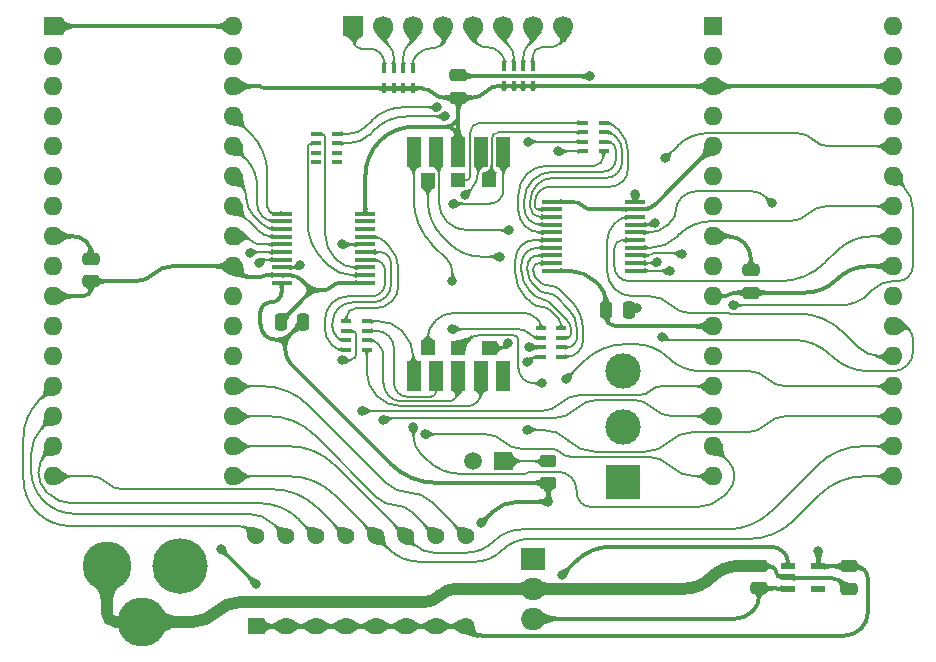
<source format=gtl>
%TF.GenerationSoftware,KiCad,Pcbnew,9.0.2*%
%TF.CreationDate,2025-06-27T13:26:12+02:00*%
%TF.ProjectId,LCD 14 Segment Tester,4c434420-3134-4205-9365-676d656e7420,V0*%
%TF.SameCoordinates,Original*%
%TF.FileFunction,Copper,L1,Top*%
%TF.FilePolarity,Positive*%
%FSLAX46Y46*%
G04 Gerber Fmt 4.6, Leading zero omitted, Abs format (unit mm)*
G04 Created by KiCad (PCBNEW 9.0.2) date 2025-06-27 13:26:12*
%MOMM*%
%LPD*%
G01*
G04 APERTURE LIST*
G04 Aperture macros list*
%AMRoundRect*
0 Rectangle with rounded corners*
0 $1 Rounding radius*
0 $2 $3 $4 $5 $6 $7 $8 $9 X,Y pos of 4 corners*
0 Add a 4 corners polygon primitive as box body*
4,1,4,$2,$3,$4,$5,$6,$7,$8,$9,$2,$3,0*
0 Add four circle primitives for the rounded corners*
1,1,$1+$1,$2,$3*
1,1,$1+$1,$4,$5*
1,1,$1+$1,$6,$7*
1,1,$1+$1,$8,$9*
0 Add four rect primitives between the rounded corners*
20,1,$1+$1,$2,$3,$4,$5,0*
20,1,$1+$1,$4,$5,$6,$7,0*
20,1,$1+$1,$6,$7,$8,$9,0*
20,1,$1+$1,$8,$9,$2,$3,0*%
G04 Aperture macros list end*
%TA.AperFunction,ComponentPad*%
%ADD10R,1.600000X1.600000*%
%TD*%
%TA.AperFunction,ComponentPad*%
%ADD11O,1.600000X1.600000*%
%TD*%
%TA.AperFunction,SMDPad,CuDef*%
%ADD12R,0.900000X0.450000*%
%TD*%
%TA.AperFunction,ComponentPad*%
%ADD13R,3.000000X3.000000*%
%TD*%
%TA.AperFunction,ComponentPad*%
%ADD14C,3.000000*%
%TD*%
%TA.AperFunction,SMDPad,CuDef*%
%ADD15R,0.450000X0.900000*%
%TD*%
%TA.AperFunction,SMDPad,CuDef*%
%ADD16RoundRect,0.250000X-0.475000X0.250000X-0.475000X-0.250000X0.475000X-0.250000X0.475000X0.250000X0*%
%TD*%
%TA.AperFunction,SMDPad,CuDef*%
%ADD17RoundRect,0.250000X0.450000X-0.262500X0.450000X0.262500X-0.450000X0.262500X-0.450000X-0.262500X0*%
%TD*%
%TA.AperFunction,ComponentPad*%
%ADD18C,4.700000*%
%TD*%
%TA.AperFunction,ComponentPad*%
%ADD19C,4.150000*%
%TD*%
%TA.AperFunction,SMDPad,CuDef*%
%ADD20RoundRect,0.250000X0.475000X-0.250000X0.475000X0.250000X-0.475000X0.250000X-0.475000X-0.250000X0*%
%TD*%
%TA.AperFunction,ComponentPad*%
%ADD21R,2.000000X1.905000*%
%TD*%
%TA.AperFunction,ComponentPad*%
%ADD22O,2.000000X1.905000*%
%TD*%
%TA.AperFunction,SMDPad,CuDef*%
%ADD23R,1.150000X0.600000*%
%TD*%
%TA.AperFunction,ComponentPad*%
%ADD24R,1.425000X1.425000*%
%TD*%
%TA.AperFunction,ComponentPad*%
%ADD25C,1.425000*%
%TD*%
%TA.AperFunction,SMDPad,CuDef*%
%ADD26RoundRect,0.250000X0.250000X0.475000X-0.250000X0.475000X-0.250000X-0.475000X0.250000X-0.475000X0*%
%TD*%
%TA.AperFunction,SMDPad,CuDef*%
%ADD27R,1.800000X0.450000*%
%TD*%
%TA.AperFunction,SMDPad,CuDef*%
%ADD28R,1.200000X2.500000*%
%TD*%
%TA.AperFunction,SMDPad,CuDef*%
%ADD29R,1.300000X1.300000*%
%TD*%
%TA.AperFunction,ComponentPad*%
%ADD30R,1.500000X1.500000*%
%TD*%
%TA.AperFunction,ComponentPad*%
%ADD31C,1.500000*%
%TD*%
%TA.AperFunction,ComponentPad*%
%ADD32R,1.700000X1.700000*%
%TD*%
%TA.AperFunction,ComponentPad*%
%ADD33C,1.700000*%
%TD*%
%TA.AperFunction,ViaPad*%
%ADD34C,0.800000*%
%TD*%
%TA.AperFunction,Conductor*%
%ADD35C,0.380000*%
%TD*%
%TA.AperFunction,Conductor*%
%ADD36C,1.000000*%
%TD*%
%TA.AperFunction,Conductor*%
%ADD37C,0.200000*%
%TD*%
G04 APERTURE END LIST*
D10*
%TO.P,IC21,1,A11*%
%TO.N,/GND*%
X57150000Y48260000D03*
D11*
%TO.P,IC21,2,A9*%
X57150000Y45720000D03*
%TO.P,IC21,3,A8*%
X57150000Y43180000D03*
%TO.P,IC21,4,A13*%
X57150000Y40640000D03*
%TO.P,IC21,5,A14*%
X57150000Y38100000D03*
%TO.P,IC21,6,N.C.*%
%TO.N,unconnected-(IC21-N.C.-Pad6)*%
X57150000Y35560000D03*
%TO.P,IC21,7,~{WE}*%
%TO.N,/3.3V*%
X57150000Y33020000D03*
%TO.P,IC21,8,3V*%
X57150000Y30480000D03*
%TO.P,IC21,9,N.C.*%
%TO.N,unconnected-(IC21-N.C.-Pad9)*%
X57150000Y27940000D03*
%TO.P,IC21,10,A16*%
%TO.N,/GND*%
X57150000Y25400000D03*
%TO.P,IC21,11,A15*%
X57150000Y22860000D03*
%TO.P,IC21,12,A12*%
X57150000Y20320000D03*
%TO.P,IC21,13,A7*%
%TO.N,OP7*%
X57150000Y17780000D03*
%TO.P,IC21,14,A6*%
%TO.N,OP6*%
X57150000Y15240000D03*
%TO.P,IC21,15,A5*%
%TO.N,OP5*%
X57150000Y12700000D03*
%TO.P,IC21,16,A4*%
%TO.N,OP4*%
X57150000Y10160000D03*
%TO.P,IC21,17,A3*%
%TO.N,OP3*%
X72390000Y10160000D03*
%TO.P,IC21,18,A2*%
%TO.N,OP2*%
X72390000Y12700000D03*
%TO.P,IC21,19,A1*%
%TO.N,OP1*%
X72390000Y15240000D03*
%TO.P,IC21,20,A0*%
%TO.N,OP0*%
X72390000Y17780000D03*
%TO.P,IC21,21,DQ0*%
%TO.N,Net-(IC21-DQ0)*%
X72390000Y20320000D03*
%TO.P,IC21,22,DQ1*%
%TO.N,Net-(IC21-DQ1)*%
X72390000Y22860000D03*
%TO.P,IC21,23,DQ2*%
%TO.N,Net-(IC21-DQ2)*%
X72390000Y25400000D03*
%TO.P,IC21,24,GND*%
%TO.N,/GND*%
X72390000Y27940000D03*
%TO.P,IC21,25,DQ3*%
%TO.N,Net-(IC21-DQ3)*%
X72390000Y30480000D03*
%TO.P,IC21,26,DQ4*%
%TO.N,Net-(IC21-DQ4)*%
X72390000Y33020000D03*
%TO.P,IC21,27,DQ5*%
%TO.N,Net-(IC21-DQ5)*%
X72390000Y35560000D03*
%TO.P,IC21,28,DQ6*%
%TO.N,Net-(IC21-DQ6)*%
X72390000Y38100000D03*
%TO.P,IC21,29,DQ7*%
%TO.N,Net-(IC21-DQ7)*%
X72390000Y40640000D03*
%TO.P,IC21,30,~{CE}*%
%TO.N,/GND*%
X72390000Y43180000D03*
%TO.P,IC21,31,A10*%
X72390000Y45720000D03*
%TO.P,IC21,32,~{OE}*%
X72390000Y48260000D03*
%TD*%
D10*
%TO.P,IC23,1,A11*%
%TO.N,/GND*%
X1270000Y48260000D03*
D11*
%TO.P,IC23,2,A9*%
X1270000Y45720000D03*
%TO.P,IC23,3,A8*%
X1270000Y43180000D03*
%TO.P,IC23,4,A13*%
X1270000Y40640000D03*
%TO.P,IC23,5,A14*%
X1270000Y38100000D03*
%TO.P,IC23,6,N.C.*%
%TO.N,unconnected-(IC23-N.C.-Pad6)*%
X1270000Y35560000D03*
%TO.P,IC23,7,~{WE}*%
%TO.N,/3.3V*%
X1270000Y33020000D03*
%TO.P,IC23,8,3V*%
X1270000Y30480000D03*
%TO.P,IC23,9,N.C.*%
%TO.N,unconnected-(IC23-N.C.-Pad9)*%
X1270000Y27940000D03*
%TO.P,IC23,10,A16*%
%TO.N,/GND*%
X1270000Y25400000D03*
%TO.P,IC23,11,A15*%
X1270000Y22860000D03*
%TO.P,IC23,12,A12*%
X1270000Y20320000D03*
%TO.P,IC23,13,A7*%
%TO.N,OP7*%
X1270000Y17780000D03*
%TO.P,IC23,14,A6*%
%TO.N,OP6*%
X1270000Y15240000D03*
%TO.P,IC23,15,A5*%
%TO.N,OP5*%
X1270000Y12700000D03*
%TO.P,IC23,16,A4*%
%TO.N,OP4*%
X1270000Y10160000D03*
%TO.P,IC23,17,A3*%
%TO.N,OP3*%
X16510000Y10160000D03*
%TO.P,IC23,18,A2*%
%TO.N,OP2*%
X16510000Y12700000D03*
%TO.P,IC23,19,A1*%
%TO.N,OP1*%
X16510000Y15240000D03*
%TO.P,IC23,20,A0*%
%TO.N,OP0*%
X16510000Y17780000D03*
%TO.P,IC23,21,DQ0*%
%TO.N,Net-(IC23-DQ0)*%
X16510000Y20320000D03*
%TO.P,IC23,22,DQ1*%
%TO.N,Net-(IC23-DQ1)*%
X16510000Y22860000D03*
%TO.P,IC23,23,DQ2*%
%TO.N,Net-(IC23-DQ2)*%
X16510000Y25400000D03*
%TO.P,IC23,24,GND*%
%TO.N,/GND*%
X16510000Y27940000D03*
%TO.P,IC23,25,DQ3*%
%TO.N,Net-(IC23-DQ3)*%
X16510000Y30480000D03*
%TO.P,IC23,26,DQ4*%
%TO.N,Net-(IC23-DQ4)*%
X16510000Y33020000D03*
%TO.P,IC23,27,DQ5*%
%TO.N,Net-(IC23-DQ5)*%
X16510000Y35560000D03*
%TO.P,IC23,28,DQ6*%
%TO.N,Net-(IC23-DQ6)*%
X16510000Y38100000D03*
%TO.P,IC23,29,DQ7*%
%TO.N,Net-(IC23-DQ7)*%
X16510000Y40640000D03*
%TO.P,IC23,30,~{CE}*%
%TO.N,/GND*%
X16510000Y43180000D03*
%TO.P,IC23,31,A10*%
X16510000Y45720000D03*
%TO.P,IC23,32,~{OE}*%
X16510000Y48260000D03*
%TD*%
D12*
%TO.P,RN5,1,R1*%
%TO.N,/Left Opcode/LED \u03A9 A-Seg*%
X46140000Y40081200D03*
%TO.P,RN5,2,R2*%
%TO.N,/Left Opcode/LED \u03A9 B-Seg*%
X46140000Y39281200D03*
%TO.P,RN5,3,R3*%
%TO.N,/Left Opcode/LED \u03A9 C-Seg*%
X46140000Y38481200D03*
%TO.P,RN5,4,R4*%
%TO.N,/Left Opcode/LED \u03A9 D-Seg*%
X46140000Y37681200D03*
%TO.P,RN5,5,R4*%
%TO.N,/Left Opcode/LED D-Seg*%
X47840000Y37681200D03*
%TO.P,RN5,6,R3*%
%TO.N,/Left Opcode/LED C-Seg*%
X47840000Y38481200D03*
%TO.P,RN5,7,R2*%
%TO.N,/Left Opcode/LED B-Seg*%
X47840000Y39281200D03*
%TO.P,RN5,8,R1*%
%TO.N,/Left Opcode/LED A-Seg*%
X47840000Y40081200D03*
%TD*%
%TO.P,RN7,1,R1*%
%TO.N,/Left Opcode/LED \u03A9 L-Seg*%
X27774000Y20878800D03*
%TO.P,RN7,2,R2*%
%TO.N,/Left Opcode/LED \u03A9 M-Seg*%
X27774000Y21678800D03*
%TO.P,RN7,3,R3*%
%TO.N,/Left Opcode/LED \u03A9 N-Seg*%
X27774000Y22478800D03*
%TO.P,RN7,4,R4*%
%TO.N,/Left Opcode/LED \u03A9 P-Seg*%
X27774000Y23278800D03*
%TO.P,RN7,5,R4*%
%TO.N,/Left Opcode/LED P-Seg*%
X26074000Y23278800D03*
%TO.P,RN7,6,R3*%
%TO.N,/Left Opcode/LED N-Seg*%
X26074000Y22478800D03*
%TO.P,RN7,7,R2*%
%TO.N,/Left Opcode/LED M-Seg*%
X26074000Y21678800D03*
%TO.P,RN7,8,R1*%
%TO.N,/Left Opcode/LED L-Seg*%
X26074000Y20878800D03*
%TD*%
D13*
%TO.P,S1,1,P1*%
%TO.N,/12V*%
X49530000Y9652000D03*
D14*
%TO.P,S1,2,CM*%
%TO.N,/12V Socket*%
X49530000Y14351000D03*
%TO.P,S1,3,P2*%
%TO.N,unconnected-(S1-P2-Pad3)*%
X49530000Y19050000D03*
%TD*%
D15*
%TO.P,RN2,1,R1*%
%TO.N,OP4*%
X31680000Y44694000D03*
%TO.P,RN2,2,R2*%
%TO.N,OP5*%
X30880000Y44694000D03*
%TO.P,RN2,3,R3*%
%TO.N,OP6*%
X30080000Y44694000D03*
%TO.P,RN2,4,R4*%
%TO.N,OP7*%
X29280000Y44694000D03*
%TO.P,RN2,5,R4*%
%TO.N,/GND*%
X29280000Y42994000D03*
%TO.P,RN2,6,R3*%
X30080000Y42994000D03*
%TO.P,RN2,7,R2*%
X30880000Y42994000D03*
%TO.P,RN2,8,R1*%
X31680000Y42994000D03*
%TD*%
D16*
%TO.P,C5,1*%
%TO.N,/5V*%
X35560000Y44114000D03*
%TO.P,C5,2*%
%TO.N,/GND*%
X35560000Y42214000D03*
%TD*%
D17*
%TO.P,R2,1*%
%TO.N,/5V*%
X43180000Y9605000D03*
%TO.P,R2,2*%
%TO.N,Net-(LED1-K)*%
X43180000Y11430000D03*
%TD*%
D18*
%TO.P,J4,INNER,VCC*%
%TO.N,/12V Socket*%
X11988799Y2540000D03*
D19*
%TO.P,J4,SHL1,GND*%
%TO.N,/GND*%
X8788800Y-2160000D03*
%TO.P,J4,SHL2,GND*%
X5788799Y2540000D03*
%TD*%
D20*
%TO.P,C6,1*%
%TO.N,/5V*%
X61002000Y661000D03*
%TO.P,C6,2*%
%TO.N,/GND*%
X61002000Y2561000D03*
%TD*%
D21*
%TO.P,U1,1,IN*%
%TO.N,/12V*%
X41910000Y3175000D03*
D22*
%TO.P,U1,2,GND*%
%TO.N,/GND*%
X41910000Y635000D03*
%TO.P,U1,3,OUT*%
%TO.N,/5V*%
X41910000Y-1905000D03*
%TD*%
D16*
%TO.P,C26,1*%
%TO.N,/3.3V*%
X60325000Y27604000D03*
%TO.P,C26,2*%
%TO.N,/GND*%
X60325000Y25704000D03*
%TD*%
D23*
%TO.P,IC10,1,6VIn*%
%TO.N,/5V*%
X63440000Y2535000D03*
%TO.P,IC10,2,GND*%
%TO.N,/GND*%
X63440000Y1585000D03*
%TO.P,IC10,3,EN*%
%TO.N,/5V*%
X63440000Y635000D03*
%TO.P,IC10,4,ADJ*%
%TO.N,unconnected-(IC10-ADJ-Pad4)*%
X66040000Y635000D03*
%TO.P,IC10,5,3.3VOut*%
%TO.N,/3.3V*%
X66040000Y2535000D03*
%TD*%
D24*
%TO.P,S2,1,COM_1*%
%TO.N,/3.3V*%
X18415000Y-2540000D03*
D25*
%TO.P,S2,2,COM_2*%
X20955000Y-2540000D03*
%TO.P,S2,3,COM_3*%
X23495000Y-2540000D03*
%TO.P,S2,4,COM_4*%
X26035000Y-2540000D03*
%TO.P,S2,5,COM_5*%
X28575000Y-2540000D03*
%TO.P,S2,6,COM_6*%
X31115000Y-2540000D03*
%TO.P,S2,7,COM_7*%
X33655000Y-2540000D03*
%TO.P,S2,8,COM_8*%
X36195000Y-2540000D03*
%TO.P,S2,9,NO_8*%
%TO.N,OP0*%
X36195000Y5080000D03*
%TO.P,S2,10,NO_7*%
%TO.N,OP1*%
X33655000Y5080000D03*
%TO.P,S2,11,NO_6*%
%TO.N,OP2*%
X31115000Y5080000D03*
%TO.P,S2,12,NO_5*%
%TO.N,OP3*%
X28575000Y5080000D03*
%TO.P,S2,13,NO_4*%
%TO.N,OP4*%
X26035000Y5080000D03*
%TO.P,S2,14,NO_3*%
%TO.N,OP5*%
X23495000Y5080000D03*
%TO.P,S2,15,NO_2*%
%TO.N,OP6*%
X20955000Y5080000D03*
%TO.P,S2,16,NO_1*%
%TO.N,OP7*%
X18415000Y5080000D03*
%TD*%
D16*
%TO.P,C28,1*%
%TO.N,/3.3V*%
X4445000Y28570000D03*
%TO.P,C28,2*%
%TO.N,/GND*%
X4445000Y26670000D03*
%TD*%
D26*
%TO.P,C29,1*%
%TO.N,/5V*%
X22397000Y23241000D03*
%TO.P,C29,2*%
%TO.N,/GND*%
X20497000Y23241000D03*
%TD*%
D16*
%TO.P,C7,1*%
%TO.N,/3.3V*%
X68622000Y2529000D03*
%TO.P,C7,2*%
%TO.N,/GND*%
X68622000Y629000D03*
%TD*%
D27*
%TO.P,IC22,1,DIR*%
%TO.N,/GND*%
X43440000Y33405000D03*
%TO.P,IC22,2,A0*%
%TO.N,/Left Opcode/LED A-Seg*%
X43440000Y32755000D03*
%TO.P,IC22,3,A1*%
%TO.N,/Left Opcode/LED B-Seg*%
X43439999Y32105000D03*
%TO.P,IC22,4,A2*%
%TO.N,/Left Opcode/LED C-Seg*%
X43440000Y31455000D03*
%TO.P,IC22,5,A3*%
%TO.N,/Left Opcode/LED D-Seg*%
X43440000Y30805000D03*
%TO.P,IC22,6,A4*%
%TO.N,/Left Opcode/LED E-Seg*%
X43440000Y30155000D03*
%TO.P,IC22,7,A5*%
%TO.N,/Left Opcode/LED F-Seg*%
X43440000Y29505000D03*
%TO.P,IC22,8,A6*%
%TO.N,/Left Opcode/LED G-Seg*%
X43439999Y28855000D03*
%TO.P,IC22,9,A7*%
%TO.N,/Left Opcode/LED H-Seg*%
X43440000Y28205000D03*
%TO.P,IC22,10,GND*%
%TO.N,/GND*%
X43440000Y27555000D03*
%TO.P,IC22,11,B7*%
%TO.N,Net-(IC21-DQ7)*%
X50540000Y27555000D03*
%TO.P,IC22,12,B6*%
%TO.N,Net-(IC21-DQ6)*%
X50540000Y28205000D03*
%TO.P,IC22,13,B5*%
%TO.N,Net-(IC21-DQ5)*%
X50540001Y28855000D03*
%TO.P,IC22,14,B4*%
%TO.N,Net-(IC21-DQ4)*%
X50540000Y29505000D03*
%TO.P,IC22,15,B3*%
%TO.N,Net-(IC21-DQ3)*%
X50540000Y30155000D03*
%TO.P,IC22,16,B2*%
%TO.N,Net-(IC21-DQ2)*%
X50540000Y30805000D03*
%TO.P,IC22,17,B1*%
%TO.N,Net-(IC21-DQ1)*%
X50540000Y31455000D03*
%TO.P,IC22,18,B0*%
%TO.N,Net-(IC21-DQ0)*%
X50540001Y32105000D03*
%TO.P,IC22,19,~{OE}*%
%TO.N,/GND*%
X50540000Y32755000D03*
%TO.P,IC22,20,5V*%
%TO.N,/5V*%
X50540000Y33405000D03*
%TD*%
D12*
%TO.P,RN6,1,R1*%
%TO.N,/Left Opcode/LED \u03A9 E-Seg*%
X42545000Y22682200D03*
%TO.P,RN6,2,R2*%
%TO.N,/Left Opcode/LED \u03A9 F-Seg*%
X42545000Y21882200D03*
%TO.P,RN6,3,R3*%
%TO.N,/Left Opcode/LED \u03A9 G-Seg*%
X42545000Y21082200D03*
%TO.P,RN6,4,R4*%
%TO.N,/Left Opcode/LED \u03A9 H-Seg*%
X42545000Y20282200D03*
%TO.P,RN6,5,R4*%
%TO.N,/Left Opcode/LED H-Seg*%
X44245000Y20282200D03*
%TO.P,RN6,6,R3*%
%TO.N,/Left Opcode/LED G-Seg*%
X44245000Y21082200D03*
%TO.P,RN6,7,R2*%
%TO.N,/Left Opcode/LED F-Seg*%
X44245000Y21882200D03*
%TO.P,RN6,8,R1*%
%TO.N,/Left Opcode/LED E-Seg*%
X44245000Y22682200D03*
%TD*%
D26*
%TO.P,C27,1*%
%TO.N,/5V*%
X49956000Y24257000D03*
%TO.P,C27,2*%
%TO.N,/GND*%
X48056000Y24257000D03*
%TD*%
D12*
%TO.P,RN16,1,R1*%
%TO.N,unconnected-(RN16-R1-Pad1)*%
X25234000Y36753800D03*
%TO.P,RN16,2,R2*%
%TO.N,unconnected-(RN16-R2-Pad2)*%
X25234000Y37553800D03*
%TO.P,RN16,3,R3*%
%TO.N,/Left Opcode/LED \u03A9 J-Seg*%
X25234000Y38353800D03*
%TO.P,RN16,4,R4*%
%TO.N,/Left Opcode/LED \u03A9 K-Seg*%
X25234000Y39153800D03*
%TO.P,RN16,5,R4*%
%TO.N,/Left Opcode/LED K-Seg*%
X23534000Y39153800D03*
%TO.P,RN16,6,R3*%
%TO.N,/Left Opcode/LED J-Seg*%
X23534000Y38353800D03*
%TO.P,RN16,7,R2*%
%TO.N,unconnected-(RN16-R2-Pad7)*%
X23534000Y37553800D03*
%TO.P,RN16,8,R1*%
%TO.N,unconnected-(RN16-R1-Pad8)*%
X23534000Y36753800D03*
%TD*%
D28*
%TO.P,DS6,1,P-Seg*%
%TO.N,/Left Opcode/LED \u03A9 P-Seg*%
X31760000Y18629000D03*
%TO.P,DS6,2,N-Seg*%
%TO.N,/Left Opcode/LED \u03A9 N-Seg*%
X33660000Y18629000D03*
%TO.P,DS6,3,M-Seg*%
%TO.N,/Left Opcode/LED \u03A9 M-Seg*%
X35560000Y18629000D03*
%TO.P,DS6,4,L-Seg*%
%TO.N,/Left Opcode/LED \u03A9 L-Seg*%
X37460000Y18629000D03*
%TO.P,DS6,5,Dot*%
%TO.N,unconnected-(DS6-Dot-Pad5)*%
X39360000Y18629000D03*
D29*
%TO.P,DS6,6,C-Seg*%
%TO.N,/Left Opcode/LED \u03A9 C-Seg*%
X38160000Y21029000D03*
%TO.P,DS6,7,D-Seg*%
%TO.N,/Left Opcode/LED \u03A9 D-Seg*%
X35560000Y21029000D03*
%TO.P,DS6,8,E-Seg*%
%TO.N,/Left Opcode/LED \u03A9 E-Seg*%
X32960000Y21029000D03*
%TO.P,DS6,9,G-Seg*%
%TO.N,/Left Opcode/LED \u03A9 G-Seg*%
X32960000Y35229000D03*
%TO.P,DS6,10,A-Seg*%
%TO.N,/Left Opcode/LED \u03A9 A-Seg*%
X35560000Y35229000D03*
%TO.P,DS6,11,B-Seg*%
%TO.N,/Left Opcode/LED \u03A9 B-Seg*%
X38160000Y35229000D03*
D28*
%TO.P,DS6,12,K-Seg*%
%TO.N,/Left Opcode/LED \u03A9 K-Seg*%
X39360000Y37629000D03*
%TO.P,DS6,13,J-Seg*%
%TO.N,/Left Opcode/LED \u03A9 J-Seg*%
X37460000Y37629000D03*
%TO.P,DS6,14,Cathode*%
%TO.N,/GND*%
X35560000Y37629000D03*
%TO.P,DS6,15,H-Seg*%
%TO.N,/Left Opcode/LED \u03A9 H-Seg*%
X33660000Y37629000D03*
%TO.P,DS6,16,F-Seg*%
%TO.N,/Left Opcode/LED \u03A9 F-Seg*%
X31760000Y37629000D03*
%TD*%
D30*
%TO.P,LED1,1,K*%
%TO.N,Net-(LED1-K)*%
X39370000Y11430000D03*
D31*
%TO.P,LED1,2,A*%
%TO.N,/GND*%
X36830000Y11430000D03*
%TD*%
D32*
%TO.P,J2,1,Pin_1*%
%TO.N,OP7*%
X26670000Y48260000D03*
D33*
%TO.P,J2,2,Pin_2*%
%TO.N,OP6*%
X29210000Y48260000D03*
%TO.P,J2,3,Pin_3*%
%TO.N,OP5*%
X31750000Y48260000D03*
%TO.P,J2,4,Pin_4*%
%TO.N,OP4*%
X34290000Y48260000D03*
%TO.P,J2,5,Pin_5*%
%TO.N,OP3*%
X36830000Y48260000D03*
%TO.P,J2,6,Pin_6*%
%TO.N,OP2*%
X39370000Y48260000D03*
%TO.P,J2,7,Pin_7*%
%TO.N,OP1*%
X41910000Y48260000D03*
%TO.P,J2,8,Pin_8*%
%TO.N,OP0*%
X44450000Y48260000D03*
%TD*%
D15*
%TO.P,RN1,1,R1*%
%TO.N,OP0*%
X41840000Y44880000D03*
%TO.P,RN1,2,R2*%
%TO.N,OP1*%
X41040000Y44880000D03*
%TO.P,RN1,3,R3*%
%TO.N,OP2*%
X40240000Y44880000D03*
%TO.P,RN1,4,R4*%
%TO.N,OP3*%
X39440000Y44880000D03*
%TO.P,RN1,5,R4*%
%TO.N,/GND*%
X39440000Y43180000D03*
%TO.P,RN1,6,R3*%
X40240000Y43180000D03*
%TO.P,RN1,7,R2*%
X41040000Y43180000D03*
%TO.P,RN1,8,R1*%
X41840000Y43180000D03*
%TD*%
D27*
%TO.P,IC24,1,DIR*%
%TO.N,/GND*%
X27680000Y26539000D03*
%TO.P,IC24,2,A0*%
%TO.N,/Left Opcode/LED J-Seg*%
X27680000Y27189000D03*
%TO.P,IC24,3,A1*%
%TO.N,/Left Opcode/LED K-Seg*%
X27680001Y27839000D03*
%TO.P,IC24,4,A2*%
%TO.N,/Left Opcode/LED L-Seg*%
X27680000Y28489000D03*
%TO.P,IC24,5,A3*%
%TO.N,/Left Opcode/LED M-Seg*%
X27680000Y29139000D03*
%TO.P,IC24,6,A4*%
%TO.N,/Left Opcode/LED N-Seg*%
X27680000Y29789000D03*
%TO.P,IC24,7,A5*%
%TO.N,/Left Opcode/LED P-Seg*%
X27680000Y30439000D03*
%TO.P,IC24,8,A6*%
%TO.N,unconnected-(IC24-A6-Pad8)*%
X27680001Y31089000D03*
%TO.P,IC24,9,A7*%
%TO.N,unconnected-(IC24-A7-Pad9)*%
X27680000Y31739000D03*
%TO.P,IC24,10,GND*%
%TO.N,/GND*%
X27680000Y32389000D03*
%TO.P,IC24,11,B7*%
%TO.N,Net-(IC23-DQ7)*%
X20580000Y32389000D03*
%TO.P,IC24,12,B6*%
%TO.N,Net-(IC23-DQ6)*%
X20580000Y31739000D03*
%TO.P,IC24,13,B5*%
%TO.N,Net-(IC23-DQ5)*%
X20579999Y31089000D03*
%TO.P,IC24,14,B4*%
%TO.N,Net-(IC23-DQ4)*%
X20580000Y30439000D03*
%TO.P,IC24,15,B3*%
%TO.N,Net-(IC23-DQ3)*%
X20580000Y29789000D03*
%TO.P,IC24,16,B2*%
%TO.N,Net-(IC23-DQ2)*%
X20580000Y29139000D03*
%TO.P,IC24,17,B1*%
%TO.N,Net-(IC23-DQ1)*%
X20580000Y28489000D03*
%TO.P,IC24,18,B0*%
%TO.N,Net-(IC23-DQ0)*%
X20579999Y27839000D03*
%TO.P,IC24,19,~{OE}*%
%TO.N,/GND*%
X20580000Y27189000D03*
%TO.P,IC24,20,5V*%
%TO.N,/5V*%
X20580000Y26539000D03*
%TD*%
D34*
%TO.N,/3.3V*%
X18391100Y1061800D03*
X66040000Y3810000D03*
X15434700Y4018200D03*
%TO.N,/5V*%
X44340100Y1785000D03*
X37462800Y6172100D03*
X46727900Y44038300D03*
X50673000Y24384004D03*
X50540000Y34036000D03*
X43180000Y8001000D03*
%TO.N,OP1*%
X41402000Y14097000D03*
%TO.N,OP5*%
X31750000Y14351000D03*
%TO.N,OP7*%
X27432000Y15691000D03*
%TO.N,OP6*%
X29210000Y14941000D03*
%TO.N,OP4*%
X32758801Y13716000D03*
%TO.N,OP0*%
X44704000Y18415000D03*
%TO.N,/Left Opcode/LED \u03A9 K-Seg*%
X33773206Y41399057D03*
X35114400Y33249400D03*
%TO.N,/Left Opcode/LED \u03A9 F-Seg*%
X35052002Y22606000D03*
X35052002Y26670000D03*
%TO.N,/Left Opcode/LED \u03A9 J-Seg*%
X36109500Y33951100D03*
X34430205Y40624005D03*
%TO.N,/Left Opcode/LED \u03A9 G-Seg*%
X39046400Y28755800D03*
X41529001Y21081999D03*
%TO.N,/Left Opcode/LED \u03A9 C-Seg*%
X39748200Y21396300D03*
X41410900Y38481200D03*
%TO.N,/Left Opcode/LED \u03A9 D-Seg*%
X42672000Y18034000D03*
X43999200Y37667900D03*
%TO.N,/Left Opcode/LED \u03A9 H-Seg*%
X41402000Y19812000D03*
X39878000Y30988000D03*
%TO.N,Net-(IC21-DQ2)*%
X62102992Y33274000D03*
%TO.N,Net-(IC21-DQ7)*%
X53450800Y27555000D03*
%TO.N,Net-(IC21-DQ1)*%
X52832002Y21971000D03*
X52196999Y31623001D03*
%TO.N,Net-(IC21-DQ5)*%
X54483000Y28956000D03*
X58783400Y24635900D03*
%TO.N,Net-(IC21-DQ6)*%
X53049100Y37083996D03*
X52405000Y28276400D03*
%TO.N,Net-(IC23-DQ1)*%
X18669002Y28194000D03*
%TO.N,Net-(IC23-DQ2)*%
X17907000Y29083000D03*
%TO.N,Net-(IC23-DQ0)*%
X22120900Y28001800D03*
%TO.N,/Left Opcode/LED N-Seg*%
X25726600Y29789000D03*
X25726600Y20034400D03*
%TD*%
D35*
%TO.N,/5V*%
X62460300Y648000D02*
G75*
G03*
X62491684Y634994I31400J31400D01*
G01*
X20580000Y25769452D02*
G75*
G02*
X20322986Y25149014I-877500J48D01*
G01*
X60409499Y-1312499D02*
G75*
G02*
X58979078Y-1904990I-1430399J1430399D01*
G01*
X48447398Y4191000D02*
G75*
G03*
X45543100Y2988000I2J-4107300D01*
G01*
X20323000Y25149000D02*
G75*
G02*
X19702547Y24891980I-620500J620500D01*
G01*
X20873000Y20932500D02*
G75*
G03*
X21427736Y19593285I1893900J0D01*
G01*
X50609498Y24320502D02*
G75*
G02*
X50456190Y24257004I-153298J153298D01*
G01*
X19177000Y22098000D02*
G75*
G03*
X20096815Y21717006I919800J919800D01*
G01*
X63147611Y3654388D02*
G75*
G02*
X63439993Y2948500I-705911J-705888D01*
G01*
X18796000Y23017815D02*
G75*
G03*
X19176995Y22097995I1300800J-15D01*
G01*
X63025500Y3776500D02*
G75*
G03*
X62024808Y4191004I-1000700J-1000700D01*
G01*
X40584927Y8001000D02*
G75*
G03*
X38377242Y7086558I-27J-3122100D01*
G01*
X20215500Y21717000D02*
G75*
G03*
X21337913Y22181931I0J1587300D01*
G01*
X20873000Y21059500D02*
G75*
G03*
X20215500Y21717000I-657500J0D01*
G01*
X21337922Y22181922D02*
G75*
G03*
X20872987Y21059500I1122378J-1122422D01*
G01*
X62460300Y648000D02*
G75*
G03*
X62428915Y661006I-31400J-31400D01*
G01*
X19050000Y24638000D02*
G75*
G03*
X18796004Y24024789I613200J-613200D01*
G01*
X61002000Y-29500D02*
G75*
G02*
X60513740Y-1208255I-1667000J0D01*
G01*
X19663210Y24892000D02*
G75*
G03*
X19049997Y24638003I-10J-867200D01*
G01*
X29822207Y11198792D02*
G75*
G03*
X33669963Y9604959I3847793J3847708D01*
G01*
%TO.N,/3.3V*%
X36589200Y-2934200D02*
G75*
G03*
X37540882Y-3328407I951700J951700D01*
G01*
X4000499Y30035499D02*
G75*
G03*
X2927382Y30479999I-1073119J-1073119D01*
G01*
X69646300Y-2743700D02*
G75*
G02*
X68234709Y-3328404I-1411600J1411600D01*
G01*
X69919000Y2217000D02*
G75*
G02*
X70230986Y1463765I-753200J-753200D01*
G01*
X69919000Y2217000D02*
G75*
G03*
X69165765Y2528986I-753200J-753200D01*
G01*
X59753500Y29908500D02*
G75*
G02*
X60324990Y28528776I-1379700J-1379700D01*
G01*
X59753500Y29908500D02*
G75*
G03*
X58373776Y30479990I-1379700J-1379700D01*
G01*
X4084021Y29951978D02*
G75*
G02*
X4444986Y29080500I-871521J-871478D01*
G01*
X70231000Y-1332109D02*
G75*
G02*
X69646297Y-2743697I-1996300J9D01*
G01*
%TO.N,/GND*%
X4254500Y25590500D02*
G75*
G02*
X3794592Y25400003I-459900J459900D01*
G01*
D36*
X33972500Y63499D02*
G75*
G02*
X32592776Y-507991I-1379700J1379701D01*
G01*
D35*
X62278499Y2364499D02*
G75*
G03*
X61804107Y2561001I-474399J-474399D01*
G01*
D36*
X5788799Y-1417065D02*
G75*
G03*
X6006397Y-1942401I742931J-5D01*
G01*
D35*
X47130849Y26656149D02*
G75*
G03*
X44960834Y27555013I-2170049J-2170049D01*
G01*
X11312025Y27940000D02*
G75*
G03*
X9778992Y27305008I-25J-2168000D01*
G01*
X70288090Y27940000D02*
G75*
G03*
X67589003Y26821997I10J-3817100D01*
G01*
X28889500Y38541500D02*
G75*
G03*
X27679996Y35621508I2920000J-2920000D01*
G01*
X58860660Y25704000D02*
G75*
G03*
X58493712Y25551988I40J-519000D01*
G01*
X24827700Y26220700D02*
G75*
G02*
X24059255Y25902418I-768400J768400D01*
G01*
X33392000Y42604000D02*
G75*
G03*
X34333543Y42214018I941500J941500D01*
G01*
X22680749Y25424749D02*
G75*
G03*
X22680749Y26380051I-477649J477651D01*
G01*
X23833900Y25902400D02*
G75*
G03*
X22680749Y25424749I0J-1630800D01*
G01*
X22680730Y26380031D02*
G75*
G03*
X23833900Y25902401I1153170J1153269D01*
G01*
D36*
X59294887Y2561000D02*
G75*
G03*
X56970004Y1597996I13J-3287900D01*
G01*
D35*
X4445000Y26050407D02*
G75*
G02*
X4254502Y25590498I-650400J-7D01*
G01*
X67589000Y26822000D02*
G75*
G02*
X64889909Y25703996I-2699100J2699100D01*
G01*
D36*
X6006399Y-1942399D02*
G75*
G03*
X6531733Y-2159986I525301J525299D01*
G01*
D35*
X19235323Y27189000D02*
G75*
G03*
X19020693Y27100107I-23J-303500D01*
G01*
D36*
X35352223Y635000D02*
G75*
G03*
X33972493Y63506I-23J-1951200D01*
G01*
D35*
X52252245Y33202245D02*
G75*
G02*
X51172500Y32755003I-1079745J1079755D01*
G01*
X9779000Y27305000D02*
G75*
G02*
X8245974Y26670011I-1533000J1533000D01*
G01*
X37871000Y42697000D02*
G75*
G02*
X36704934Y42213986I-1166100J1166100D01*
G01*
D36*
X17043140Y-508000D02*
G75*
G03*
X15048988Y-1333988I-40J-2820100D01*
G01*
D35*
X38897000Y43180000D02*
G75*
G03*
X37970045Y42796037I0J-1310900D01*
G01*
X68167450Y1083550D02*
G75*
G03*
X67070069Y1538087I-1097350J-1097350D01*
G01*
X47499263Y26287736D02*
G75*
G02*
X48029741Y25007150I-1280563J-1280636D01*
G01*
X62475000Y2006500D02*
G75*
G03*
X62589197Y1730802I389900J0D01*
G01*
X16916400Y27475600D02*
G75*
G03*
X15795239Y27940016I-1121200J-1121200D01*
G01*
X34499000Y39751000D02*
G75*
G03*
X35560000Y40812000I0J1061000D01*
G01*
X35560000Y38690000D02*
G75*
G03*
X34499000Y39751000I-1061000J0D01*
G01*
X58493700Y25552000D02*
G75*
G02*
X58126739Y25399984I-367000J367000D01*
G01*
X62360802Y2282197D02*
G75*
G02*
X62474998Y2006500I-275702J-275697D01*
G01*
X25596144Y26539000D02*
G75*
G03*
X24827687Y26220713I-44J-1086700D01*
G01*
X31809491Y39751000D02*
G75*
G03*
X28889503Y38541497I9J-4129500D01*
G01*
X62605000Y1715000D02*
G75*
G03*
X62918847Y1585020I313800J313800D01*
G01*
D36*
X56970000Y1598000D02*
G75*
G02*
X54645112Y634995I-2324900J2324900D01*
G01*
D35*
X46027800Y33080000D02*
G75*
G03*
X45243180Y33404992I-784600J-784600D01*
G01*
X19020700Y27100100D02*
G75*
G02*
X18806076Y27011210I-214600J214600D01*
G01*
X18957000Y43087000D02*
G75*
G03*
X18732478Y43179991I-224500J-224500D01*
G01*
X33392000Y42604000D02*
G75*
G03*
X32450456Y42993982I-941500J-941500D01*
G01*
X16916400Y27475600D02*
G75*
G03*
X18037560Y27011154I1121200J1121100D01*
G01*
X48056000Y23641854D02*
G75*
G03*
X48285034Y23089034I781800J46D01*
G01*
X22328402Y26732332D02*
G75*
G03*
X21225850Y27189036I-1102602J-1102632D01*
G01*
D36*
X15049000Y-1334000D02*
G75*
G02*
X13054859Y-2159997I-1994140J1994150D01*
G01*
D35*
X18957000Y43087000D02*
G75*
G03*
X19181521Y42994009I224500J224500D01*
G01*
X46027800Y33080000D02*
G75*
G03*
X46812419Y32755008I784600J784600D01*
G01*
X48285000Y23089000D02*
G75*
G03*
X48837854Y22859952I552900J552800D01*
G01*
X35560000Y40812000D02*
X35560000Y38690000D01*
D37*
%TO.N,/Left Opcode/LED L-Seg*%
X29337000Y26484012D02*
G75*
G02*
X29019504Y25717496I-1084000J-12D01*
G01*
X29062500Y28214500D02*
G75*
G02*
X29336999Y27551798I-662700J-662700D01*
G01*
X29019500Y25717500D02*
G75*
G02*
X28252987Y25400005I-766500J766500D01*
G01*
X24963158Y21168955D02*
G75*
G03*
X25663657Y20878753I700542J700445D01*
G01*
X29062500Y28214500D02*
G75*
G03*
X28399798Y28488999I-662700J-662700D01*
G01*
X24257000Y22579616D02*
G75*
G03*
X24755153Y21376953I1700800J-16D01*
G01*
X26208223Y25400000D02*
G75*
G03*
X24828493Y24828507I-23J-1951200D01*
G01*
X24828500Y24828500D02*
G75*
G03*
X24257010Y23448776I1379700J-1379700D01*
G01*
%TO.N,/Left Opcode/LED N-Seg*%
X26797100Y22351900D02*
G75*
G03*
X26490736Y22478815I-306400J-306400D01*
G01*
X26924000Y20521949D02*
G75*
G02*
X26781185Y20177215I-487600J51D01*
G01*
X26797100Y22351900D02*
G75*
G02*
X26924015Y22045536I-306400J-306400D01*
G01*
X26781200Y20177200D02*
G75*
G02*
X26436450Y20034421I-344700J344700D01*
G01*
%TO.N,/Left Opcode/LED M-Seg*%
X29845000Y26409617D02*
G75*
G02*
X29400505Y25336495I-1517600J-17D01*
G01*
X29400500Y25336500D02*
G75*
G02*
X28327382Y24892007I-1073100J1073100D01*
G01*
X25400000Y24384000D02*
G75*
G03*
X24892008Y23157579I1226400J-1226400D01*
G01*
X24892000Y22828024D02*
G75*
G03*
X25228593Y22015393I1149200J-24D01*
G01*
X25385312Y21858687D02*
G75*
G03*
X25819600Y21678806I434288J434313D01*
G01*
X26626420Y24892000D02*
G75*
G03*
X25399994Y24384006I-20J-1734400D01*
G01*
X29563000Y28857000D02*
G75*
G03*
X28882191Y29138997I-680800J-680800D01*
G01*
X29563000Y28857000D02*
G75*
G02*
X29844997Y28176191I-680800J-680800D01*
G01*
%TO.N,/Left Opcode/LED K-Seg*%
X24285700Y38777950D02*
G75*
G03*
X23909850Y39153800I-375900J-50D01*
G01*
X24285700Y30564054D02*
G75*
G03*
X25083849Y28637149I2725050J-4D01*
G01*
X25246311Y28474688D02*
G75*
G03*
X26781000Y27839006I1534689J1534712D01*
G01*
%TO.N,/Left Opcode/LED J-Seg*%
X22782300Y31638915D02*
G75*
G03*
X24085646Y28492346I4449900J-15D01*
G01*
X24579009Y27998990D02*
G75*
G03*
X26534500Y27189005I1955491J1955510D01*
G01*
X23158150Y38353800D02*
G75*
G03*
X22782300Y37977950I-50J-375800D01*
G01*
%TO.N,/Left Opcode/LED P-Seg*%
X26874633Y24384000D02*
G75*
G03*
X26308490Y24149510I-33J-800600D01*
G01*
X29306565Y30014134D02*
G75*
G03*
X28280850Y30439029I-1025765J-1025734D01*
G01*
X29680850Y29639850D02*
G75*
G02*
X30480013Y27710531I-1929350J-1929350D01*
G01*
X29908500Y24955500D02*
G75*
G02*
X28528776Y24384010I-1379700J1379700D01*
G01*
X30480000Y26335223D02*
G75*
G02*
X29908507Y24955493I-1951200J-23D01*
G01*
X26298930Y24139930D02*
G75*
G03*
X26074011Y23596900I543070J-543030D01*
G01*
%TO.N,Net-(IC23-DQ4)*%
X18564559Y30965440D02*
G75*
G03*
X19835500Y30439005I1270941J1270960D01*
G01*
%TO.N,Net-(IC23-DQ0)*%
X22039500Y27920400D02*
G75*
G02*
X21842983Y27839007I-196500J196500D01*
G01*
%TO.N,Net-(IC23-DQ2)*%
X18002597Y29139000D02*
G75*
G03*
X17935001Y29110999I3J-95600D01*
G01*
%TO.N,Net-(IC23-DQ7)*%
X19378300Y32989850D02*
G75*
G03*
X19979150Y32389000I600850J0D01*
G01*
X17944150Y39205850D02*
G75*
G02*
X19378302Y35743505I-3462350J-3462350D01*
G01*
%TO.N,Net-(IC23-DQ1)*%
X19172598Y28489000D02*
G75*
G03*
X18816502Y28341500I2J-503600D01*
G01*
%TO.N,Net-(IC23-DQ5)*%
X18953434Y31513864D02*
G75*
G03*
X19979150Y31089040I1025666J1025736D01*
G01*
X17060850Y35009150D02*
G75*
G02*
X17611692Y33679280I-1329850J-1329850D01*
G01*
X17611700Y33656950D02*
G75*
G03*
X18178338Y32288957I1934620J-10D01*
G01*
%TO.N,Net-(IC23-DQ3)*%
X17957200Y30134500D02*
G75*
G03*
X17123089Y30479996I-834100J-834100D01*
G01*
X17957200Y30134500D02*
G75*
G03*
X18791310Y29789004I834100J834100D01*
G01*
%TO.N,Net-(IC23-DQ6)*%
X18953434Y32163865D02*
G75*
G03*
X19979150Y31739040I1025666J1025735D01*
G01*
X17511750Y37098250D02*
G75*
G02*
X18513505Y34679811I-2418450J-2418450D01*
G01*
X18513500Y33215305D02*
G75*
G03*
X18945898Y32171398I1476300J-5D01*
G01*
%TO.N,/Left Opcode/LED H-Seg*%
X45674623Y20655623D02*
G75*
G02*
X44773100Y20282186I-901523J901477D01*
G01*
X42353838Y26670660D02*
G75*
G03*
X43275250Y26289042I921362J921440D01*
G01*
X46101000Y21647544D02*
G75*
G02*
X45701113Y20682087I-1365300J-44D01*
G01*
X42343605Y28205000D02*
G75*
G03*
X42036998Y28078002I-5J-433600D01*
G01*
X45068270Y25035729D02*
G75*
G02*
X46100987Y22542500I-2493270J-2493229D01*
G01*
X44196660Y25907339D02*
G75*
G03*
X43275250Y26289026I-921460J-921439D01*
G01*
X41910000Y27532750D02*
G75*
G03*
X42205732Y26818737I1009700J-50D01*
G01*
X42037000Y28078000D02*
G75*
G03*
X41910002Y27771394I306600J-306600D01*
G01*
%TO.N,/Left Opcode/LED F-Seg*%
X42034969Y25407845D02*
G75*
G03*
X42621250Y25165027I586231J586255D01*
G01*
X42264806Y29505000D02*
G75*
G03*
X41295498Y29103502I-6J-1370800D01*
G01*
X44741174Y23388511D02*
G75*
G02*
X45085028Y22558443I-830074J-830111D01*
G01*
X44990000Y21977200D02*
G75*
G02*
X44760649Y21882221I-229300J229300D01*
G01*
X45085000Y22206550D02*
G75*
G02*
X44989965Y21977235I-324300J50D01*
G01*
X43207531Y24922154D02*
G75*
G03*
X42621250Y25165043I-586331J-586254D01*
G01*
X41295500Y29103500D02*
G75*
G03*
X40894003Y28134193I969300J-969300D01*
G01*
X40894000Y27527319D02*
G75*
G03*
X41585902Y25856902I2362300J-19D01*
G01*
%TO.N,/Left Opcode/LED D-Seg*%
X47605500Y36683500D02*
G75*
G02*
X47039366Y36449014I-566100J566100D01*
G01*
X43024828Y36449000D02*
G75*
G03*
X41338492Y35750508I-28J-2384800D01*
G01*
X41176000Y31341000D02*
G75*
G03*
X42470018Y30805008I1294000J1294000D01*
G01*
X40640000Y32635018D02*
G75*
G03*
X41175995Y31340995I1830000J-18D01*
G01*
X47840000Y37249633D02*
G75*
G02*
X47605510Y36683490I-800600J-33D01*
G01*
X41338500Y35750500D02*
G75*
G03*
X40640012Y34064171I1686300J-1686300D01*
G01*
%TO.N,/Left Opcode/LED E-Seg*%
X41677789Y24870210D02*
G75*
G03*
X42545000Y24510993I867211J867190D01*
G01*
X44019857Y23544142D02*
G75*
G02*
X44244995Y23000600I-543557J-543542D01*
G01*
X40858500Y29682500D02*
G75*
G03*
X40386007Y28541784I1140700J-1140700D01*
G01*
X43412210Y24151789D02*
G75*
G03*
X42545000Y24511005I-867210J-867189D01*
G01*
X41999215Y30155000D02*
G75*
G03*
X40858495Y29682505I-15J-1613200D01*
G01*
X40386000Y27329433D02*
G75*
G03*
X41211490Y25336490I2818400J-33D01*
G01*
%TO.N,/Left Opcode/LED C-Seg*%
X41129000Y32858241D02*
G75*
G03*
X41539988Y31865988I1403200J-41D01*
G01*
X48895000Y37025012D02*
G75*
G02*
X48577504Y36258496I-1084000J-12D01*
G01*
X41540000Y31866000D02*
G75*
G03*
X42532241Y31455017I992200J992200D01*
G01*
X48692500Y38278700D02*
G75*
G02*
X48895009Y37789821I-488900J-488900D01*
G01*
X43546263Y35941000D02*
G75*
G03*
X41837011Y35232989I37J-2417300D01*
G01*
X41837000Y35233000D02*
G75*
G03*
X41128985Y33523736I1709300J-1709300D01*
G01*
X48692500Y38278700D02*
G75*
G03*
X48203621Y38481209I-488900J-488900D01*
G01*
X48577500Y36258500D02*
G75*
G02*
X47810987Y35941005I-766500J766500D01*
G01*
%TO.N,/Left Opcode/LED B-Seg*%
X49403000Y36733815D02*
G75*
G02*
X49022005Y35813995I-1300800J-15D01*
G01*
X48946499Y38824699D02*
G75*
G02*
X49403003Y37722611I-1102099J-1102099D01*
G01*
X43620658Y35433000D02*
G75*
G03*
X42218012Y34851988I42J-1983700D01*
G01*
X42218000Y34852000D02*
G75*
G03*
X41636983Y33449341I1402700J-1402700D01*
G01*
X49022000Y35814000D02*
G75*
G02*
X48102184Y35433006I-919800J919800D01*
G01*
X41637000Y32931777D02*
G75*
G03*
X41879164Y32347164I826800J23D01*
G01*
X41879157Y32347157D02*
G75*
G03*
X42463777Y32104990I584643J584643D01*
G01*
X48719809Y39051390D02*
G75*
G03*
X48165000Y39281205I-554809J-554790D01*
G01*
%TO.N,/Left Opcode/LED G-Seg*%
X45348725Y21326475D02*
G75*
G02*
X44758992Y21082203I-589725J589725D01*
G01*
X42313595Y28855000D02*
G75*
G03*
X41669001Y28587999I5J-911600D01*
G01*
X44867773Y24347226D02*
G75*
G02*
X45592975Y22596375I-1750873J-1750826D01*
G01*
X41402000Y27593657D02*
G75*
G03*
X41916322Y26352018I1756000J43D01*
G01*
X43895704Y25319295D02*
G75*
G03*
X43087657Y25653955I-808004J-808095D01*
G01*
X41669000Y28588000D02*
G75*
G03*
X41401998Y27943404I644600J-644600D01*
G01*
X42279609Y25988704D02*
G75*
G03*
X43087657Y25653954I808091J807996D01*
G01*
X45593000Y21916207D02*
G75*
G02*
X45348727Y21326473I-834000J-7D01*
G01*
%TO.N,/Left Opcode/LED A-Seg*%
X42037000Y32971802D02*
G75*
G03*
X42100499Y32818499I216800J-2D01*
G01*
X48719809Y39851390D02*
G75*
G03*
X48165000Y40081205I-554809J-554790D01*
G01*
X49466500Y35115500D02*
G75*
G02*
X48393382Y34671007I-1073100J1073100D01*
G01*
X42100500Y32818500D02*
G75*
G03*
X42253802Y32755001I153300J153300D01*
G01*
X43337815Y34671000D02*
G75*
G03*
X42417995Y34290005I-15J-1300800D01*
G01*
X49200500Y39370700D02*
G75*
G02*
X49911001Y37655401I-1715300J-1715300D01*
G01*
X42400099Y34272099D02*
G75*
G03*
X42037000Y33395500I876601J-876599D01*
G01*
X49911000Y36188617D02*
G75*
G02*
X49466505Y35115495I-1517600J-17D01*
G01*
%TO.N,Net-(IC21-DQ4)*%
X56959454Y31750000D02*
G75*
G03*
X54249513Y30627487I46J-3832500D01*
G01*
X54041642Y30419642D02*
G75*
G02*
X51833500Y29505004I-2208142J2208158D01*
G01*
X65151000Y32385000D02*
G75*
G02*
X63617974Y31750011I-1533000J1533000D01*
G01*
X66684025Y33020000D02*
G75*
G03*
X65150992Y32385008I-25J-2168000D01*
G01*
%TO.N,Net-(IC21-DQ6)*%
X56675172Y39208100D02*
G75*
G03*
X54111160Y38146040I28J-3626100D01*
G01*
X52369300Y28240700D02*
G75*
G02*
X52283112Y28204995I-86200J86200D01*
G01*
X65578050Y38654050D02*
G75*
G03*
X66915645Y38100019I1337550J1337550D01*
G01*
X65578050Y38654050D02*
G75*
G03*
X64240454Y39208052I-1337550J-1337650D01*
G01*
%TO.N,Net-(IC21-DQ3)*%
X49135275Y27037275D02*
G75*
G03*
X50021955Y26669952I886725J886625D01*
G01*
X66617792Y28263792D02*
G75*
G02*
X62770036Y26669989I-3847792J3847808D01*
G01*
X48768000Y27923955D02*
G75*
G03*
X49135309Y27037309I1253900J45D01*
G01*
X70612000Y30480000D02*
G75*
G03*
X67576758Y29222770I0J-4292500D01*
G01*
X49418407Y30155000D02*
G75*
G03*
X48958498Y29964502I-7J-650400D01*
G01*
X48958500Y29964500D02*
G75*
G03*
X48768003Y29504592I459900J-459900D01*
G01*
%TO.N,Net-(IC21-DQ5)*%
X73215500Y34734500D02*
G75*
G02*
X74040986Y32741566I-1992900J-1992900D01*
G01*
X73660000Y27051000D02*
G75*
G02*
X72740184Y26670006I-919800J919800D01*
G01*
X52061441Y29042300D02*
G75*
G03*
X51835338Y28948662I-41J-319700D01*
G01*
X51835350Y28948650D02*
G75*
G02*
X51609258Y28855017I-226050J226050D01*
G01*
X72322650Y26670000D02*
G75*
G03*
X70690090Y25993726I50J-2308800D01*
G01*
X54439850Y28999150D02*
G75*
G03*
X54335676Y29042290I-104150J-104150D01*
G01*
X74041000Y27970815D02*
G75*
G02*
X73660005Y27050995I-1300800J-15D01*
G01*
X70349250Y25652950D02*
G75*
G02*
X67893874Y24635911I-2455350J2455350D01*
G01*
%TO.N,Net-(IC21-DQ0)*%
X49939150Y32105000D02*
G75*
G03*
X48913455Y31680113I50J-1450600D01*
G01*
X58479150Y23947950D02*
G75*
G03*
X58512345Y23934219I33150J33150D01*
G01*
X69374553Y21107646D02*
G75*
G03*
X71276100Y20320001I1901547J1901554D01*
G01*
X48133000Y27568025D02*
G75*
G03*
X48767992Y26034992I2168000J-25D01*
G01*
X68141792Y22340407D02*
G75*
G03*
X64294036Y23934210I-3847792J-3847807D01*
G01*
X48768000Y26035000D02*
G75*
G03*
X50301025Y25400011I1533000J1533000D01*
G01*
X58479150Y23947950D02*
G75*
G03*
X58445954Y23961652I-33150J-33250D01*
G01*
X48735650Y31502350D02*
G75*
G03*
X48132990Y30047424I1454950J-1454950D01*
G01*
X53509850Y24680850D02*
G75*
G03*
X51773668Y25399987I-1736150J-1736150D01*
G01*
X53509850Y24680850D02*
G75*
G03*
X55246031Y23961713I1736150J1736150D01*
G01*
%TO.N,Net-(IC21-DQ1)*%
X73546700Y19544300D02*
G75*
G02*
X72353354Y19050019I-1193300J1193300D01*
G01*
X67113500Y20377500D02*
G75*
G03*
X63908631Y21705013I-3204900J-3204900D01*
G01*
X52112998Y31539000D02*
G75*
G02*
X51910203Y31454999I-202798J202800D01*
G01*
X73723500Y22542500D02*
G75*
G02*
X74040995Y21775987I-766500J-766500D01*
G01*
X74041000Y20737645D02*
G75*
G02*
X73546713Y19544287I-1687600J-45D01*
G01*
X67113500Y20377500D02*
G75*
G03*
X70318368Y19049987I3204900J3204900D01*
G01*
X52965002Y21838000D02*
G75*
G03*
X53286092Y21704997I321098J321100D01*
G01*
X73723500Y22542500D02*
G75*
G03*
X72956987Y22859995I-766500J-766500D01*
G01*
%TO.N,Net-(IC21-DQ2)*%
X54379111Y33678111D02*
G75*
G03*
X53974993Y32702500I975589J-975611D01*
G01*
X61594992Y33782000D02*
G75*
G03*
X60368571Y34289986I-1226392J-1226400D01*
G01*
X53975000Y32702500D02*
G75*
G02*
X53570883Y31726893I-1379700J0D01*
G01*
X55709420Y34290000D02*
G75*
G03*
X54482994Y33782006I-20J-1734400D01*
G01*
X53312000Y31468000D02*
G75*
G02*
X51711376Y30805010I-1600600J1600600D01*
G01*
%TO.N,/Left Opcode/LED \u03A9 M-Seg*%
X29664000Y16945000D02*
G75*
G03*
X30760052Y16491022I1096000J1096000D01*
G01*
X35296500Y16754500D02*
G75*
G02*
X34660354Y16491019I-636100J636100D01*
G01*
X35560000Y17390645D02*
G75*
G02*
X35296513Y16754487I-899600J-45D01*
G01*
X28816999Y21285799D02*
G75*
G02*
X29210004Y20337014I-948799J-948799D01*
G01*
X29210000Y18041052D02*
G75*
G03*
X29663984Y16944984I1550000J-52D01*
G01*
X28653809Y21448990D02*
G75*
G03*
X28099000Y21678805I-554809J-554790D01*
G01*
%TO.N,/Left Opcode/LED \u03A9 P-Seg*%
X30697946Y22515053D02*
G75*
G03*
X28854100Y23278797I-1843846J-1843853D01*
G01*
X30847100Y22365900D02*
G75*
G02*
X31759985Y20161964I-2203900J-2203900D01*
G01*
%TO.N,/Left Opcode/LED \u03A9 L-Seg*%
X37460000Y17231347D02*
G75*
G02*
X37126014Y16424986I-1140300J-47D01*
G01*
X28638000Y16955000D02*
G75*
G03*
X30723880Y16090992I2085900J2085900D01*
G01*
X27774000Y19040880D02*
G75*
G03*
X28638006Y16955006I2949900J20D01*
G01*
X37126000Y16425000D02*
G75*
G02*
X36319652Y16091020I-806300J806300D01*
G01*
%TO.N,/Left Opcode/LED \u03A9 H-Seg*%
X34608850Y31685150D02*
G75*
G03*
X36291918Y30988008I1683050J1683050D01*
G01*
X42204681Y20282200D02*
G75*
G03*
X41637105Y20047095I19J-802700D01*
G01*
X33911700Y33368218D02*
G75*
G03*
X34608844Y31685144I2380200J-18D01*
G01*
%TO.N,/Left Opcode/LED \u03A9 D-Seg*%
X40640000Y19334815D02*
G75*
G03*
X41020995Y18414995I1300800J-15D01*
G01*
X45381650Y37674550D02*
G75*
G02*
X45365595Y37667902I-16050J16050D01*
G01*
X45397704Y37681200D02*
G75*
G03*
X45381649Y37674551I-4J-22700D01*
G01*
X40500450Y21983550D02*
G75*
G03*
X40163546Y22123119I-336950J-336950D01*
G01*
X37427745Y22123100D02*
G75*
G03*
X36107037Y21576063I-45J-1867700D01*
G01*
X40500450Y21983550D02*
G75*
G02*
X40640019Y21646646I-336950J-336950D01*
G01*
X41021000Y18415000D02*
G75*
G03*
X41940815Y18034006I919800J919800D01*
G01*
%TO.N,/Left Opcode/LED \u03A9 C-Seg*%
X39564550Y21212650D02*
G75*
G02*
X39121179Y21029008I-443350J443350D01*
G01*
%TO.N,/Left Opcode/LED \u03A9 N-Seg*%
X30099000Y18020763D02*
G75*
G03*
X30429911Y17221911I1129800J37D01*
G01*
X33530500Y17020500D02*
G75*
G02*
X33217859Y16891017I-312600J312600D01*
G01*
X29654600Y22034400D02*
G75*
G03*
X28581723Y22478810I-1072900J-1072900D01*
G01*
X30429900Y17221900D02*
G75*
G03*
X31228763Y16890985I798900J798900D01*
G01*
X33660000Y17333140D02*
G75*
G02*
X33530512Y17020488I-442100J-40D01*
G01*
X29654600Y22034400D02*
G75*
G02*
X30099010Y20961523I-1072900J-1072900D01*
G01*
%TO.N,/Left Opcode/LED \u03A9 G-Seg*%
X41529344Y21082200D02*
G75*
G03*
X41529086Y21082114I-44J-300D01*
G01*
X32960000Y33456000D02*
G75*
G03*
X34213700Y30429300I4280400J0D01*
G01*
X34770254Y29872745D02*
G75*
G03*
X37466800Y28755802I2696546J2696555D01*
G01*
%TO.N,/Left Opcode/LED \u03A9 B-Seg*%
X38938019Y39281200D02*
G75*
G03*
X38530494Y39112406I-19J-576300D01*
G01*
X38530500Y39112400D02*
G75*
G03*
X38361708Y38704880I407500J-407500D01*
G01*
%TO.N,/Left Opcode/LED \u03A9 J-Seg*%
X28036938Y39085938D02*
G75*
G02*
X26269400Y38353807I-1767538J1767562D01*
G01*
X31180282Y40624005D02*
G75*
G03*
X28439906Y39488898I18J-3875505D01*
G01*
X37208300Y35826868D02*
G75*
G02*
X36658891Y34500509I-1875800J32D01*
G01*
%TO.N,/Left Opcode/LED \u03A9 F-Seg*%
X31760000Y33612963D02*
G75*
G03*
X33353791Y29765205I5441550J-3D01*
G01*
X41533099Y22244099D02*
G75*
G03*
X40659396Y22605997I-873699J-873699D01*
G01*
X34558088Y28560911D02*
G75*
G02*
X35052008Y27368499I-1192388J-1192411D01*
G01*
X41665190Y22112009D02*
G75*
G03*
X42220000Y21882194I554810J554791D01*
G01*
%TO.N,/Left Opcode/LED \u03A9 A-Seg*%
X36557100Y35544985D02*
G75*
G02*
X36464546Y35321554I-316000J15D01*
G01*
X37369853Y40081200D02*
G75*
G03*
X36795164Y39843136I47J-812800D01*
G01*
X36795150Y39843150D02*
G75*
G03*
X36557081Y39268446I574750J-574750D01*
G01*
X36464550Y35321550D02*
G75*
G02*
X36241114Y35228994I-223450J223450D01*
G01*
%TO.N,/Left Opcode/LED \u03A9 K-Seg*%
X30921693Y41399057D02*
G75*
G03*
X28211439Y40276417I7J-3832857D01*
G01*
X39035200Y33574200D02*
G75*
G02*
X38251063Y33249415I-784100J784100D01*
G01*
X39360000Y34358336D02*
G75*
G02*
X39035211Y33574189I-1108900J-36D01*
G01*
X27665021Y39730021D02*
G75*
G02*
X26273900Y39153788I-1391121J1391079D01*
G01*
%TO.N,/Left Opcode/LED \u03A9 E-Seg*%
X42100499Y23558499D02*
G75*
G03*
X41027382Y24002991I-1073099J-1073099D01*
G01*
X42392335Y23266664D02*
G75*
G02*
X42545008Y22898100I-368535J-368564D01*
G01*
X35230452Y24003000D02*
G75*
G03*
X33625014Y23337986I48J-2270500D01*
G01*
X33541241Y23254241D02*
G75*
G03*
X32960005Y21851000I1403259J-1403241D01*
G01*
%TO.N,OP0*%
X42609905Y46482000D02*
G75*
G03*
X42065498Y46256502I-5J-769900D01*
G01*
X53317425Y20193750D02*
G75*
G03*
X56075060Y19051476I2757675J2757650D01*
G01*
X22831592Y16186207D02*
G75*
G03*
X18983836Y17780001I-3847762J-3847767D01*
G01*
X49690458Y21336000D02*
G75*
G03*
X46164512Y19875488I42J-4986500D01*
G01*
X33281240Y7993759D02*
G75*
G03*
X31354600Y8791794I-1926640J-1926659D01*
G01*
X44450001Y47566014D02*
G75*
G02*
X44132504Y46799496I-1084001J-14D01*
G01*
X53317425Y20193750D02*
G75*
G03*
X50559789Y21335988I-2757625J-2757650D01*
G01*
X44132500Y46799500D02*
G75*
G02*
X43365986Y46482005I-766500J766500D01*
G01*
X29427959Y9589840D02*
G75*
G03*
X31354600Y8791805I1926641J1926660D01*
G01*
X42065500Y46256500D02*
G75*
G03*
X41840002Y45712094I544400J-544400D01*
G01*
X61722750Y18415750D02*
G75*
G03*
X60187913Y19051506I-1534850J-1534850D01*
G01*
X61722750Y18415750D02*
G75*
G03*
X63257586Y17779994I1534850J1534850D01*
G01*
%TO.N,OP2*%
X25088792Y11106207D02*
G75*
G03*
X21241036Y12700001I-3847762J-3847767D01*
G01*
X40950533Y5656300D02*
G75*
G03*
X38568540Y4669660I-33J-3368600D01*
G01*
X69817963Y12700000D02*
G75*
G03*
X65970215Y11106199I37J-5441600D01*
G01*
X62114092Y7250092D02*
G75*
G02*
X58266336Y5656289I-3847792J3847808D01*
G01*
X38568550Y4669650D02*
G75*
G02*
X36186566Y3683014I-2381950J2381950D01*
G01*
X39804999Y46673299D02*
G75*
G02*
X40240006Y45623117I-1050199J-1050199D01*
G01*
X39370000Y47684150D02*
G75*
G03*
X39777168Y46701093I1390200J-50D01*
G01*
X31813500Y4381500D02*
G75*
G03*
X33499828Y3683012I1686300J1686300D01*
G01*
%TO.N,OP4*%
X39347200Y13103800D02*
G75*
G03*
X37869218Y13716008I-1478000J-1478000D01*
G01*
X53537400Y10992400D02*
G75*
G03*
X55546991Y10159996I2009600J2009600D01*
G01*
X23650492Y7464507D02*
G75*
G03*
X19802736Y9058301I-3847762J-3847767D01*
G01*
X44203000Y12158200D02*
G75*
G03*
X45007898Y11824800I804900J804900D01*
G01*
X39347200Y13103800D02*
G75*
G03*
X40825181Y12491592I1478000J1478000D01*
G01*
X34048425Y46621425D02*
G75*
G02*
X33465211Y46379831I-583225J583175D01*
G01*
X34290000Y47204638D02*
G75*
G02*
X34048447Y46621403I-824800J-38D01*
G01*
X5800700Y9609150D02*
G75*
G03*
X7130569Y9058300I1329870J1329870D01*
G01*
X53537400Y10992400D02*
G75*
G03*
X51527808Y11824804I-2009600J-2009600D01*
G01*
X5800700Y9609150D02*
G75*
G03*
X4470830Y10159997I-1329870J-1329880D01*
G01*
X33210500Y46379850D02*
G75*
G03*
X32192459Y45958173I0J-1439750D01*
G01*
X44203000Y12158200D02*
G75*
G03*
X43398101Y12491600I-804900J-804900D01*
G01*
X31945766Y45711466D02*
G75*
G03*
X31680041Y45069850I641634J-641566D01*
G01*
%TO.N,OP6*%
X29210000Y47684150D02*
G75*
G03*
X29617168Y46701093I1390200J-50D01*
G01*
X317500Y14287500D02*
G75*
G03*
X-635001Y11987961I2299540J-2299540D01*
G01*
X45486600Y15854400D02*
G75*
G02*
X43597236Y15071785I-1889400J1889400D01*
G01*
X444500Y8064500D02*
G75*
G03*
X3050643Y6984999I2606140J2606130D01*
G01*
X29645000Y46673300D02*
G75*
G02*
X30080007Y45623117I-1050200J-1050200D01*
G01*
X47375963Y16637000D02*
G75*
G03*
X45486611Y15854389I37J-2672000D01*
G01*
X29433289Y15071800D02*
G75*
G03*
X29275403Y15006397I11J-223300D01*
G01*
X52006500Y15938500D02*
G75*
G03*
X50320171Y16636988I-1686300J-1686300D01*
G01*
X-634999Y10670643D02*
G75*
G03*
X444500Y8064500I3685645J0D01*
G01*
X20002500Y6032500D02*
G75*
G03*
X17702961Y6984998I-2299540J-2299550D01*
G01*
X52006500Y15938500D02*
G75*
G03*
X53692828Y15240012I1686300J1686300D01*
G01*
%TO.N,OP7*%
X52722380Y17780000D02*
G75*
G03*
X51825506Y17408494I20J-1268400D01*
G01*
X44234000Y16364000D02*
G75*
G02*
X42609234Y15690986I-1624800J1624800D01*
G01*
X28927499Y46002499D02*
G75*
G03*
X28076489Y46354994I-850999J-850999D01*
G01*
X-116499Y7101500D02*
G75*
G03*
X2668295Y5948000I2784789J2784780D01*
G01*
X45858765Y17037000D02*
G75*
G03*
X44234010Y16363990I35J-2297800D01*
G01*
X17981000Y5514000D02*
G75*
G03*
X16933231Y5948013I-1047800J-1047800D01*
G01*
X26670000Y47005407D02*
G75*
G03*
X26860498Y46545498I650400J-7D01*
G01*
X51825500Y17408500D02*
G75*
G02*
X50928619Y17036992I-896900J896900D01*
G01*
X26860500Y46545500D02*
G75*
G03*
X27320407Y46355003I459900J459900D01*
G01*
X-1270000Y9886295D02*
G75*
G03*
X-116499Y7101500I3938299J3D01*
G01*
X28942002Y45987997D02*
G75*
G02*
X29279998Y45172000I-816002J-815997D01*
G01*
X0Y16510000D02*
G75*
G03*
X-1270004Y13443948I3066060J-3066060D01*
G01*
%TO.N,OP5*%
X31750000Y47684150D02*
G75*
G02*
X31342782Y46701142I-1390200J50D01*
G01*
X0Y10477500D02*
G75*
G03*
X673519Y8851480I2299529J-5D01*
G01*
X635000Y12065000D02*
G75*
G03*
X-2Y10531974I1533030J-1533030D01*
G01*
X22098000Y6477000D02*
G75*
G03*
X18725343Y7873999I-3372660J-3372670D01*
G01*
X41386050Y10447550D02*
G75*
G02*
X41160441Y10354083I-225650J225650D01*
G01*
X58389184Y11460815D02*
G75*
G02*
X58928008Y10160000I-1300784J-1300815D01*
G01*
X58928000Y10160000D02*
G75*
G02*
X58389178Y8859190I-1839600J0D01*
G01*
X45101100Y10080700D02*
G75*
G02*
X45561416Y8969437I-1111300J-1111300D01*
G01*
X58004150Y8474150D02*
G75*
G02*
X55773778Y7550309I-2230350J2230350D01*
G01*
X825500Y8699500D02*
G75*
G03*
X2818433Y7874001I1992930J1992930D01*
G01*
X45101100Y10080700D02*
G75*
G03*
X43989837Y10541016I-1111300J-1111300D01*
G01*
X31315000Y46673300D02*
G75*
G03*
X30879993Y45623117I1050200J-1050200D01*
G01*
X45561400Y8807242D02*
G75*
G03*
X45929537Y7918437I1256900J-42D01*
G01*
X32922949Y11527049D02*
G75*
G03*
X35754701Y10354099I2831751J2831751D01*
G01*
X41611658Y10541000D02*
G75*
G03*
X41386062Y10447538I42J-319100D01*
G01*
X45929550Y7918450D02*
G75*
G03*
X46818342Y7550318I888750J888750D01*
G01*
X31750000Y13525500D02*
G75*
G03*
X32333723Y12116290I1992900J0D01*
G01*
%TO.N,OP3*%
X69944963Y10160000D02*
G75*
G03*
X66097215Y8566199I37J-5441600D01*
G01*
X37152075Y46794925D02*
G75*
G03*
X37929632Y46472878I777525J777575D01*
G01*
X25088792Y8566207D02*
G75*
G03*
X21241036Y10160001I-3847762J-3847767D01*
G01*
X36830000Y47572482D02*
G75*
G03*
X37152090Y46794940I1099600J18D01*
G01*
X41574123Y4852000D02*
G75*
G03*
X39243193Y3886507I-23J-3296400D01*
G01*
X39174233Y45897465D02*
G75*
G02*
X39440029Y45255850I-641633J-641665D01*
G01*
X63976792Y6445792D02*
G75*
G02*
X60129036Y4851989I-3847792J3847808D01*
G01*
X29654500Y4000500D02*
G75*
G03*
X32260643Y2921018I2606100J2606100D01*
G01*
X38996491Y46075208D02*
G75*
G03*
X38036500Y46472844I-959991J-960008D01*
G01*
X39243200Y3886500D02*
G75*
G02*
X36912276Y2921010I-2330900J2330900D01*
G01*
%TO.N,OP1*%
X41475000Y46673300D02*
G75*
G03*
X41039993Y45623117I1050200J-1050200D01*
G01*
X28698372Y8329027D02*
G75*
G03*
X30155900Y7725283I1457528J1457473D01*
G01*
X31613427Y7121572D02*
G75*
G03*
X30155900Y7725286I-1457527J-1457572D01*
G01*
X61637500Y14562500D02*
G75*
G02*
X60001870Y13885012I-1635600J1635600D01*
G01*
X23381192Y13646207D02*
G75*
G03*
X19533436Y15240001I-3847762J-3847767D01*
G01*
X41910000Y47684150D02*
G75*
G02*
X41502782Y46701142I-1390200J50D01*
G01*
X55346352Y13885000D02*
G75*
G03*
X53363835Y13063765I48J-2803700D01*
G01*
X63273129Y15240000D02*
G75*
G03*
X61637491Y14562509I-29J-2313100D01*
G01*
X44869199Y13169799D02*
G75*
G03*
X47107658Y12242582I2238501J2238501D01*
G01*
X44840025Y13198974D02*
G75*
G03*
X42672000Y14096985I-2168025J-2168074D01*
G01*
X53363800Y13063800D02*
G75*
G02*
X51381247Y12242622I-1982500J1982500D01*
G01*
D35*
%TO.N,/GND*%
X34499000Y39751000D02*
X31809491Y39751000D01*
X30880000Y42994000D02*
X30080000Y42994000D01*
X62589197Y1730802D02*
X62605000Y1715000D01*
X19934150Y27189000D02*
X19235323Y27189000D01*
X18732478Y43180000D02*
X16510000Y43180000D01*
D36*
X35352223Y635000D02*
X41910000Y635000D01*
D35*
X68167450Y1083550D02*
X68622000Y629000D01*
X41840000Y43180000D02*
X57150000Y43180000D01*
X38897000Y43180000D02*
X39440000Y43180000D01*
X41840000Y43180000D02*
X41040000Y43180000D01*
X48029700Y25007150D02*
X48029700Y24257000D01*
X22680749Y25424749D02*
X20497000Y23241000D01*
X44960834Y27555000D02*
X43440000Y27555000D01*
X24059255Y25902400D02*
X23833900Y25902400D01*
X49907500Y32755000D02*
X46812419Y32755000D01*
X47130849Y26656149D02*
X47499263Y26287736D01*
X64889909Y25704000D02*
X60325000Y25704000D01*
X61804107Y2561000D02*
X61002000Y2561000D01*
X30880000Y42994000D02*
X31680000Y42994000D01*
X4445000Y26050407D02*
X4445000Y26670000D01*
X39440000Y43180000D02*
X40240000Y43180000D01*
X57150000Y43180000D02*
X72390000Y43180000D01*
X32450456Y42994000D02*
X31680000Y42994000D01*
X62918847Y1585000D02*
X63440000Y1585000D01*
X45243180Y33405000D02*
X43440000Y33405000D01*
X3794592Y25400000D02*
X1270000Y25400000D01*
D36*
X61002000Y2561000D02*
X59294887Y2561000D01*
D35*
X37871000Y42697000D02*
X37970041Y42796041D01*
D36*
X8788800Y-2160000D02*
X13054859Y-2160000D01*
D35*
X25596144Y26539000D02*
X27680000Y26539000D01*
X35560000Y42214000D02*
X36704934Y42214000D01*
X1270000Y48260000D02*
X16510000Y48260000D01*
X27680000Y35621508D02*
X27680000Y32389000D01*
X70288090Y27940000D02*
X72390000Y27940000D01*
D36*
X5788799Y-1417065D02*
X5788799Y2540000D01*
D35*
X34333543Y42214000D02*
X35560000Y42214000D01*
X29280000Y42994000D02*
X30080000Y42994000D01*
X29280000Y42994000D02*
X19181521Y42994000D01*
X35560000Y42214000D02*
X35560000Y40812000D01*
X48837854Y22860000D02*
X57150000Y22860000D01*
D36*
X41910000Y635000D02*
X54645112Y634999D01*
X6531733Y-2160000D02*
X8788800Y-2160000D01*
D35*
X11312025Y27940000D02*
X15795239Y27940000D01*
X58860660Y25704000D02*
X60325000Y25704000D01*
X41040000Y43180000D02*
X40240000Y43180000D01*
X18806076Y27011200D02*
X18037560Y27011200D01*
D36*
X32592776Y-508000D02*
X17043140Y-508000D01*
D35*
X52252245Y33202245D02*
X57150000Y38100000D01*
X48056000Y23641854D02*
X48056000Y24257000D01*
X58126739Y25400000D02*
X57150000Y25400000D01*
X62278499Y2364499D02*
X62360802Y2282197D01*
X67070069Y1538100D02*
X63486900Y1538100D01*
X22680730Y26380031D02*
X22328402Y26732332D01*
X8245974Y26670000D02*
X4445000Y26670000D01*
D37*
%TO.N,Net-(LED1-K)*%
X39370000Y11430000D02*
X43180000Y11430000D01*
D35*
%TO.N,/3.3V*%
X70231000Y1463765D02*
X70231000Y-1332109D01*
X66040000Y2535000D02*
X68616000Y2535000D01*
X33655000Y-2540000D02*
X36195000Y-2540000D01*
X4000499Y30035499D02*
X4084021Y29951978D01*
X20955000Y-2540000D02*
X18415000Y-2540000D01*
X60325000Y28528776D02*
X60325000Y27604000D01*
X31115000Y-2540000D02*
X33655000Y-2540000D01*
X31115000Y-2540000D02*
X28575000Y-2540000D01*
X18391100Y1061800D02*
X15434700Y4018200D01*
X36589200Y-2934200D02*
X36195000Y-2540000D01*
X26035000Y-2540000D02*
X23495000Y-2540000D01*
X2927382Y30480000D02*
X1270000Y30480000D01*
X69165765Y2529000D02*
X68622000Y2529000D01*
X20955000Y-2540000D02*
X23495000Y-2540000D01*
X66040000Y2535000D02*
X66040000Y3810000D01*
X58373776Y30480000D02*
X57150000Y30480000D01*
X37540882Y-3328400D02*
X68234709Y-3328400D01*
X4445000Y29080500D02*
X4445000Y28570000D01*
X26035000Y-2540000D02*
X28575000Y-2540000D01*
%TO.N,/5V*%
X61002000Y661000D02*
X61002000Y-29500D01*
X46727900Y44038300D02*
X35635700Y44038300D01*
X60409499Y-1312499D02*
X60513742Y-1208257D01*
X33669963Y9605000D02*
X43180000Y9605000D01*
X20096815Y21717000D02*
X20215500Y21717000D01*
X21337922Y22181922D02*
X22397000Y23241000D01*
X37462800Y6172100D02*
X38377250Y7086550D01*
X63440000Y2948500D02*
X63440000Y2535000D01*
X21427725Y19593274D02*
X29822207Y11198792D01*
X20873000Y20932500D02*
X20873000Y21059500D01*
X62491684Y635000D02*
X63440000Y635000D01*
X19702547Y24892000D02*
X19663210Y24892000D01*
X40584927Y8001000D02*
X43180000Y8001000D01*
X50540000Y34036000D02*
X50540000Y33405000D01*
X50456190Y24257000D02*
X49956000Y24257000D01*
X18796000Y23017815D02*
X18796000Y24024789D01*
X61002000Y661000D02*
X62428915Y661000D01*
X50673000Y24384004D02*
X50609498Y24320502D01*
X63147611Y3654388D02*
X63025500Y3776500D01*
X44340100Y1785000D02*
X45543100Y2988000D01*
X43180000Y8001000D02*
X43180000Y9605000D01*
X20580000Y25769452D02*
X20580000Y26539000D01*
X48447398Y4191000D02*
X62024808Y4191000D01*
X58979078Y-1905000D02*
X41910000Y-1905000D01*
D37*
%TO.N,OP1*%
X28698372Y8329027D02*
X23381192Y13646207D01*
X41475000Y46673300D02*
X41502812Y46701112D01*
X60001870Y13885000D02*
X55346352Y13885000D01*
X41402000Y14097000D02*
X42672000Y14097000D01*
X63273129Y15240000D02*
X72390000Y15240000D01*
X41040000Y45623117D02*
X41040000Y44880000D01*
X47107658Y12242600D02*
X51381247Y12242600D01*
X31613427Y7121572D02*
X33655000Y5080000D01*
X44869199Y13169799D02*
X44840025Y13198974D01*
X19533436Y15240000D02*
X16510000Y15240000D01*
%TO.N,OP3*%
X37929632Y46472850D02*
X38036500Y46472850D01*
X66097207Y8566207D02*
X63976792Y6445792D01*
X39174233Y45897465D02*
X38996491Y46075208D01*
X69944963Y10160000D02*
X72390000Y10160000D01*
X32260643Y2921000D02*
X36912276Y2921000D01*
X21241036Y10160000D02*
X16510000Y10160000D01*
X41574123Y4852000D02*
X60129036Y4852000D01*
X25088792Y8566207D02*
X28575000Y5080000D01*
X39440000Y45255850D02*
X39440000Y44880000D01*
X29654500Y4000500D02*
X28575000Y5080000D01*
%TO.N,OP5*%
X30880000Y45623117D02*
X30880000Y44694000D01*
X22098000Y6477000D02*
X23495000Y5080000D01*
X58389184Y8859184D02*
X58004150Y8474150D01*
X32922949Y11527049D02*
X32333716Y12116283D01*
X31750000Y14351000D02*
X31750000Y13525500D01*
X0Y10477500D02*
X0Y10531974D01*
X635000Y12065000D02*
X1270000Y12700000D01*
X31342812Y46701112D02*
X31315000Y46673300D01*
X45561400Y8969437D02*
X45561400Y8807242D01*
X55773778Y7550300D02*
X46818342Y7550300D01*
X18725343Y7874000D02*
X2818433Y7874000D01*
X43989837Y10541000D02*
X41611658Y10541000D01*
X58389184Y11460815D02*
X57150000Y12700000D01*
X41160441Y10354100D02*
X35754701Y10354100D01*
X673519Y8851480D02*
X825500Y8699500D01*
%TO.N,OP7*%
X2668295Y5948000D02*
X16933231Y5948000D01*
X28076489Y46355000D02*
X27320407Y46355000D01*
X-1270000Y9886295D02*
X-1270000Y13443948D01*
X42609234Y15691000D02*
X27432000Y15691000D01*
X29280000Y45172000D02*
X29280000Y44694000D01*
X28927499Y46002499D02*
X28942002Y45987997D01*
X52722380Y17780000D02*
X57150000Y17780000D01*
X0Y16510000D02*
X1270000Y17780000D01*
X17981000Y5514000D02*
X18415000Y5080000D01*
X26670000Y47005407D02*
X26670000Y48260000D01*
X45858765Y17037000D02*
X50928619Y17037000D01*
%TO.N,OP6*%
X53692828Y15240000D02*
X57150000Y15240000D01*
X29275400Y15006400D02*
X29210000Y14941000D01*
X20002500Y6032500D02*
X20955000Y5080000D01*
X30080000Y45623117D02*
X30080000Y44694000D01*
X-634999Y11987961D02*
X-634999Y10670643D01*
X3050643Y6985000D02*
X17702961Y6985000D01*
X29617187Y46701112D02*
X29645000Y46673300D01*
X47375963Y16637000D02*
X50320171Y16637000D01*
X43597236Y15071800D02*
X29433289Y15071800D01*
X317500Y14287500D02*
X1270000Y15240000D01*
%TO.N,OP4*%
X32192466Y45958166D02*
X31945766Y45711466D01*
X33465211Y46379850D02*
X33210500Y46379850D01*
X37869218Y13716000D02*
X32758801Y13716000D01*
X40825181Y12491600D02*
X43398101Y12491600D01*
X34290000Y47204638D02*
X34290000Y48260000D01*
X4470830Y10160000D02*
X1270000Y10160000D01*
X45007898Y11824800D02*
X51527808Y11824800D01*
X19802736Y9058300D02*
X7130569Y9058300D01*
X31680000Y45069850D02*
X31680000Y44694000D01*
X55546991Y10160000D02*
X57150000Y10160000D01*
X23650492Y7464507D02*
X26035000Y5080000D01*
%TO.N,OP2*%
X40240000Y45623117D02*
X40240000Y44880000D01*
X39804999Y46673299D02*
X39777187Y46701112D01*
X25088792Y11106207D02*
X31115000Y5080000D01*
X36186566Y3683000D02*
X33499828Y3683000D01*
X65970207Y11106207D02*
X62114092Y7250092D01*
X21241036Y12700000D02*
X16510000Y12700000D01*
X40950533Y5656300D02*
X58266336Y5656300D01*
X69817963Y12700000D02*
X72390000Y12700000D01*
X31813500Y4381500D02*
X31115000Y5080000D01*
%TO.N,OP0*%
X56075060Y19051500D02*
X60187913Y19051500D01*
X49690458Y21336000D02*
X50559789Y21336000D01*
X41840000Y45712094D02*
X41840000Y44880000D01*
X22831592Y16186207D02*
X29427959Y9589840D01*
X63257586Y17780000D02*
X72390000Y17780000D01*
X33281240Y7993759D02*
X36195000Y5080000D01*
X18983836Y17780000D02*
X16510000Y17780000D01*
X42609905Y46482000D02*
X43365986Y46482000D01*
X46164500Y19875500D02*
X44704000Y18415000D01*
%TO.N,/Left Opcode/LED \u03A9 E-Seg*%
X42545000Y22898100D02*
X42545000Y22682200D01*
X32960000Y21851000D02*
X32960000Y21029000D01*
X41027382Y24003000D02*
X35230452Y24003000D01*
X33625000Y23338000D02*
X33541241Y23254241D01*
X42100499Y23558499D02*
X42392335Y23266664D01*
%TO.N,/Left Opcode/LED \u03A9 K-Seg*%
X28211428Y40276428D02*
X27665021Y39730021D01*
X39360000Y34358336D02*
X39360000Y37629000D01*
X26273900Y39153800D02*
X25459000Y39153800D01*
X30921693Y41399057D02*
X33773206Y41399057D01*
X35114400Y33249400D02*
X38251063Y33249400D01*
%TO.N,/Left Opcode/LED \u03A9 A-Seg*%
X36241114Y35229000D02*
X35560000Y35229000D01*
X37369853Y40081200D02*
X46140000Y40081200D01*
X36557100Y35544985D02*
X36557100Y39268446D01*
%TO.N,/Left Opcode/LED \u03A9 F-Seg*%
X35052002Y26670000D02*
X35052002Y27368499D01*
X41533099Y22244099D02*
X41665190Y22112009D01*
X33353792Y29765206D02*
X34558088Y28560911D01*
X40659396Y22606000D02*
X35052002Y22606000D01*
X31760000Y33612963D02*
X31760000Y37629000D01*
%TO.N,/Left Opcode/LED \u03A9 J-Seg*%
X37208300Y35826868D02*
X37208300Y37377300D01*
X34430205Y40624005D02*
X31180282Y40624005D01*
X28036938Y39085938D02*
X28439902Y39488902D01*
X26269400Y38353800D02*
X25234000Y38353800D01*
X36109500Y33951100D02*
X36658900Y34500500D01*
%TO.N,/Left Opcode/LED \u03A9 B-Seg*%
X38361700Y38704880D02*
X38361700Y35430700D01*
X38938019Y39281200D02*
X46140000Y39281200D01*
%TO.N,/Left Opcode/LED \u03A9 G-Seg*%
X41529001Y21081999D02*
X41529101Y21082099D01*
X34213699Y30429299D02*
X34770254Y29872745D01*
X32960000Y33456000D02*
X32960000Y35229000D01*
X39046400Y28755800D02*
X37466800Y28755800D01*
X41529344Y21082200D02*
X42545000Y21082200D01*
%TO.N,/Left Opcode/LED \u03A9 N-Seg*%
X28581723Y22478800D02*
X27774000Y22478800D01*
X30099000Y18020763D02*
X30099000Y20961523D01*
X33660000Y17333140D02*
X33660000Y18629000D01*
X33217859Y16891000D02*
X31228763Y16891000D01*
%TO.N,/Left Opcode/LED \u03A9 C-Seg*%
X39748200Y21396300D02*
X39564550Y21212650D01*
X41410900Y38481200D02*
X46140000Y38481200D01*
X39121179Y21029000D02*
X38160000Y21029000D01*
%TO.N,/Left Opcode/LED \u03A9 D-Seg*%
X45365595Y37667900D02*
X43999200Y37667900D01*
X42672000Y18034000D02*
X41940815Y18034000D01*
X40640000Y19334815D02*
X40640000Y21646646D01*
X40163546Y22123100D02*
X37427745Y22123100D01*
X45397704Y37681200D02*
X46140000Y37681200D01*
%TO.N,/Left Opcode/LED \u03A9 H-Seg*%
X41402000Y19812000D02*
X41637100Y20047100D01*
X36291918Y30988000D02*
X39878000Y30988000D01*
X33911700Y33368218D02*
X33911700Y37377300D01*
%TO.N,/Left Opcode/LED \u03A9 L-Seg*%
X30723880Y16091000D02*
X36319652Y16091000D01*
X37460000Y17231347D02*
X37460000Y18629000D01*
X27774000Y19040880D02*
X27774000Y20878800D01*
%TO.N,/Left Opcode/LED \u03A9 P-Seg*%
X28854100Y23278800D02*
X27774000Y23278800D01*
X30697946Y22515053D02*
X30847100Y22365900D01*
X31760000Y20161964D02*
X31760000Y18629000D01*
%TO.N,/Left Opcode/LED \u03A9 M-Seg*%
X28816999Y21285799D02*
X28653809Y21448990D01*
X35560000Y17390645D02*
X35560000Y18629000D01*
X29210000Y20337014D02*
X29210000Y18041052D01*
X30760052Y16491000D02*
X34660354Y16491000D01*
%TO.N,Net-(IC21-DQ2)*%
X60368571Y34290000D02*
X55709420Y34290000D01*
X51711376Y30805000D02*
X50540000Y30805000D01*
X54379111Y33678111D02*
X54483000Y33782000D01*
X53570888Y31726888D02*
X53312000Y31468000D01*
X61594992Y33782000D02*
X62102992Y33274000D01*
%TO.N,Net-(IC21-DQ7)*%
X53450800Y27555000D02*
X50540000Y27555000D01*
%TO.N,Net-(IC21-DQ1)*%
X63908631Y21705000D02*
X53286092Y21705000D01*
X74041000Y21775987D02*
X74041000Y20737645D01*
X72353354Y19050000D02*
X70318368Y19050000D01*
X52112998Y31539000D02*
X52196999Y31623001D01*
X52832002Y21971000D02*
X52965002Y21838000D01*
X51910203Y31455000D02*
X50540000Y31455000D01*
%TO.N,Net-(IC21-DQ0)*%
X58445954Y23961700D02*
X55246031Y23961700D01*
X48913434Y31680134D02*
X48735650Y31502350D01*
X48133000Y27568025D02*
X48133000Y30047424D01*
X58512345Y23934200D02*
X64294036Y23934200D01*
X69374553Y21107646D02*
X68141792Y22340407D01*
X50301025Y25400000D02*
X51773668Y25400000D01*
X71276100Y20320000D02*
X72390000Y20320000D01*
%TO.N,Net-(IC21-DQ5)*%
X54439850Y28999150D02*
X54483000Y28956000D01*
X72740184Y26670000D02*
X72322650Y26670000D01*
X74041000Y32741566D02*
X74041000Y27970815D01*
X73215500Y34734500D02*
X72390000Y35560000D01*
X51609258Y28855000D02*
X50540000Y28855000D01*
X58783400Y24635900D02*
X67893874Y24635900D01*
X52061441Y29042300D02*
X54335676Y29042300D01*
X70690058Y25993758D02*
X70349250Y25652950D01*
%TO.N,Net-(IC21-DQ3)*%
X50021955Y26670000D02*
X62770036Y26670000D01*
X66617792Y28263792D02*
X67576764Y29222764D01*
X49418407Y30155000D02*
X50540000Y30155000D01*
X70612000Y30480000D02*
X72390000Y30480000D01*
X48768000Y27923955D02*
X48768000Y29504592D01*
%TO.N,Net-(IC21-DQ6)*%
X52369300Y28240700D02*
X52405000Y28276400D01*
X56675172Y39208100D02*
X64240454Y39208100D01*
X54111152Y38146048D02*
X53049100Y37083996D01*
X66915645Y38100000D02*
X72390000Y38100000D01*
X52283112Y28205000D02*
X50540000Y28205000D01*
%TO.N,Net-(IC21-DQ4)*%
X54249500Y30627500D02*
X54041642Y30419642D01*
X66684025Y33020000D02*
X72390000Y33020000D01*
X56959454Y31750000D02*
X63617974Y31750000D01*
X51833500Y29505000D02*
X50540000Y29505000D01*
%TO.N,/Left Opcode/LED A-Seg*%
X48719809Y39851390D02*
X49200500Y39370700D01*
X49911000Y37655401D02*
X49911000Y36188617D01*
X42253802Y32755000D02*
X43440000Y32755000D01*
X48393382Y34671000D02*
X43337815Y34671000D01*
X42037000Y32971802D02*
X42037000Y33395500D01*
X42418000Y34290000D02*
X42400099Y34272099D01*
%TO.N,/Left Opcode/LED G-Seg*%
X44867773Y24347226D02*
X43895704Y25319295D01*
X44758992Y21082200D02*
X44245000Y21082200D01*
X41402000Y27593657D02*
X41402000Y27943404D01*
X42313595Y28855000D02*
X43440000Y28855000D01*
X45593000Y22596375D02*
X45593000Y21916207D01*
X41916308Y26352004D02*
X42279609Y25988704D01*
%TO.N,/Left Opcode/LED B-Seg*%
X42463777Y32105000D02*
X43440000Y32105000D01*
X41637000Y33449341D02*
X41637000Y32931777D01*
X48946499Y38824699D02*
X48719809Y39051390D01*
X49403000Y36733815D02*
X49403000Y37722611D01*
X43620658Y35433000D02*
X48102184Y35433000D01*
%TO.N,/Left Opcode/LED C-Seg*%
X48203621Y38481200D02*
X47840000Y38481200D01*
X43546263Y35941000D02*
X47810987Y35941000D01*
X41129000Y32858241D02*
X41129000Y33523736D01*
X42532241Y31455000D02*
X43440000Y31455000D01*
X48895000Y37025012D02*
X48895000Y37789821D01*
%TO.N,/Left Opcode/LED E-Seg*%
X40386000Y28541784D02*
X40386000Y27329433D01*
X44019857Y23544142D02*
X43412210Y24151789D01*
X41999215Y30155000D02*
X43440000Y30155000D01*
X41677789Y24870210D02*
X41211500Y25336500D01*
X44245000Y23000600D02*
X44245000Y22682200D01*
%TO.N,/Left Opcode/LED D-Seg*%
X47840000Y37249633D02*
X47840000Y37681200D01*
X47039366Y36449000D02*
X43024828Y36449000D01*
X42470018Y30805000D02*
X43440000Y30805000D01*
X40640000Y32635018D02*
X40640000Y34064171D01*
%TO.N,/Left Opcode/LED F-Seg*%
X44760649Y21882200D02*
X44245000Y21882200D01*
X44741174Y23388511D02*
X43207531Y24922154D01*
X42264806Y29505000D02*
X43440000Y29505000D01*
X45085000Y22558443D02*
X45085000Y22206550D01*
X42034969Y25407845D02*
X41585907Y25856907D01*
X40894000Y28134193D02*
X40894000Y27527319D01*
%TO.N,/Left Opcode/LED H-Seg*%
X45068270Y25035729D02*
X44196660Y25907339D01*
X44773100Y20282200D02*
X44245000Y20282200D01*
X45674623Y20655623D02*
X45701100Y20682100D01*
X46101000Y21647544D02*
X46101000Y22542500D01*
X42353838Y26670660D02*
X42205747Y26818752D01*
X42343605Y28205000D02*
X43440000Y28205000D01*
X41910000Y27532750D02*
X41910000Y27771394D01*
%TO.N,Net-(IC23-DQ6)*%
X18953434Y32163865D02*
X18945900Y32171400D01*
X18513500Y34679811D02*
X18513500Y33215305D01*
X17511750Y37098250D02*
X16510000Y38100000D01*
%TO.N,Net-(IC23-DQ3)*%
X18791310Y29789000D02*
X20580000Y29789000D01*
%TO.N,Net-(IC23-DQ5)*%
X17060850Y35009150D02*
X16510000Y35560000D01*
X18953434Y31513864D02*
X18178340Y32288959D01*
X17611700Y33679280D02*
X17611700Y33656950D01*
%TO.N,Net-(IC23-DQ1)*%
X19172598Y28489000D02*
X20580000Y28489000D01*
X18816502Y28341500D02*
X18669002Y28194000D01*
%TO.N,Net-(IC23-DQ7)*%
X17944150Y39205850D02*
X16510000Y40640000D01*
X19378300Y32989850D02*
X19378300Y35743505D01*
%TO.N,Net-(IC23-DQ2)*%
X17935000Y29111000D02*
X17907000Y29083000D01*
X18002597Y29139000D02*
X20580000Y29139000D01*
%TO.N,Net-(IC23-DQ0)*%
X22120900Y28001800D02*
X22039500Y27920400D01*
X21842983Y27839000D02*
X20580000Y27839000D01*
%TO.N,Net-(IC23-DQ4)*%
X18564559Y30965440D02*
X16510000Y33020000D01*
%TO.N,/Left Opcode/LED P-Seg*%
X26308500Y24149500D02*
X26298930Y24139930D01*
X26074000Y23596900D02*
X26074000Y23278800D01*
X26874633Y24384000D02*
X28528776Y24384000D01*
X30480000Y27710531D02*
X30480000Y26335223D01*
X29306565Y30014134D02*
X29680850Y29639850D01*
%TO.N,/Left Opcode/LED J-Seg*%
X26534500Y27189000D02*
X27680000Y27189000D01*
X24085649Y28492349D02*
X24579009Y27998990D01*
X23158150Y38353800D02*
X23534000Y38353800D01*
X22782300Y31638915D02*
X22782300Y37977950D01*
%TO.N,/Left Opcode/LED K-Seg*%
X23909850Y39153800D02*
X23534000Y39153800D01*
X24285700Y38777950D02*
X24285700Y30564054D01*
X25083849Y28637149D02*
X25246311Y28474688D01*
X26781000Y27839000D02*
X27680000Y27839000D01*
%TO.N,/Left Opcode/LED M-Seg*%
X28327382Y24892000D02*
X26626420Y24892000D01*
X24892000Y23157579D02*
X24892000Y22828024D01*
X28882191Y29139000D02*
X27680000Y29139000D01*
X29845000Y26409617D02*
X29845000Y28176191D01*
X25228599Y22015399D02*
X25385312Y21858687D01*
%TO.N,/Left Opcode/LED N-Seg*%
X25726600Y29789000D02*
X27680000Y29789000D01*
X26490736Y22478800D02*
X26074000Y22478800D01*
X26924000Y20521949D02*
X26924000Y22045536D01*
X25726600Y20034400D02*
X26436450Y20034400D01*
%TO.N,/Left Opcode/LED L-Seg*%
X29337000Y26484012D02*
X29337000Y27551798D01*
X28252987Y25400000D02*
X26208223Y25400000D01*
X24963158Y21168955D02*
X24755157Y21376957D01*
X25663657Y20878800D02*
X26074000Y20878800D01*
X24257000Y22579616D02*
X24257000Y23448776D01*
%TD*%
%TA.AperFunction,Conductor*%
%TO.N,/3.3V*%
G36*
X36793108Y-2154426D02*
G01*
X36793592Y-2155217D01*
X36864914Y-2283064D01*
X36865658Y-2284674D01*
X36915339Y-2417825D01*
X36915743Y-2419141D01*
X36946725Y-2546068D01*
X36946884Y-2546826D01*
X36967765Y-2666206D01*
X36995187Y-2812265D01*
X36995188Y-2812270D01*
X37013737Y-2863893D01*
X37037024Y-2928705D01*
X37037025Y-2928706D01*
X37101123Y-3013046D01*
X37101125Y-3013047D01*
X37101127Y-3013050D01*
X37137722Y-3041187D01*
X37146872Y-3048223D01*
X37203685Y-3078233D01*
X37203687Y-3078234D01*
X37279885Y-3104718D01*
X37301429Y-3109277D01*
X37362057Y-3122108D01*
X37369442Y-3127173D01*
X37371191Y-3135384D01*
X37315345Y-3487953D01*
X37310666Y-3495589D01*
X37301959Y-3497679D01*
X37301743Y-3497643D01*
X36889480Y-3424438D01*
X36888936Y-3424328D01*
X36602187Y-3359235D01*
X36067174Y-3241274D01*
X36059833Y-3236146D01*
X36058215Y-3227582D01*
X36078587Y-3124408D01*
X36193071Y-2544611D01*
X36198031Y-2537164D01*
X36776883Y-2151182D01*
X36785667Y-2149444D01*
X36793108Y-2154426D01*
G37*
%TD.AperFunction*%
%TD*%
%TA.AperFunction,Conductor*%
%TO.N,/3.3V*%
G36*
X69304471Y2903840D02*
G01*
X69305384Y2901798D01*
X69324494Y2845017D01*
X69374741Y2778451D01*
X69445278Y2716088D01*
X69529790Y2658473D01*
X69529800Y2658467D01*
X69715441Y2559689D01*
X69881135Y2486476D01*
X69895583Y2480326D01*
X69901853Y2473933D01*
X69901765Y2464978D01*
X69900728Y2463061D01*
X69702713Y2166707D01*
X69695268Y2161732D01*
X69688666Y2162333D01*
X69673768Y2168255D01*
X69533607Y2203848D01*
X69407736Y2207814D01*
X69342242Y2190843D01*
X69310691Y2182668D01*
X69310689Y2182667D01*
X69277953Y2158840D01*
X69239739Y2131026D01*
X69213014Y2093947D01*
X69198985Y2062282D01*
X69192501Y2056106D01*
X69183549Y2056324D01*
X69180753Y2058071D01*
X68634020Y2518726D01*
X68629902Y2526677D01*
X68632613Y2535212D01*
X68635786Y2537849D01*
X69288521Y2908242D01*
X69297407Y2909344D01*
X69304471Y2903840D01*
G37*
%TD.AperFunction*%
%TD*%
%TA.AperFunction,Conductor*%
%TO.N,/GND*%
G36*
X51597061Y33012970D02*
G01*
X51601868Y33006740D01*
X51711212Y32670214D01*
X51710510Y32661286D01*
X51703701Y32655471D01*
X51700470Y32654904D01*
X51620462Y32652301D01*
X51509676Y32650145D01*
X51458004Y32632093D01*
X51444751Y32616374D01*
X51444750Y32616372D01*
X51442406Y32605673D01*
X51437287Y32598326D01*
X51428932Y32596658D01*
X50548529Y32753007D01*
X50540986Y32757827D01*
X50538880Y32764319D01*
X50535358Y32965888D01*
X50538640Y32974218D01*
X50546852Y32977789D01*
X50549025Y32977624D01*
X50739967Y32945032D01*
X50897565Y32932156D01*
X50897559Y32932156D01*
X51008486Y32931453D01*
X51045458Y32931219D01*
X51045462Y32931219D01*
X51045469Y32931219D01*
X51202489Y32941899D01*
X51202499Y32941900D01*
X51346988Y32961934D01*
X51426292Y32979231D01*
X51428785Y32979500D01*
X51459747Y32979500D01*
X51459748Y32979500D01*
X51518231Y32991133D01*
X51534497Y33002002D01*
X51538504Y33003705D01*
X51588248Y33014555D01*
X51597061Y33012970D01*
G37*
%TD.AperFunction*%
%TD*%
%TA.AperFunction,Conductor*%
%TO.N,/GND*%
G36*
X67806029Y1562497D02*
G01*
X67807117Y1561866D01*
X67931676Y1480467D01*
X67931707Y1480448D01*
X68210486Y1316349D01*
X68449095Y1206141D01*
X68449094Y1206141D01*
X68521740Y1184091D01*
X68645624Y1146490D01*
X68645626Y1146489D01*
X68645629Y1146489D01*
X68790442Y1130624D01*
X68798293Y1126317D01*
X68800798Y1117720D01*
X68800161Y1114988D01*
X68625528Y635783D01*
X68619475Y629183D01*
X68615204Y628109D01*
X67913356Y588130D01*
X67904905Y591081D01*
X67901013Y599146D01*
X67901430Y602975D01*
X67908489Y628108D01*
X67922756Y678911D01*
X67926386Y746743D01*
X67918555Y813344D01*
X67896139Y891224D01*
X67862293Y965057D01*
X67809416Y1048336D01*
X67749099Y1121392D01*
X67684503Y1183876D01*
X67631430Y1224492D01*
X67626944Y1232240D01*
X67628117Y1239094D01*
X67667480Y1316349D01*
X67790293Y1557385D01*
X67797101Y1563199D01*
X67806029Y1562497D01*
G37*
%TD.AperFunction*%
%TD*%
%TA.AperFunction,Conductor*%
%TO.N,/GND*%
G36*
X35427523Y39522866D02*
G01*
X35428871Y39520874D01*
X35558737Y39278683D01*
X35558739Y39278680D01*
X35689390Y39082267D01*
X35689392Y39082264D01*
X35689394Y39082262D01*
X35800058Y38960195D01*
X35800059Y38960194D01*
X35891258Y38897729D01*
X35956614Y38881968D01*
X35963853Y38876697D01*
X35965245Y38867851D01*
X35964993Y38866963D01*
X35569689Y37655950D01*
X35563865Y37649149D01*
X35554936Y37648459D01*
X35548135Y37654283D01*
X35548052Y37654450D01*
X34966959Y38864506D01*
X34966468Y38873446D01*
X34972442Y38880117D01*
X34975932Y38881163D01*
X35047826Y38890930D01*
X35047830Y38890931D01*
X35047833Y38890932D01*
X35063284Y38897730D01*
X35089617Y38909315D01*
X35096714Y38914856D01*
X35121995Y38934596D01*
X35150154Y38973062D01*
X35167294Y39017663D01*
X35176002Y39087469D01*
X35170560Y39158383D01*
X35153145Y39232696D01*
X35134037Y39281478D01*
X35134210Y39290429D01*
X35137410Y39294706D01*
X35411039Y39524308D01*
X35419580Y39527000D01*
X35427523Y39522866D01*
G37*
%TD.AperFunction*%
%TD*%
%TA.AperFunction,Conductor*%
%TO.N,/GND*%
G36*
X62880307Y1877004D02*
G01*
X63417203Y1596569D01*
X63422949Y1589701D01*
X63422157Y1580781D01*
X63415795Y1575206D01*
X62877219Y1378759D01*
X62868275Y1379144D01*
X62862220Y1385742D01*
X62861863Y1386909D01*
X62858301Y1401228D01*
X62839585Y1426001D01*
X62774396Y1469843D01*
X62591011Y1540024D01*
X62480874Y1581116D01*
X62474322Y1587219D01*
X62474003Y1596168D01*
X62476692Y1600351D01*
X62683195Y1806867D01*
X62725702Y1849377D01*
X62733975Y1852804D01*
X62740502Y1850814D01*
X62753680Y1841954D01*
X62753690Y1841948D01*
X62816908Y1806867D01*
X62816909Y1806867D01*
X62847899Y1814539D01*
X62847901Y1814540D01*
X62860363Y1839458D01*
X62863250Y1867819D01*
X62867497Y1875702D01*
X62876075Y1878273D01*
X62880307Y1877004D01*
G37*
%TD.AperFunction*%
%TD*%
%TA.AperFunction,Conductor*%
%TO.N,/GND*%
G36*
X17180738Y28374101D02*
G01*
X17181288Y28373188D01*
X17265275Y28218371D01*
X17266086Y28216505D01*
X17319803Y28055999D01*
X17320199Y28054486D01*
X17349656Y27900631D01*
X17349788Y27899771D01*
X17366508Y27754779D01*
X17366523Y27754643D01*
X17371545Y27706094D01*
X17398543Y27535953D01*
X17398543Y27535952D01*
X17441765Y27423058D01*
X17510694Y27338009D01*
X17559919Y27302028D01*
X17559918Y27302028D01*
X17620513Y27271268D01*
X17700768Y27244102D01*
X17700773Y27244101D01*
X17786876Y27226060D01*
X17794271Y27221010D01*
X17796033Y27212778D01*
X17740196Y26860315D01*
X17735517Y26852680D01*
X17726809Y26850590D01*
X17726531Y26850637D01*
X17287716Y26931755D01*
X17287005Y26931910D01*
X16983978Y27007757D01*
X16870330Y27037925D01*
X16365014Y27152850D01*
X16357708Y27158027D01*
X16356132Y27166527D01*
X16367446Y27223777D01*
X16508070Y27935386D01*
X16513036Y27942838D01*
X16513056Y27942852D01*
X17164512Y28377343D01*
X17173296Y28379082D01*
X17180738Y28374101D01*
G37*
%TD.AperFunction*%
%TD*%
%TA.AperFunction,Conductor*%
%TO.N,/GND*%
G36*
X48062964Y24247346D02*
G01*
X48066308Y24244615D01*
X48526606Y23698621D01*
X48529319Y23690087D01*
X48525202Y23682135D01*
X48522086Y23680249D01*
X48496152Y23669657D01*
X48452755Y23641855D01*
X48419456Y23608252D01*
X48391406Y23561901D01*
X48374762Y23510955D01*
X48374762Y23510953D01*
X48367333Y23438096D01*
X48373441Y23365714D01*
X48373442Y23365710D01*
X48392395Y23287254D01*
X48414302Y23232578D01*
X48414198Y23223624D01*
X48411849Y23220091D01*
X48164420Y22964388D01*
X48156204Y22960826D01*
X48147876Y22964116D01*
X48145527Y22967333D01*
X48130807Y22997126D01*
X48068993Y23120530D01*
X47945682Y23335661D01*
X47841000Y23472212D01*
X47754494Y23544605D01*
X47693646Y23566218D01*
X47686999Y23572215D01*
X47686539Y23581158D01*
X47687292Y23582843D01*
X47734631Y23669657D01*
X48047092Y24242676D01*
X48054060Y24248298D01*
X48062964Y24247346D01*
G37*
%TD.AperFunction*%
%TD*%
%TA.AperFunction,Conductor*%
%TO.N,/GND*%
G36*
X21477519Y27349938D02*
G01*
X21482322Y27342694D01*
X21484393Y27332728D01*
X21484393Y27332727D01*
X21496693Y27317192D01*
X21539707Y27299731D01*
X21662282Y27296556D01*
X21662296Y27296556D01*
X21712456Y27295363D01*
X21741095Y27294682D01*
X21749285Y27291059D01*
X21752514Y27282707D01*
X21751944Y27279369D01*
X21642608Y26942884D01*
X21636793Y26936075D01*
X21629100Y26935045D01*
X21567155Y26947926D01*
X21563045Y26949650D01*
X21558231Y26952867D01*
X21499748Y26964500D01*
X21488658Y26964500D01*
X21486276Y26964745D01*
X21469444Y26968245D01*
X21391424Y26984469D01*
X21122610Y27012995D01*
X20852952Y27007159D01*
X20589702Y26966133D01*
X20580999Y26968245D01*
X20576340Y26975891D01*
X20576201Y26977844D01*
X20578919Y27179687D01*
X20582457Y27187912D01*
X20588516Y27191038D01*
X21468765Y27351823D01*
X21477519Y27349938D01*
G37*
%TD.AperFunction*%
%TD*%
%TA.AperFunction,Conductor*%
%TO.N,/GND*%
G36*
X35747744Y39475573D02*
G01*
X35751106Y39468529D01*
X35764122Y39345343D01*
X35764123Y39345341D01*
X35812708Y39176962D01*
X35812711Y39176957D01*
X35881898Y39044021D01*
X35882073Y39043686D01*
X35963660Y38951876D01*
X36055305Y38897682D01*
X36055306Y38897681D01*
X36144851Y38881703D01*
X36152394Y38876876D01*
X36154314Y38868130D01*
X36153345Y38865125D01*
X35570549Y37649994D01*
X35563882Y37644017D01*
X35554940Y37644505D01*
X35549451Y37649994D01*
X34967719Y38862904D01*
X34967232Y38871844D01*
X34973209Y38878511D01*
X34976584Y38879540D01*
X35032481Y38887677D01*
X35032486Y38887678D01*
X35084478Y38905955D01*
X35084479Y38905956D01*
X35138870Y38938186D01*
X35138872Y38938187D01*
X35186868Y38980361D01*
X35186869Y38980362D01*
X35186871Y38980364D01*
X35186873Y38980367D01*
X35237885Y39043686D01*
X35238155Y39044021D01*
X35280305Y39116425D01*
X35320919Y39213754D01*
X35348806Y39311569D01*
X35348806Y39311572D01*
X35348808Y39311578D01*
X35368705Y39468769D01*
X35373143Y39476547D01*
X35380312Y39479000D01*
X35739471Y39479000D01*
X35747744Y39475573D01*
G37*
%TD.AperFunction*%
%TD*%
%TA.AperFunction,Conductor*%
%TO.N,/Left Opcode/LED L-Seg*%
G36*
X25638430Y21096593D02*
G01*
X26052866Y20889647D01*
X26058737Y20882885D01*
X26058107Y20873952D01*
X26052422Y20868501D01*
X25637147Y20682496D01*
X25628199Y20682243D01*
X25621689Y20688392D01*
X25620935Y20690686D01*
X25616453Y20711276D01*
X25595971Y20739619D01*
X25529150Y20780079D01*
X25449432Y20803473D01*
X25394475Y20813207D01*
X25386930Y20818024D01*
X25384998Y20826768D01*
X25385029Y20826933D01*
X25419707Y21001224D01*
X25424682Y21008670D01*
X25432126Y21010603D01*
X25482965Y21006486D01*
X25560215Y21017227D01*
X25606305Y21047798D01*
X25606306Y21047799D01*
X25606307Y21047800D01*
X25619288Y21072065D01*
X25621630Y21087844D01*
X25626234Y21095523D01*
X25634921Y21097698D01*
X25638430Y21096593D01*
G37*
%TD.AperFunction*%
%TD*%
%TA.AperFunction,Conductor*%
%TO.N,/Left Opcode/LED L-Seg*%
G36*
X28577803Y28639961D02*
G01*
X28582456Y28633001D01*
X28586104Y28616939D01*
X28586106Y28616935D01*
X28602899Y28593149D01*
X28659395Y28553977D01*
X28659396Y28553976D01*
X28659397Y28553976D01*
X28702978Y28538216D01*
X28799987Y28503137D01*
X28819135Y28497363D01*
X28826066Y28491693D01*
X28826959Y28482783D01*
X28826566Y28481684D01*
X28759016Y28318604D01*
X28752684Y28312272D01*
X28744933Y28311849D01*
X28710677Y28321834D01*
X28710676Y28321834D01*
X28710670Y28321836D01*
X28639487Y28329620D01*
X28597491Y28313063D01*
X28584686Y28293345D01*
X28582012Y28276601D01*
X28577323Y28268972D01*
X28568612Y28266893D01*
X28567626Y28267095D01*
X27733000Y28475892D01*
X27725807Y28481223D01*
X27724491Y28490080D01*
X27729823Y28497275D01*
X27733864Y28498773D01*
X28569070Y28641941D01*
X28577803Y28639961D01*
G37*
%TD.AperFunction*%
%TD*%
%TA.AperFunction,Conductor*%
%TO.N,/Left Opcode/LED N-Seg*%
G36*
X26520361Y22649170D02*
G01*
X26526549Y22642697D01*
X26527041Y22641098D01*
X26530411Y22626511D01*
X26548031Y22601426D01*
X26548031Y22601425D01*
X26607211Y22558789D01*
X26607212Y22558788D01*
X26753520Y22500656D01*
X26753544Y22500647D01*
X26770308Y22494991D01*
X26777051Y22489099D01*
X26777653Y22480164D01*
X26776699Y22478055D01*
X26688423Y22325168D01*
X26681319Y22319717D01*
X26675032Y22319781D01*
X26646052Y22328198D01*
X26581960Y22331997D01*
X26541384Y22310940D01*
X26541383Y22310939D01*
X26528672Y22287680D01*
X26526229Y22269965D01*
X26521704Y22262237D01*
X26513041Y22259973D01*
X26509408Y22261097D01*
X26096757Y22467484D01*
X26090892Y22474249D01*
X26091528Y22483182D01*
X26097758Y22488855D01*
X26277976Y22558789D01*
X26511408Y22649372D01*
X26520361Y22649170D01*
G37*
%TD.AperFunction*%
%TD*%
%TA.AperFunction,Conductor*%
%TO.N,/Left Opcode/LED M-Seg*%
G36*
X25638309Y21896634D02*
G01*
X26048126Y21691431D01*
X26053990Y21684662D01*
X26053350Y21675731D01*
X26046581Y21669867D01*
X26046206Y21669750D01*
X25635933Y21549446D01*
X25627030Y21550406D01*
X25621414Y21557381D01*
X25621234Y21558071D01*
X25618184Y21571440D01*
X25618184Y21571441D01*
X25602110Y21596386D01*
X25547435Y21643766D01*
X25405706Y21722418D01*
X25372382Y21739346D01*
X25366559Y21746148D01*
X25367251Y21755076D01*
X25369183Y21757817D01*
X25479529Y21874361D01*
X25489593Y21884990D01*
X25497770Y21888642D01*
X25503902Y21887100D01*
X25505920Y21885944D01*
X25571743Y21855684D01*
X25571745Y21855684D01*
X25571746Y21855684D01*
X25606958Y21858580D01*
X25619370Y21874361D01*
X25621513Y21887989D01*
X25626183Y21895630D01*
X25634888Y21897730D01*
X25638309Y21896634D01*
G37*
%TD.AperFunction*%
%TD*%
%TA.AperFunction,Conductor*%
%TO.N,/Left Opcode/LED K-Seg*%
G36*
X23980984Y39299226D02*
G01*
X23986838Y39292449D01*
X23987076Y39291633D01*
X23990205Y39279225D01*
X24007336Y39254523D01*
X24032160Y39233894D01*
X24065496Y39206194D01*
X24065498Y39206193D01*
X24215105Y39123506D01*
X24245312Y39108117D01*
X24251128Y39101308D01*
X24250426Y39092381D01*
X24246879Y39088228D01*
X24109573Y38988465D01*
X24106270Y38986065D01*
X24097563Y38983974D01*
X24094174Y38985060D01*
X24086641Y38988819D01*
X24035964Y39002122D01*
X24000921Y38988466D01*
X24000920Y38988465D01*
X23988616Y38965767D01*
X23988615Y38965764D01*
X23986051Y38945227D01*
X23981625Y38937442D01*
X23972991Y38935067D01*
X23969201Y38936216D01*
X23558701Y39141936D01*
X23552841Y39148705D01*
X23553484Y39157637D01*
X23560254Y39163498D01*
X23560266Y39163502D01*
X23972053Y39299878D01*
X23980984Y39299226D01*
G37*
%TD.AperFunction*%
%TD*%
%TA.AperFunction,Conductor*%
%TO.N,/Left Opcode/LED K-Seg*%
G36*
X26792523Y28060870D02*
G01*
X27634450Y27850499D01*
X27641646Y27845169D01*
X27642965Y27836312D01*
X27637635Y27829116D01*
X27634322Y27827766D01*
X26793350Y27627679D01*
X26784508Y27629098D01*
X26779260Y27636353D01*
X26778975Y27638184D01*
X26778919Y27638934D01*
X26767224Y27670789D01*
X26744898Y27696061D01*
X26679424Y27729972D01*
X26604639Y27746886D01*
X26554704Y27751833D01*
X26546811Y27756059D01*
X26544217Y27764630D01*
X26544253Y27764950D01*
X26567465Y27941269D01*
X26571942Y27949023D01*
X26578918Y27951440D01*
X26633327Y27952125D01*
X26714325Y27970721D01*
X26714327Y27970722D01*
X26762246Y28006626D01*
X26762248Y28006628D01*
X26775280Y28032069D01*
X26775282Y28032075D01*
X26778113Y28051230D01*
X26782712Y28058913D01*
X26791398Y28061093D01*
X26792523Y28060870D01*
G37*
%TD.AperFunction*%
%TD*%
%TA.AperFunction,Conductor*%
%TO.N,/Left Opcode/LED J-Seg*%
G36*
X23507763Y38363511D02*
G01*
X23514536Y38357653D01*
X23515182Y38348722D01*
X23509324Y38341949D01*
X23509320Y38341947D01*
X23098998Y38136316D01*
X23090066Y38135673D01*
X23083296Y38141534D01*
X23082129Y38145472D01*
X23080147Y38163138D01*
X23069750Y38185467D01*
X23036282Y38202322D01*
X22997518Y38195810D01*
X22997515Y38195808D01*
X22997512Y38195808D01*
X22976988Y38186657D01*
X22974317Y38185466D01*
X22973554Y38185126D01*
X22964603Y38184887D01*
X22961915Y38186344D01*
X22821032Y38288695D01*
X22816355Y38296328D01*
X22818445Y38305036D01*
X22822606Y38308587D01*
X22852739Y38323915D01*
X22924743Y38363511D01*
X22999919Y38404851D01*
X22999920Y38404851D01*
X22999922Y38404853D01*
X23065963Y38461175D01*
X23065966Y38461179D01*
X23079808Y38494161D01*
X23086169Y38500463D01*
X23094281Y38500737D01*
X23507763Y38363511D01*
G37*
%TD.AperFunction*%
%TD*%
%TA.AperFunction,Conductor*%
%TO.N,/Left Opcode/LED P-Seg*%
G36*
X28577770Y30584579D02*
G01*
X28582385Y30577582D01*
X28586258Y30559987D01*
X28586259Y30559984D01*
X28603435Y30535172D01*
X28660942Y30495276D01*
X28801400Y30446392D01*
X28814652Y30442665D01*
X28821688Y30437126D01*
X28822747Y30428234D01*
X28822611Y30427786D01*
X28768093Y30260011D01*
X28762277Y30253202D01*
X28753774Y30252371D01*
X28749200Y30253667D01*
X28717107Y30262770D01*
X28717100Y30262770D01*
X28717100Y30262771D01*
X28640758Y30272795D01*
X28640757Y30272794D01*
X28640756Y30272795D01*
X28640753Y30272794D01*
X28597556Y30258554D01*
X28584694Y30240774D01*
X28584694Y30240773D01*
X28582170Y30226378D01*
X28577366Y30218821D01*
X28568625Y30216875D01*
X28567812Y30217047D01*
X27733763Y30425626D01*
X27726571Y30430956D01*
X27725254Y30439814D01*
X27730585Y30447008D01*
X27734694Y30448518D01*
X28569049Y30586609D01*
X28577770Y30584579D01*
G37*
%TD.AperFunction*%
%TD*%
%TA.AperFunction,Conductor*%
%TO.N,Net-(IC23-DQ4)*%
G36*
X19692594Y30660852D02*
G01*
X20532376Y30450991D01*
X20539571Y30445661D01*
X20540890Y30436803D01*
X20535560Y30429608D01*
X20532025Y30428207D01*
X19691753Y30245673D01*
X19682942Y30247265D01*
X19677837Y30254622D01*
X19677780Y30254899D01*
X19673618Y30276985D01*
X19656264Y30304422D01*
X19599386Y30342974D01*
X19530860Y30364705D01*
X19481845Y30373761D01*
X19474333Y30378634D01*
X19472416Y30387096D01*
X19500182Y30562408D01*
X19504861Y30570043D01*
X19512912Y30572219D01*
X19546272Y30568855D01*
X19546274Y30568856D01*
X19546276Y30568856D01*
X19618120Y30576988D01*
X19618123Y30576989D01*
X19662450Y30606279D01*
X19662451Y30606280D01*
X19662451Y30606281D01*
X19662453Y30606282D01*
X19675307Y30630971D01*
X19678173Y30651148D01*
X19682730Y30658856D01*
X19691403Y30661085D01*
X19692594Y30660852D01*
G37*
%TD.AperFunction*%
%TD*%
%TA.AperFunction,Conductor*%
%TO.N,Net-(IC23-DQ7)*%
G36*
X19596737Y32672316D02*
G01*
X19637311Y32642285D01*
X19637315Y32642282D01*
X19702844Y32608529D01*
X19776697Y32583779D01*
X19879163Y32564466D01*
X19993218Y32556333D01*
X19993223Y32556332D01*
X20274758Y32569897D01*
X20274760Y32569897D01*
X20586062Y32612035D01*
X20594720Y32609749D01*
X20599225Y32602010D01*
X20599286Y32599411D01*
X20581526Y32398437D01*
X20577384Y32390498D01*
X20570374Y32387778D01*
X19687961Y32349818D01*
X19679550Y32352886D01*
X19676766Y32356761D01*
X19665509Y32382122D01*
X19665509Y32382123D01*
X19628085Y32418167D01*
X19520736Y32492237D01*
X19446065Y32544010D01*
X19441220Y32551539D01*
X19443118Y32560291D01*
X19445436Y32562769D01*
X19582481Y32672059D01*
X19591086Y32674538D01*
X19596737Y32672316D01*
G37*
%TD.AperFunction*%
%TD*%
%TA.AperFunction,Conductor*%
%TO.N,Net-(IC23-DQ1)*%
G36*
X19048408Y28608310D02*
G01*
X19048941Y28608263D01*
X19097756Y28602876D01*
X19097762Y28602875D01*
X19354700Y28589574D01*
X19362785Y28585724D01*
X19365795Y28577890D01*
X19365795Y28399243D01*
X19362368Y28390970D01*
X19355641Y28387646D01*
X19318277Y28382665D01*
X19252973Y28373960D01*
X19252967Y28373958D01*
X19213250Y28355916D01*
X19213248Y28355914D01*
X19182015Y28331531D01*
X19182014Y28331530D01*
X19182013Y28331529D01*
X19165107Y28306790D01*
X19137066Y28265760D01*
X19137065Y28265757D01*
X19102242Y28180650D01*
X19073423Y28107078D01*
X19072860Y28105854D01*
X19007654Y27983181D01*
X19000745Y27977484D01*
X18991832Y27978341D01*
X18990850Y27978926D01*
X18672056Y28191299D01*
X18667072Y28198737D01*
X18667063Y28198781D01*
X18593288Y28574486D01*
X18595057Y28583262D01*
X18602515Y28588219D01*
X18602859Y28588281D01*
X18743501Y28611547D01*
X18744528Y28611671D01*
X18859188Y28620345D01*
X18860821Y28620354D01*
X19048408Y28608310D01*
G37*
%TD.AperFunction*%
%TD*%
%TA.AperFunction,Conductor*%
%TO.N,Net-(IC23-DQ5)*%
G36*
X19692191Y31310950D02*
G01*
X20526243Y31102372D01*
X20533438Y31097041D01*
X20534755Y31088184D01*
X20529424Y31080989D01*
X20525318Y31079480D01*
X19690948Y30941317D01*
X19682228Y30943346D01*
X19677613Y30950342D01*
X19673740Y30967941D01*
X19656563Y30992752D01*
X19599054Y31032644D01*
X19458607Y31081512D01*
X19445346Y31085240D01*
X19438311Y31090778D01*
X19437251Y31099670D01*
X19437375Y31100080D01*
X19491897Y31267900D01*
X19497712Y31274710D01*
X19506212Y31275541D01*
X19527815Y31269420D01*
X19542910Y31265142D01*
X19619241Y31255152D01*
X19619243Y31255152D01*
X19662443Y31269420D01*
X19666267Y31274710D01*
X19675304Y31287211D01*
X19675304Y31287212D01*
X19677829Y31301619D01*
X19682632Y31309177D01*
X19691372Y31311124D01*
X19692191Y31310950D01*
G37*
%TD.AperFunction*%
%TD*%
%TA.AperFunction,Conductor*%
%TO.N,Net-(IC23-DQ5)*%
G36*
X17291622Y35711984D02*
G01*
X17296588Y35704533D01*
X17296644Y35704228D01*
X17347222Y35407168D01*
X17347305Y35406593D01*
X17374541Y35178719D01*
X17374542Y35178720D01*
X17395942Y35000440D01*
X17449935Y34749360D01*
X17449936Y34749357D01*
X17504595Y34581161D01*
X17504595Y34581160D01*
X17581620Y34383206D01*
X17581426Y34374253D01*
X17575193Y34368154D01*
X17411154Y34300208D01*
X17402201Y34300208D01*
X17396168Y34305876D01*
X17338698Y34423420D01*
X17271343Y34520046D01*
X17198941Y34590308D01*
X17121506Y34638637D01*
X17039050Y34669460D01*
X16951582Y34687208D01*
X16761664Y34701192D01*
X16626241Y34708632D01*
X16625207Y34708735D01*
X16428439Y34737357D01*
X16426525Y34737803D01*
X16246379Y34796270D01*
X16244398Y34797124D01*
X16076757Y34888698D01*
X16071140Y34895672D01*
X16072099Y34904575D01*
X16072632Y34905456D01*
X16254809Y35178717D01*
X16506921Y35556877D01*
X16514361Y35561860D01*
X16514386Y35561865D01*
X17282841Y35713742D01*
X17291622Y35711984D01*
G37*
%TD.AperFunction*%
%TD*%
%TA.AperFunction,Conductor*%
%TO.N,Net-(IC23-DQ3)*%
G36*
X16964065Y31138499D02*
G01*
X16964227Y31138389D01*
X17218160Y30962023D01*
X17218694Y30961629D01*
X17402342Y30818010D01*
X17403015Y30817442D01*
X17547131Y30686112D01*
X17547561Y30685699D01*
X17692468Y30539446D01*
X17692495Y30539420D01*
X17836182Y30396238D01*
X18018301Y30214759D01*
X18021742Y30206492D01*
X18018484Y30198371D01*
X17895484Y30070180D01*
X17887284Y30066582D01*
X17879593Y30069258D01*
X17790980Y30142442D01*
X17702637Y30189781D01*
X17702635Y30189781D01*
X17702634Y30189782D01*
X17665027Y30198371D01*
X17620973Y30208433D01*
X17549181Y30202869D01*
X17544018Y30202470D01*
X17469816Y30175965D01*
X17469815Y30175964D01*
X17469811Y30175963D01*
X17396381Y30132983D01*
X17396378Y30132981D01*
X17243990Y30013894D01*
X17185944Y29965976D01*
X17185427Y29965573D01*
X17011272Y29837517D01*
X17009777Y29836583D01*
X16898436Y29778202D01*
X16843605Y29749452D01*
X16841569Y29748618D01*
X16678415Y29699117D01*
X16669505Y29699994D01*
X16663824Y29706916D01*
X16663546Y29708022D01*
X16655274Y29749452D01*
X16510230Y30475927D01*
X16511970Y30484709D01*
X16947833Y31135291D01*
X16955285Y31140257D01*
X16964065Y31138499D01*
G37*
%TD.AperFunction*%
%TD*%
%TA.AperFunction,Conductor*%
%TO.N,Net-(IC23-DQ6)*%
G36*
X19692192Y31960950D02*
G01*
X20526244Y31752372D01*
X20533439Y31747041D01*
X20534756Y31738184D01*
X20529425Y31730989D01*
X20525319Y31729480D01*
X19690949Y31591317D01*
X19682229Y31593346D01*
X19677614Y31600342D01*
X19673741Y31617941D01*
X19656564Y31642753D01*
X19599054Y31682645D01*
X19458607Y31731514D01*
X19445348Y31735241D01*
X19438312Y31740778D01*
X19437252Y31749670D01*
X19437376Y31750081D01*
X19491898Y31917900D01*
X19497713Y31924710D01*
X19506213Y31925541D01*
X19527816Y31919420D01*
X19542911Y31915142D01*
X19619242Y31905152D01*
X19619244Y31905152D01*
X19662444Y31919420D01*
X19666268Y31924710D01*
X19675305Y31937211D01*
X19675305Y31937212D01*
X19677830Y31951619D01*
X19682633Y31959177D01*
X19691373Y31961124D01*
X19692192Y31960950D01*
G37*
%TD.AperFunction*%
%TD*%
%TA.AperFunction,Conductor*%
%TO.N,/Left Opcode/LED C-Seg*%
G36*
X48286353Y38655520D02*
G01*
X48292591Y38649094D01*
X48293105Y38647459D01*
X48296917Y38631265D01*
X48315864Y38605052D01*
X48379062Y38561500D01*
X48531073Y38505483D01*
X48539556Y38502903D01*
X48546474Y38497217D01*
X48547345Y38488304D01*
X48546283Y38485859D01*
X48458051Y38333038D01*
X48450947Y38327587D01*
X48445107Y38327531D01*
X48414626Y38335081D01*
X48348876Y38336290D01*
X48307420Y38313386D01*
X48294678Y38289820D01*
X48294677Y38289817D01*
X48292245Y38272341D01*
X48287711Y38264619D01*
X48279044Y38262366D01*
X48275426Y38263488D01*
X47862513Y38470006D01*
X47856649Y38476770D01*
X47857285Y38485703D01*
X47863433Y38491344D01*
X48277400Y38655653D01*
X48286353Y38655520D01*
G37*
%TD.AperFunction*%
%TD*%
%TA.AperFunction,Conductor*%
%TO.N,/Left Opcode/LED B-Seg*%
G36*
X48286259Y39450276D02*
G01*
X48292432Y39443789D01*
X48292939Y39442109D01*
X48296581Y39425652D01*
X48296583Y39425647D01*
X48314615Y39399418D01*
X48314619Y39399414D01*
X48374825Y39356544D01*
X48374830Y39356542D01*
X48520164Y39302853D01*
X48520175Y39302849D01*
X48520185Y39302845D01*
X48520209Y39302838D01*
X48529754Y39299965D01*
X48536688Y39294299D01*
X48537584Y39285389D01*
X48537190Y39284285D01*
X48469519Y39120914D01*
X48463187Y39114582D01*
X48455718Y39114080D01*
X48419731Y39123603D01*
X48349677Y39127901D01*
X48314274Y39111464D01*
X48307500Y39108319D01*
X48307499Y39108318D01*
X48294687Y39087043D01*
X48292415Y39072096D01*
X48287784Y39064431D01*
X48279090Y39062287D01*
X48275622Y39063386D01*
X47862783Y39269733D01*
X47856917Y39276496D01*
X47857550Y39285428D01*
X47863808Y39291114D01*
X48277307Y39450498D01*
X48286259Y39450276D01*
G37*
%TD.AperFunction*%
%TD*%
%TA.AperFunction,Conductor*%
%TO.N,/Left Opcode/LED A-Seg*%
G36*
X48286259Y40250276D02*
G01*
X48292432Y40243789D01*
X48292939Y40242109D01*
X48296581Y40225652D01*
X48296583Y40225647D01*
X48314615Y40199418D01*
X48314619Y40199414D01*
X48374825Y40156544D01*
X48374830Y40156542D01*
X48520164Y40102853D01*
X48520175Y40102849D01*
X48520185Y40102845D01*
X48520209Y40102838D01*
X48529754Y40099965D01*
X48536688Y40094299D01*
X48537584Y40085389D01*
X48537190Y40084285D01*
X48469519Y39920914D01*
X48463187Y39914582D01*
X48455718Y39914080D01*
X48419731Y39923603D01*
X48349677Y39927901D01*
X48314274Y39911464D01*
X48307500Y39908319D01*
X48307499Y39908318D01*
X48294687Y39887043D01*
X48292415Y39872096D01*
X48287784Y39864431D01*
X48279090Y39862287D01*
X48275622Y39863386D01*
X47862783Y40069733D01*
X47856917Y40076496D01*
X47857550Y40085428D01*
X47863808Y40091114D01*
X48277307Y40250498D01*
X48286259Y40250276D01*
G37*
%TD.AperFunction*%
%TD*%
%TA.AperFunction,Conductor*%
%TO.N,Net-(IC21-DQ0)*%
G36*
X50485303Y32114517D02*
G01*
X50492906Y32109785D01*
X50494936Y32101064D01*
X50490204Y32093461D01*
X50486235Y32091625D01*
X49652018Y31883005D01*
X49643162Y31884322D01*
X49637831Y31891516D01*
X49637687Y31892170D01*
X49634603Y31908396D01*
X49634602Y31908398D01*
X49629150Y31915130D01*
X49619924Y31926523D01*
X49571839Y31938976D01*
X49513963Y31931405D01*
X49466130Y31918298D01*
X49457246Y31919417D01*
X49451913Y31925964D01*
X49397389Y32093758D01*
X49398091Y32102683D01*
X49404900Y32108499D01*
X49405348Y32108635D01*
X49418614Y32112366D01*
X49418614Y32112365D01*
X49457383Y32123331D01*
X49565426Y32164509D01*
X49622083Y32207432D01*
X49636593Y32245464D01*
X49642743Y32251973D01*
X49649434Y32252837D01*
X50485303Y32114517D01*
G37*
%TD.AperFunction*%
%TD*%
%TA.AperFunction,Conductor*%
%TO.N,Net-(IC21-DQ1)*%
G36*
X53170466Y22183084D02*
G01*
X53170842Y22182481D01*
X53220730Y22096742D01*
X53221213Y22095819D01*
X53245290Y22044386D01*
X53261463Y22009838D01*
X53277428Y21975352D01*
X53289781Y21948666D01*
X53341513Y21870509D01*
X53341514Y21870508D01*
X53372980Y21844130D01*
X53372989Y21844124D01*
X53412438Y21824169D01*
X53412449Y21824165D01*
X53469361Y21809896D01*
X53531491Y21805731D01*
X53539516Y21801758D01*
X53542408Y21794057D01*
X53542408Y21617034D01*
X53538981Y21608761D01*
X53530708Y21605334D01*
X53530403Y21605338D01*
X53318140Y21611325D01*
X53318138Y21611327D01*
X53318138Y21611326D01*
X53190979Y21614984D01*
X53190974Y21614983D01*
X53190966Y21614984D01*
X53074513Y21606405D01*
X53074499Y21606403D01*
X52993962Y21592829D01*
X52921212Y21580569D01*
X52912486Y21582573D01*
X52907800Y21589792D01*
X52832552Y21963305D01*
X52834278Y21972091D01*
X52837535Y21975352D01*
X53154242Y22186334D01*
X53163027Y22188069D01*
X53170466Y22183084D01*
G37*
%TD.AperFunction*%
%TD*%
%TA.AperFunction,Conductor*%
%TO.N,Net-(IC21-DQ1)*%
G36*
X72844167Y23518712D02*
G01*
X72965772Y23437769D01*
X72965914Y23437672D01*
X73295503Y23211229D01*
X73296522Y23210444D01*
X73480053Y23052078D01*
X73481354Y23050762D01*
X73657199Y22842191D01*
X73657860Y22841328D01*
X73873643Y22530955D01*
X73875552Y22522206D01*
X73870716Y22514670D01*
X73870572Y22514572D01*
X73723122Y22416050D01*
X73714340Y22414304D01*
X73707454Y22418511D01*
X73640468Y22503056D01*
X73569046Y22559967D01*
X73498746Y22585286D01*
X73498745Y22585285D01*
X73498745Y22585286D01*
X73428427Y22583508D01*
X73428426Y22583508D01*
X73356955Y22559127D01*
X73356954Y22559127D01*
X73283175Y22516634D01*
X73124179Y22395314D01*
X73070944Y22352491D01*
X73070491Y22352144D01*
X72966608Y22276621D01*
X72885486Y22217647D01*
X72884082Y22216772D01*
X72783367Y22163539D01*
X72716028Y22127947D01*
X72714006Y22127110D01*
X72558455Y22079187D01*
X72549540Y22080026D01*
X72543830Y22086923D01*
X72543541Y22088062D01*
X72390394Y22856069D01*
X72392136Y22864849D01*
X72827963Y23515483D01*
X72835415Y23520450D01*
X72844167Y23518712D01*
G37*
%TD.AperFunction*%
%TD*%
%TA.AperFunction,Conductor*%
%TO.N,/Left Opcode/LED \u03A9 M-Seg*%
G36*
X35564350Y18610312D02*
G01*
X35570260Y18603820D01*
X36017839Y17392308D01*
X36017492Y17383360D01*
X36010919Y17377278D01*
X36008760Y17376708D01*
X35955598Y17368005D01*
X35890651Y17339477D01*
X35890648Y17339475D01*
X35825327Y17296177D01*
X35825323Y17296174D01*
X35825322Y17296173D01*
X35742162Y17222794D01*
X35662868Y17135422D01*
X35579861Y17025652D01*
X35550775Y16979959D01*
X35509152Y16914572D01*
X35509149Y16914569D01*
X35434153Y16760538D01*
X35427451Y16754600D01*
X35418512Y16755141D01*
X35415527Y16757223D01*
X35287302Y16880475D01*
X35283714Y16888677D01*
X35283846Y16890672D01*
X35297533Y16979962D01*
X35279493Y17111308D01*
X35230669Y17225216D01*
X35160050Y17308652D01*
X35070713Y17360470D01*
X35018442Y17374184D01*
X34976943Y17377603D01*
X34968984Y17381697D01*
X34966247Y17390224D01*
X34967360Y17394324D01*
X35548738Y18604830D01*
X35555409Y18610804D01*
X35564350Y18610312D01*
G37*
%TD.AperFunction*%
%TD*%
%TA.AperFunction,Conductor*%
%TO.N,/Left Opcode/LED \u03A9 M-Seg*%
G36*
X28220259Y21847876D02*
G01*
X28226432Y21841389D01*
X28226939Y21839709D01*
X28230581Y21823252D01*
X28230583Y21823247D01*
X28248615Y21797018D01*
X28248619Y21797014D01*
X28308825Y21754144D01*
X28308830Y21754142D01*
X28454164Y21700453D01*
X28454175Y21700449D01*
X28454185Y21700445D01*
X28454209Y21700438D01*
X28463754Y21697565D01*
X28470688Y21691899D01*
X28471584Y21682989D01*
X28471190Y21681885D01*
X28403519Y21518514D01*
X28397187Y21512182D01*
X28389718Y21511680D01*
X28353731Y21521203D01*
X28283677Y21525501D01*
X28248274Y21509064D01*
X28241500Y21505919D01*
X28241499Y21505918D01*
X28228687Y21484643D01*
X28226415Y21469696D01*
X28221784Y21462031D01*
X28213090Y21459887D01*
X28209622Y21460986D01*
X27796783Y21667333D01*
X27790917Y21674096D01*
X27791550Y21683028D01*
X27797808Y21688714D01*
X28211307Y21848098D01*
X28220259Y21847876D01*
G37*
%TD.AperFunction*%
%TD*%
%TA.AperFunction,Conductor*%
%TO.N,/Left Opcode/LED \u03A9 H-Seg*%
G36*
X42106105Y20456646D02*
G01*
X42521573Y20292218D01*
X42528004Y20285987D01*
X42528146Y20277033D01*
X42522499Y20270874D01*
X42109158Y20064276D01*
X42100228Y20063644D01*
X42093463Y20069512D01*
X42092390Y20072809D01*
X42089250Y20091594D01*
X42073706Y20114598D01*
X42023483Y20134018D01*
X41964820Y20130628D01*
X41927896Y20121890D01*
X41919057Y20123320D01*
X41914395Y20128796D01*
X41846701Y20292218D01*
X41846701Y20301171D01*
X41853032Y20307503D01*
X41854325Y20307952D01*
X41861219Y20309902D01*
X41912057Y20324676D01*
X42020219Y20368042D01*
X42077050Y20412805D01*
X42077051Y20412806D01*
X42090835Y20449849D01*
X42096930Y20456406D01*
X42105879Y20456733D01*
X42106105Y20456646D01*
G37*
%TD.AperFunction*%
%TD*%
%TA.AperFunction,Conductor*%
%TO.N,/Left Opcode/LED \u03A9 H-Seg*%
G36*
X42014911Y20356817D02*
G01*
X42020076Y20349502D01*
X42020138Y20349208D01*
X42054679Y20175578D01*
X42052932Y20166795D01*
X42046229Y20161993D01*
X41992851Y20147708D01*
X41943517Y20125219D01*
X41943510Y20125215D01*
X41912712Y20102207D01*
X41906669Y20097692D01*
X41906667Y20097690D01*
X41906665Y20097688D01*
X41880159Y20065458D01*
X41849563Y19988195D01*
X41834541Y19896049D01*
X41827949Y19848230D01*
X41827747Y19847142D01*
X41796303Y19713814D01*
X41795378Y19711265D01*
X41740512Y19601613D01*
X41733746Y19595747D01*
X41724814Y19596385D01*
X41723572Y19597104D01*
X41405076Y19809104D01*
X41400090Y19816540D01*
X41326155Y20193152D01*
X41327924Y20201930D01*
X41335059Y20206819D01*
X41670904Y20282652D01*
X42006086Y20358338D01*
X42014911Y20356817D01*
G37*
%TD.AperFunction*%
%TD*%
%TA.AperFunction,Conductor*%
%TO.N,/Left Opcode/LED \u03A9 D-Seg*%
G36*
X36734070Y22083261D02*
G01*
X36734423Y22082487D01*
X36802726Y21917584D01*
X36802726Y21908629D01*
X36799090Y21903864D01*
X36780558Y21889482D01*
X36673590Y21806469D01*
X36673584Y21806463D01*
X36673580Y21806459D01*
X36636395Y21766887D01*
X36597050Y21725017D01*
X36597046Y21725013D01*
X36597045Y21725011D01*
X36523382Y21630477D01*
X36523378Y21630472D01*
X36523374Y21630466D01*
X36471386Y21551143D01*
X36453178Y21523360D01*
X36388944Y21406854D01*
X36288355Y21165589D01*
X36288352Y21165580D01*
X36228949Y20931398D01*
X36228949Y20931392D01*
X36211490Y20734948D01*
X36207344Y20727011D01*
X36198800Y20724330D01*
X36194802Y20725422D01*
X35563464Y21026525D01*
X35557473Y21033178D01*
X35335800Y21663722D01*
X35336289Y21672662D01*
X35342958Y21678639D01*
X35346621Y21679299D01*
X35392247Y21680143D01*
X35396584Y21680224D01*
X35396594Y21680224D01*
X35549190Y21693728D01*
X35549207Y21693730D01*
X35710175Y21720388D01*
X35710180Y21720389D01*
X35710185Y21720390D01*
X35838608Y21750274D01*
X35902825Y21765217D01*
X35902839Y21765220D01*
X36095220Y21821753D01*
X36095232Y21821757D01*
X36167165Y21846965D01*
X36288467Y21889474D01*
X36288477Y21889478D01*
X36288488Y21889482D01*
X36467769Y21962624D01*
X36718363Y22088466D01*
X36727295Y22089116D01*
X36734070Y22083261D01*
G37*
%TD.AperFunction*%
%TD*%
%TA.AperFunction,Conductor*%
%TO.N,/Left Opcode/LED \u03A9 C-Seg*%
G36*
X39425381Y21611920D02*
G01*
X39426582Y21611219D01*
X39745144Y21399001D01*
X39750129Y21391562D01*
X39750138Y21391518D01*
X39823984Y21015452D01*
X39822215Y21006674D01*
X39814758Y21001717D01*
X39601753Y20960494D01*
X39601232Y20960406D01*
X39451390Y20938709D01*
X39450382Y20938608D01*
X39298121Y20930338D01*
X39297578Y20930322D01*
X39086318Y20929069D01*
X39078027Y20932447D01*
X39074551Y20940700D01*
X39074551Y21118078D01*
X39077978Y21126351D01*
X39085447Y21129750D01*
X39137046Y21133302D01*
X39186168Y21145765D01*
X39186170Y21145766D01*
X39223936Y21165715D01*
X39223939Y21165717D01*
X39252383Y21192486D01*
X39252384Y21192486D01*
X39289406Y21263797D01*
X39289407Y21263798D01*
X39313451Y21354333D01*
X39352874Y21494150D01*
X39353695Y21496255D01*
X39409657Y21606768D01*
X39416452Y21612600D01*
X39425381Y21611920D01*
G37*
%TD.AperFunction*%
%TD*%
%TA.AperFunction,Conductor*%
%TO.N,/Left Opcode/LED \u03A9 F-Seg*%
G36*
X42109382Y22100011D02*
G01*
X42522214Y21893668D01*
X42528082Y21886903D01*
X42527449Y21877971D01*
X42521191Y21872285D01*
X42490729Y21860543D01*
X42107691Y21712899D01*
X42098741Y21713121D01*
X42092568Y21719608D01*
X42092061Y21721288D01*
X42088420Y21737745D01*
X42070384Y21763981D01*
X42010175Y21806854D01*
X41864831Y21860548D01*
X41855246Y21863432D01*
X41848312Y21869096D01*
X41847414Y21878005D01*
X41847809Y21879112D01*
X41915481Y22042483D01*
X41921813Y22048815D01*
X41929283Y22049317D01*
X41965270Y22039795D01*
X42035322Y22035498D01*
X42035323Y22035498D01*
X42077499Y22055079D01*
X42077500Y22055080D01*
X42090312Y22076355D01*
X42092584Y22091303D01*
X42097215Y22098967D01*
X42105909Y22101112D01*
X42109382Y22100011D01*
G37*
%TD.AperFunction*%
%TD*%
%TA.AperFunction,Conductor*%
%TO.N,/Left Opcode/LED \u03A9 E-Seg*%
G36*
X42582408Y23162783D02*
G01*
X42583574Y23159973D01*
X42602816Y23088447D01*
X42602819Y23088438D01*
X42647463Y22981815D01*
X42694527Y22925208D01*
X42728989Y22912993D01*
X42735642Y22906999D01*
X42736108Y22898056D01*
X42733843Y22894212D01*
X42553283Y22690131D01*
X42545234Y22686206D01*
X42536767Y22689121D01*
X42536733Y22689151D01*
X42535634Y22690131D01*
X42309550Y22891722D01*
X42305657Y22899785D01*
X42308605Y22908241D01*
X42314968Y22911911D01*
X42320200Y22912993D01*
X42321371Y22913235D01*
X42353822Y22919947D01*
X42353825Y22919948D01*
X42383517Y22942968D01*
X42401361Y22973191D01*
X42411288Y23028083D01*
X42407206Y23067127D01*
X42409754Y23075711D01*
X42412993Y23078475D01*
X42430249Y23088438D01*
X42566426Y23167065D01*
X42575304Y23168234D01*
X42582408Y23162783D01*
G37*
%TD.AperFunction*%
%TD*%
%TA.AperFunction,Conductor*%
%TO.N,OP0*%
G36*
X44454851Y48257862D02*
G01*
X44454866Y48257852D01*
X45147136Y47794203D01*
X45152103Y47786752D01*
X45150418Y47778080D01*
X44972017Y47505153D01*
X44972018Y47505153D01*
X44874485Y47355104D01*
X44874141Y47354603D01*
X44717412Y47138880D01*
X44716632Y47137918D01*
X44635149Y47047635D01*
X44634476Y47046948D01*
X44539167Y46957419D01*
X44538432Y46956786D01*
X44453715Y46889736D01*
X44359119Y46814868D01*
X44358534Y46814434D01*
X44350226Y46808661D01*
X44120953Y46649350D01*
X44112205Y46647444D01*
X44104670Y46652283D01*
X44104607Y46652374D01*
X44006049Y46799879D01*
X44004303Y46808661D01*
X44008510Y46815547D01*
X44102098Y46889734D01*
X44164268Y46968024D01*
X44191526Y47044979D01*
X44188832Y47121859D01*
X44161143Y47199924D01*
X44113417Y47280434D01*
X43977689Y47453835D01*
X43897886Y47551403D01*
X43897488Y47551921D01*
X43761882Y47740782D01*
X43761009Y47742205D01*
X43670455Y47916955D01*
X43669659Y47918910D01*
X43620092Y48081818D01*
X43620962Y48090730D01*
X43627879Y48096416D01*
X43628997Y48096697D01*
X44446067Y48259605D01*
X44454851Y48257862D01*
G37*
%TD.AperFunction*%
%TD*%
%TA.AperFunction,Conductor*%
%TO.N,OP2*%
G36*
X39374057Y48259756D02*
G01*
X40191151Y48096670D01*
X40198593Y48091690D01*
X40200335Y48082906D01*
X40200093Y48081920D01*
X40149149Y47907246D01*
X40148488Y47905507D01*
X40071897Y47744059D01*
X40071234Y47742851D01*
X39982115Y47600969D01*
X39981694Y47600345D01*
X39889955Y47473242D01*
X39889948Y47473232D01*
X39812246Y47365804D01*
X39732269Y47229859D01*
X39698845Y47119370D01*
X39703264Y47012592D01*
X39703265Y47012584D01*
X39721687Y46954787D01*
X39752573Y46894393D01*
X39802087Y46824575D01*
X39861925Y46758565D01*
X39864942Y46750134D01*
X39861529Y46742434D01*
X39736083Y46616993D01*
X39727810Y46613566D01*
X39719716Y46616818D01*
X39430154Y46894393D01*
X39347983Y46973162D01*
X39189705Y47122420D01*
X39189124Y47123008D01*
X38979692Y47350514D01*
X38979034Y47351296D01*
X38837945Y47535370D01*
X38837637Y47535793D01*
X38670010Y47777997D01*
X38668121Y47786750D01*
X38672974Y47794276D01*
X38673121Y47794376D01*
X39365256Y48258003D01*
X39374036Y48259760D01*
X39374057Y48259756D01*
G37*
%TD.AperFunction*%
%TD*%
%TA.AperFunction,Conductor*%
%TO.N,OP4*%
G36*
X31649237Y45396305D02*
G01*
X31812753Y45328585D01*
X31819085Y45322253D01*
X31819855Y45316095D01*
X31814158Y45276834D01*
X31819965Y45205506D01*
X31819966Y45205504D01*
X31847737Y45161558D01*
X31872064Y45148695D01*
X31888927Y45146291D01*
X31896633Y45141730D01*
X31898858Y45133056D01*
X31897741Y45129477D01*
X31690918Y44715685D01*
X31684153Y44709817D01*
X31675221Y44710450D01*
X31669693Y44716320D01*
X31492560Y45131170D01*
X31492464Y45140122D01*
X31498727Y45146522D01*
X31500672Y45147158D01*
X31519788Y45151601D01*
X31547572Y45172297D01*
X31547575Y45172301D01*
X31590087Y45240330D01*
X31590089Y45240333D01*
X31618040Y45322810D01*
X31633370Y45388169D01*
X31638595Y45395439D01*
X31647432Y45396886D01*
X31649237Y45396305D01*
G37*
%TD.AperFunction*%
%TD*%
%TA.AperFunction,Conductor*%
%TO.N,OP6*%
G36*
X29214057Y48259756D02*
G01*
X30031151Y48096670D01*
X30038593Y48091690D01*
X30040335Y48082906D01*
X30040093Y48081920D01*
X29989149Y47907246D01*
X29988488Y47905507D01*
X29911895Y47744058D01*
X29911232Y47742850D01*
X29822111Y47600967D01*
X29821690Y47600343D01*
X29729949Y47473238D01*
X29729942Y47473228D01*
X29652233Y47365790D01*
X29572257Y47229847D01*
X29538835Y47119360D01*
X29543256Y47012583D01*
X29543257Y47012578D01*
X29555840Y46973106D01*
X29561683Y46954778D01*
X29578185Y46922512D01*
X29592567Y46894392D01*
X29642083Y46824574D01*
X29642083Y46824573D01*
X29701922Y46758568D01*
X29704940Y46750137D01*
X29701527Y46742437D01*
X29576086Y46616991D01*
X29567813Y46613564D01*
X29559719Y46616817D01*
X29300895Y46864913D01*
X29188061Y46973073D01*
X29029751Y47122358D01*
X29029170Y47122946D01*
X28819734Y47350454D01*
X28819076Y47351236D01*
X28677971Y47535331D01*
X28677663Y47535754D01*
X28510009Y47777999D01*
X28508120Y47786750D01*
X28512973Y47794276D01*
X28513120Y47794376D01*
X28679025Y47905507D01*
X29205256Y48258003D01*
X29214036Y48259760D01*
X29214057Y48259756D01*
G37*
%TD.AperFunction*%
%TD*%
%TA.AperFunction,Conductor*%
%TO.N,OP7*%
G36*
X17555095Y5931343D02*
G01*
X17555125Y5931335D01*
X17732447Y5890804D01*
X17732452Y5890803D01*
X18020020Y5854365D01*
X18171801Y5839344D01*
X18172480Y5839257D01*
X18542000Y5780711D01*
X18549635Y5776032D01*
X18551725Y5767324D01*
X18551647Y5766888D01*
X18416892Y5084461D01*
X18411928Y5077009D01*
X18411903Y5076993D01*
X18065289Y4845944D01*
X17838089Y4694495D01*
X17833219Y4691249D01*
X17824435Y4689511D01*
X17816995Y4694495D01*
X17816471Y4695361D01*
X17735437Y4844052D01*
X17734618Y4845935D01*
X17684386Y4996746D01*
X17683980Y4998332D01*
X17658218Y5140715D01*
X17658092Y5141625D01*
X17644993Y5275171D01*
X17628466Y5427446D01*
X17594414Y5552591D01*
X17534129Y5650261D01*
X17510341Y5673540D01*
X17489336Y5694098D01*
X17489333Y5694100D01*
X17489327Y5694106D01*
X17432628Y5734571D01*
X17356802Y5774115D01*
X17273955Y5805594D01*
X17267441Y5811735D01*
X17266986Y5820146D01*
X17303115Y5931335D01*
X17321822Y5988907D01*
X17327636Y5995715D01*
X17336287Y5996503D01*
X17555095Y5931343D01*
G37*
%TD.AperFunction*%
%TD*%
%TA.AperFunction,Conductor*%
%TO.N,OP5*%
G36*
X31754726Y48258014D02*
G01*
X31754743Y48258003D01*
X32446841Y47794401D01*
X32451808Y47786949D01*
X32450051Y47778169D01*
X32449925Y47777985D01*
X32251975Y47494295D01*
X32251531Y47493700D01*
X32089604Y47290422D01*
X32088959Y47289679D01*
X31939595Y47131528D01*
X31939156Y47131088D01*
X31772012Y46973150D01*
X31771982Y46973121D01*
X31771981Y46973121D01*
X31400277Y46616813D01*
X31391934Y46613562D01*
X31383909Y46616985D01*
X31258278Y46742616D01*
X31254852Y46750888D01*
X31257700Y46758538D01*
X31342031Y46856116D01*
X31342033Y46856118D01*
X31347180Y46865105D01*
X31397691Y46953299D01*
X31409856Y46998627D01*
X31422021Y47043952D01*
X31419490Y47130196D01*
X31419490Y47130198D01*
X31394563Y47214138D01*
X31351704Y47297883D01*
X31230051Y47473229D01*
X31198143Y47516505D01*
X31197874Y47516887D01*
X31065109Y47714454D01*
X31064331Y47715799D01*
X30973517Y47900420D01*
X30972797Y47902267D01*
X30919944Y48081899D01*
X30920896Y48090804D01*
X30927865Y48096426D01*
X30928878Y48096676D01*
X31745942Y48259756D01*
X31754726Y48258014D01*
G37*
%TD.AperFunction*%
%TD*%
%TA.AperFunction,Conductor*%
%TO.N,OP3*%
G36*
X36833932Y48259605D02*
G01*
X37651557Y48096587D01*
X37659000Y48091609D01*
X37660743Y48082825D01*
X37660603Y48082210D01*
X37638789Y47997037D01*
X37638431Y47995889D01*
X37604993Y47905297D01*
X37604379Y47903915D01*
X37517067Y47737383D01*
X37516303Y47736126D01*
X37412817Y47587662D01*
X37412357Y47587045D01*
X37305238Y47453089D01*
X37196870Y47316268D01*
X37120298Y47192263D01*
X37091652Y47095530D01*
X37101018Y47006836D01*
X37101019Y47006834D01*
X37122417Y46960096D01*
X37122423Y46960085D01*
X37156576Y46912865D01*
X37211627Y46858791D01*
X37276862Y46810007D01*
X37281435Y46802308D01*
X37279583Y46794137D01*
X37181319Y46647066D01*
X37173874Y46642091D01*
X37165091Y46643838D01*
X37164862Y46643995D01*
X36848376Y46868266D01*
X36847717Y46868770D01*
X36731753Y46964503D01*
X36731120Y46965068D01*
X36636074Y47056171D01*
X36635401Y47056871D01*
X36553473Y47149782D01*
X36552950Y47150423D01*
X36476386Y47251596D01*
X36476005Y47252134D01*
X36307911Y47505360D01*
X36129582Y47778082D01*
X36127923Y47786879D01*
X36132864Y47794203D01*
X36825133Y48257852D01*
X36833914Y48259609D01*
X36833932Y48259605D01*
G37*
%TD.AperFunction*%
%TD*%
%TA.AperFunction,Conductor*%
%TO.N,OP3*%
G36*
X39485918Y45575972D02*
G01*
X39486499Y45574169D01*
X39501890Y45508635D01*
X39501891Y45508632D01*
X39540646Y45403705D01*
X39540649Y45403699D01*
X39583748Y45347966D01*
X39583748Y45347965D01*
X39621254Y45334238D01*
X39627845Y45328176D01*
X39628219Y45319229D01*
X39627993Y45318658D01*
X39450305Y44902329D01*
X39443906Y44896065D01*
X39434951Y44896161D01*
X39429079Y44901689D01*
X39222306Y45315380D01*
X39221674Y45324312D01*
X39227542Y45331077D01*
X39231194Y45332203D01*
X39236641Y45332945D01*
X39246694Y45334313D01*
X39246696Y45334314D01*
X39270454Y45346181D01*
X39296727Y45382097D01*
X39296728Y45382098D01*
X39306077Y45428086D01*
X39299471Y45502529D01*
X39302153Y45511072D01*
X39306647Y45514372D01*
X39470631Y45582303D01*
X39479586Y45582304D01*
X39485918Y45575972D01*
G37*
%TD.AperFunction*%
%TD*%
%TA.AperFunction,Conductor*%
%TO.N,OP1*%
G36*
X41914726Y48258014D02*
G01*
X41914743Y48258003D01*
X42606841Y47794401D01*
X42611808Y47786949D01*
X42610051Y47778169D01*
X42609925Y47777985D01*
X42411975Y47494295D01*
X42411531Y47493700D01*
X42249604Y47290422D01*
X42248959Y47289679D01*
X42099595Y47131528D01*
X42099156Y47131088D01*
X41932012Y46973150D01*
X41931982Y46973121D01*
X41931981Y46973121D01*
X41560277Y46616813D01*
X41551934Y46613562D01*
X41543909Y46616985D01*
X41418278Y46742616D01*
X41414852Y46750888D01*
X41417700Y46758538D01*
X41502031Y46856116D01*
X41502033Y46856118D01*
X41507180Y46865105D01*
X41557691Y46953299D01*
X41569856Y46998627D01*
X41582021Y47043952D01*
X41579490Y47130196D01*
X41579490Y47130198D01*
X41554563Y47214138D01*
X41511704Y47297883D01*
X41390051Y47473229D01*
X41358143Y47516505D01*
X41357874Y47516887D01*
X41225109Y47714454D01*
X41224331Y47715799D01*
X41133517Y47900420D01*
X41132797Y47902267D01*
X41079944Y48081899D01*
X41080896Y48090804D01*
X41087865Y48096426D01*
X41088878Y48096676D01*
X41905942Y48259756D01*
X41914726Y48258014D01*
G37*
%TD.AperFunction*%
%TD*%
%TA.AperFunction,Conductor*%
%TO.N,/GND*%
G36*
X30305256Y43202746D02*
G01*
X30308526Y43196289D01*
X30309146Y43192300D01*
X30320683Y43174188D01*
X30320682Y43174188D01*
X30360514Y43158547D01*
X30413678Y43161708D01*
X30469193Y43173273D01*
X30469547Y43173341D01*
X30516268Y43181579D01*
X30525011Y43179641D01*
X30529822Y43172089D01*
X30530000Y43170057D01*
X30530000Y42817943D01*
X30526573Y42809670D01*
X30518300Y42806243D01*
X30516268Y42806421D01*
X30469362Y42814691D01*
X30365989Y42829841D01*
X30322794Y42815721D01*
X30322793Y42815720D01*
X30309722Y42797217D01*
X30308739Y42791342D01*
X30303993Y42783748D01*
X30295268Y42781735D01*
X30288946Y42784981D01*
X30087326Y42985710D01*
X30083882Y42993974D01*
X30087290Y43002253D01*
X30288710Y43202782D01*
X30296991Y43206191D01*
X30305256Y43202746D01*
G37*
%TD.AperFunction*%
%TD*%
%TA.AperFunction,Conductor*%
%TO.N,/GND*%
G36*
X30671054Y43203016D02*
G01*
X30872672Y43002291D01*
X30876117Y42994026D01*
X30872708Y42985745D01*
X30872672Y42985709D01*
X30671289Y42785217D01*
X30663008Y42781808D01*
X30654743Y42785253D01*
X30651473Y42791713D01*
X30650854Y42795699D01*
X30639318Y42813810D01*
X30639316Y42813810D01*
X30639316Y42813811D01*
X30639317Y42813811D01*
X30599485Y42829452D01*
X30546318Y42826291D01*
X30490806Y42814726D01*
X30490465Y42814660D01*
X30443729Y42806420D01*
X30434989Y42808358D01*
X30430178Y42815910D01*
X30430000Y42817942D01*
X30430000Y43170056D01*
X30433427Y43178329D01*
X30441700Y43181756D01*
X30443731Y43181578D01*
X30490635Y43173308D01*
X30594010Y43158158D01*
X30637206Y43172279D01*
X30643775Y43181578D01*
X30650276Y43190780D01*
X30651259Y43196657D01*
X30656005Y43204250D01*
X30664730Y43206265D01*
X30671054Y43203016D01*
G37*
%TD.AperFunction*%
%TD*%
%TA.AperFunction,Conductor*%
%TO.N,/GND*%
G36*
X19692283Y27410932D02*
G01*
X20535545Y27200351D01*
X20542741Y27195022D01*
X20544061Y27186165D01*
X20538732Y27178969D01*
X20535545Y27177649D01*
X19692429Y26967104D01*
X19683572Y26968424D01*
X19678243Y26975620D01*
X19678040Y26976616D01*
X19675854Y26990699D01*
X19664318Y27008810D01*
X19664316Y27008810D01*
X19664316Y27008811D01*
X19664317Y27008811D01*
X19624485Y27024452D01*
X19571318Y27021291D01*
X19515806Y27009726D01*
X19515465Y27009660D01*
X19468729Y27001420D01*
X19459989Y27003358D01*
X19455178Y27010910D01*
X19455000Y27012942D01*
X19455000Y27365056D01*
X19458427Y27373329D01*
X19466700Y27376756D01*
X19468731Y27376578D01*
X19515635Y27368308D01*
X19619010Y27353158D01*
X19662206Y27367279D01*
X19668775Y27376578D01*
X19675276Y27385780D01*
X19677910Y27401515D01*
X19682653Y27409106D01*
X19691379Y27411121D01*
X19692283Y27410932D01*
G37*
%TD.AperFunction*%
%TD*%
%TA.AperFunction,Conductor*%
%TO.N,/GND*%
G36*
X16964004Y43838408D02*
G01*
X16964256Y43838235D01*
X17228173Y43651321D01*
X17228172Y43651320D01*
X17413882Y43520638D01*
X17569310Y43440400D01*
X17569313Y43440399D01*
X17657267Y43411800D01*
X17657266Y43411800D01*
X17757850Y43390898D01*
X17757856Y43390897D01*
X17757858Y43390897D01*
X17790168Y43387498D01*
X17907919Y43375113D01*
X17907926Y43375112D01*
X17907934Y43375112D01*
X17994516Y43372741D01*
X18083248Y43370311D01*
X18091425Y43366659D01*
X18094628Y43358615D01*
X18094628Y43001102D01*
X18091201Y42992829D01*
X18083542Y42989418D01*
X17793330Y42974200D01*
X17679546Y42953781D01*
X17581969Y42924422D01*
X17581961Y42924418D01*
X17581959Y42924418D01*
X17494317Y42885676D01*
X17494315Y42885675D01*
X17410324Y42837103D01*
X17410322Y42837102D01*
X17228170Y42708676D01*
X17228171Y42708676D01*
X17228161Y42708669D01*
X16964254Y42521763D01*
X16955524Y42519779D01*
X16947946Y42524550D01*
X16947810Y42524747D01*
X16513358Y43173491D01*
X16511602Y43182271D01*
X16513357Y43186507D01*
X16947773Y43835197D01*
X16955223Y43840165D01*
X16964004Y43838408D01*
G37*
%TD.AperFunction*%
%TD*%
%TA.AperFunction,Conductor*%
%TO.N,/GND*%
G36*
X41678624Y1554607D02*
G01*
X41681695Y1549185D01*
X41910285Y637847D01*
X41910285Y632153D01*
X41681951Y-278165D01*
X41676615Y-285355D01*
X41667756Y-286666D01*
X41661993Y-283240D01*
X41605505Y-221849D01*
X41605499Y-221844D01*
X41605496Y-221840D01*
X41603290Y-219991D01*
X41524836Y-154223D01*
X41524825Y-154215D01*
X41524824Y-154214D01*
X41495162Y-134699D01*
X41435836Y-95668D01*
X41339705Y-45553D01*
X41130765Y31979D01*
X41130757Y31982D01*
X41130752Y31984D01*
X40907349Y83616D01*
X40907336Y83617D01*
X40907335Y83618D01*
X40868575Y88866D01*
X40678914Y114547D01*
X40454855Y129988D01*
X40057505Y135232D01*
X39987534Y135033D01*
X39979252Y138436D01*
X39975802Y146700D01*
X39975802Y1123266D01*
X39979229Y1131539D01*
X39987502Y1134966D01*
X39987535Y1134966D01*
X40056365Y1134771D01*
X40057505Y1134768D01*
X40057507Y1134768D01*
X40057509Y1134768D01*
X40279050Y1135230D01*
X40645152Y1152308D01*
X40645169Y1152309D01*
X40948992Y1194153D01*
X41197133Y1258911D01*
X41197137Y1258912D01*
X41396712Y1343869D01*
X41396713Y1343870D01*
X41396720Y1343873D01*
X41554635Y1447276D01*
X41554638Y1447279D01*
X41656643Y1549185D01*
X41662079Y1554615D01*
X41670353Y1558038D01*
X41678624Y1554607D01*
G37*
%TD.AperFunction*%
%TD*%
%TA.AperFunction,Conductor*%
%TO.N,/GND*%
G36*
X56712053Y43835449D02*
G01*
X56712226Y43835197D01*
X57146640Y43186510D01*
X57148397Y43177729D01*
X57146640Y43173490D01*
X56712226Y42524802D01*
X56704776Y42519834D01*
X56695995Y42521591D01*
X56695804Y42521721D01*
X56431838Y42708670D01*
X56246113Y42839363D01*
X56090684Y42919601D01*
X56002733Y42948199D01*
X55902141Y42969104D01*
X55752065Y42984888D01*
X55576751Y42989688D01*
X55568575Y42993340D01*
X55565372Y43001384D01*
X55565372Y43358897D01*
X55568799Y43367170D01*
X55576459Y43370581D01*
X55866669Y43385799D01*
X55866671Y43385800D01*
X55980451Y43406218D01*
X55980459Y43406220D01*
X56042256Y43424814D01*
X56078031Y43435578D01*
X56078033Y43435578D01*
X56078040Y43435581D01*
X56165682Y43474323D01*
X56165684Y43474324D01*
X56249675Y43522895D01*
X56249677Y43522896D01*
X56431849Y43651338D01*
X56485398Y43689263D01*
X56695743Y43838235D01*
X56704475Y43840220D01*
X56712053Y43835449D01*
G37*
%TD.AperFunction*%
%TD*%
%TA.AperFunction,Conductor*%
%TO.N,/GND*%
G36*
X42065256Y43388746D02*
G01*
X42068526Y43382289D01*
X42069146Y43378300D01*
X42080683Y43360188D01*
X42080682Y43360188D01*
X42120514Y43344547D01*
X42173678Y43347708D01*
X42229193Y43359273D01*
X42229547Y43359341D01*
X42276268Y43367579D01*
X42285011Y43365641D01*
X42289822Y43358089D01*
X42290000Y43356057D01*
X42290000Y43003943D01*
X42286573Y42995670D01*
X42278300Y42992243D01*
X42276268Y42992421D01*
X42229362Y43000691D01*
X42125989Y43015841D01*
X42082794Y43001721D01*
X42082793Y43001720D01*
X42069722Y42983217D01*
X42068739Y42977342D01*
X42063993Y42969748D01*
X42055268Y42967735D01*
X42048946Y42970981D01*
X41847326Y43171710D01*
X41843882Y43179974D01*
X41847290Y43188253D01*
X42048710Y43388782D01*
X42056991Y43392191D01*
X42065256Y43388746D01*
G37*
%TD.AperFunction*%
%TD*%
%TA.AperFunction,Conductor*%
%TO.N,/GND*%
G36*
X39231054Y43389016D02*
G01*
X39432672Y43188291D01*
X39436117Y43180026D01*
X39432708Y43171745D01*
X39432672Y43171709D01*
X39231289Y42971217D01*
X39223008Y42967808D01*
X39214743Y42971253D01*
X39211473Y42977713D01*
X39210854Y42981699D01*
X39199318Y42999810D01*
X39199316Y42999810D01*
X39199316Y42999811D01*
X39199317Y42999811D01*
X39159485Y43015452D01*
X39106318Y43012291D01*
X39050806Y43000726D01*
X39050465Y43000660D01*
X39003729Y42992420D01*
X38994989Y42994358D01*
X38990178Y43001910D01*
X38990000Y43003942D01*
X38990000Y43356056D01*
X38993427Y43364329D01*
X39001700Y43367756D01*
X39003731Y43367578D01*
X39050635Y43359308D01*
X39154010Y43344158D01*
X39197206Y43358279D01*
X39203775Y43367578D01*
X39210276Y43376780D01*
X39211259Y43382657D01*
X39216005Y43390250D01*
X39224730Y43392265D01*
X39231054Y43389016D01*
G37*
%TD.AperFunction*%
%TD*%
%TA.AperFunction,Conductor*%
%TO.N,/GND*%
G36*
X41265256Y43388746D02*
G01*
X41268526Y43382289D01*
X41269146Y43378300D01*
X41280683Y43360188D01*
X41280682Y43360188D01*
X41320514Y43344547D01*
X41373678Y43347708D01*
X41429193Y43359273D01*
X41429547Y43359341D01*
X41476268Y43367579D01*
X41485011Y43365641D01*
X41489822Y43358089D01*
X41490000Y43356057D01*
X41490000Y43003943D01*
X41486573Y42995670D01*
X41478300Y42992243D01*
X41476268Y42992421D01*
X41429362Y43000691D01*
X41325989Y43015841D01*
X41282794Y43001721D01*
X41282793Y43001720D01*
X41269722Y42983217D01*
X41268739Y42977342D01*
X41263993Y42969748D01*
X41255268Y42967735D01*
X41248946Y42970981D01*
X41047326Y43171710D01*
X41043882Y43179974D01*
X41047290Y43188253D01*
X41248710Y43388782D01*
X41256991Y43392191D01*
X41265256Y43388746D01*
G37*
%TD.AperFunction*%
%TD*%
%TA.AperFunction,Conductor*%
%TO.N,/GND*%
G36*
X41631054Y43389016D02*
G01*
X41832672Y43188291D01*
X41836117Y43180026D01*
X41832708Y43171745D01*
X41832672Y43171709D01*
X41631289Y42971217D01*
X41623008Y42967808D01*
X41614743Y42971253D01*
X41611473Y42977713D01*
X41610854Y42981699D01*
X41599318Y42999810D01*
X41599316Y42999810D01*
X41599316Y42999811D01*
X41599317Y42999811D01*
X41559485Y43015452D01*
X41506318Y43012291D01*
X41450806Y43000726D01*
X41450465Y43000660D01*
X41403729Y42992420D01*
X41394989Y42994358D01*
X41390178Y43001910D01*
X41390000Y43003942D01*
X41390000Y43356056D01*
X41393427Y43364329D01*
X41401700Y43367756D01*
X41403731Y43367578D01*
X41450635Y43359308D01*
X41554010Y43344158D01*
X41597206Y43358279D01*
X41603775Y43367578D01*
X41610276Y43376780D01*
X41611259Y43382657D01*
X41616005Y43390250D01*
X41624730Y43392265D01*
X41631054Y43389016D01*
G37*
%TD.AperFunction*%
%TD*%
%TA.AperFunction,Conductor*%
%TO.N,/GND*%
G36*
X48153050Y25497025D02*
G01*
X48158501Y25489920D01*
X48158664Y25489232D01*
X48200934Y25282134D01*
X48265588Y25107555D01*
X48341594Y24982250D01*
X48424554Y24902125D01*
X48424555Y24902124D01*
X48502045Y24866280D01*
X48508115Y24859696D01*
X48507752Y24850749D01*
X48506449Y24848583D01*
X48466047Y24795405D01*
X48065105Y24267680D01*
X48057372Y24263166D01*
X48048711Y24265442D01*
X48046845Y24267216D01*
X47585147Y24815652D01*
X47582442Y24824188D01*
X47586564Y24832138D01*
X47588928Y24833682D01*
X47629724Y24853780D01*
X47629730Y24853784D01*
X47670854Y24886259D01*
X47670857Y24886261D01*
X47698300Y24919395D01*
X47711713Y24935588D01*
X47719621Y24950079D01*
X47743109Y24993121D01*
X47772716Y25080808D01*
X47789274Y25172873D01*
X47795726Y25299306D01*
X47789738Y25393489D01*
X47792633Y25401960D01*
X47798386Y25405530D01*
X48144172Y25498193D01*
X48153050Y25497025D01*
G37*
%TD.AperFunction*%
%TD*%
%TA.AperFunction,Conductor*%
%TO.N,/GND*%
G36*
X21219912Y24216897D02*
G01*
X21472947Y23963862D01*
X21476374Y23955589D01*
X21473413Y23947809D01*
X21463179Y23936314D01*
X21326163Y23782417D01*
X21176619Y23570214D01*
X21072856Y23370373D01*
X21072853Y23370363D01*
X21014696Y23191577D01*
X20998731Y23049323D01*
X20994403Y23041484D01*
X20985799Y23039001D01*
X20982647Y23039810D01*
X20503734Y23237225D01*
X20497393Y23243545D01*
X20496499Y23248341D01*
X20510188Y23782417D01*
X20514457Y23948986D01*
X20518095Y23957166D01*
X20526453Y23960380D01*
X20530623Y23959497D01*
X20544715Y23953671D01*
X20544714Y23953671D01*
X20604879Y23939254D01*
X20667092Y23936314D01*
X20746182Y23946553D01*
X20746196Y23946555D01*
X20825449Y23969644D01*
X20825452Y23969645D01*
X20885988Y23996702D01*
X20929096Y24015969D01*
X20929098Y24015970D01*
X20929102Y24015972D01*
X21025986Y24073781D01*
X21025993Y24073785D01*
X21131359Y24151982D01*
X21203803Y24217313D01*
X21212242Y24220308D01*
X21219912Y24216897D01*
G37*
%TD.AperFunction*%
%TD*%
%TA.AperFunction,Conductor*%
%TO.N,/GND*%
G36*
X44336427Y27775575D02*
G01*
X44341756Y27768379D01*
X44341966Y27767339D01*
X44344145Y27753301D01*
X44344146Y27753299D01*
X44355683Y27735188D01*
X44355682Y27735188D01*
X44395514Y27719547D01*
X44448678Y27722708D01*
X44504193Y27734273D01*
X44504547Y27734341D01*
X44551268Y27742579D01*
X44560011Y27740641D01*
X44564822Y27733089D01*
X44565000Y27731057D01*
X44565000Y27378943D01*
X44561573Y27370670D01*
X44553300Y27367243D01*
X44551268Y27367421D01*
X44504362Y27375691D01*
X44400989Y27390841D01*
X44357794Y27376721D01*
X44357793Y27376720D01*
X44344722Y27358217D01*
X44342089Y27342486D01*
X44337344Y27334892D01*
X44328618Y27332879D01*
X44327735Y27333062D01*
X43484453Y27543649D01*
X43477258Y27548978D01*
X43475938Y27557835D01*
X43481267Y27565031D01*
X43484454Y27566351D01*
X44327570Y27776895D01*
X44336427Y27775575D01*
G37*
%TD.AperFunction*%
%TD*%
%TA.AperFunction,Conductor*%
%TO.N,/GND*%
G36*
X49652283Y32976932D02*
G01*
X50495545Y32766351D01*
X50502741Y32761022D01*
X50504061Y32752165D01*
X50498732Y32744969D01*
X50495545Y32743649D01*
X49652429Y32533104D01*
X49643572Y32534424D01*
X49638243Y32541620D01*
X49638040Y32542616D01*
X49635854Y32556699D01*
X49624318Y32574810D01*
X49624316Y32574810D01*
X49624316Y32574811D01*
X49624317Y32574811D01*
X49584485Y32590452D01*
X49531318Y32587291D01*
X49475806Y32575726D01*
X49475465Y32575660D01*
X49428729Y32567420D01*
X49419989Y32569358D01*
X49415178Y32576910D01*
X49415000Y32578942D01*
X49415000Y32931056D01*
X49418427Y32939329D01*
X49426700Y32942756D01*
X49428731Y32942578D01*
X49475635Y32934308D01*
X49579010Y32919158D01*
X49622206Y32933279D01*
X49628775Y32942578D01*
X49635276Y32951780D01*
X49637910Y32967515D01*
X49642653Y32975106D01*
X49651379Y32977121D01*
X49652283Y32976932D01*
G37*
%TD.AperFunction*%
%TD*%
%TA.AperFunction,Conductor*%
%TO.N,/GND*%
G36*
X60899253Y26172693D02*
G01*
X60901015Y26169861D01*
X60901178Y26169487D01*
X60927684Y26118722D01*
X60927689Y26118715D01*
X60963847Y26074325D01*
X60963848Y26074324D01*
X61020291Y26027210D01*
X61020295Y26027206D01*
X61071110Y25997610D01*
X61086489Y25988653D01*
X61086492Y25988651D01*
X61086503Y25988646D01*
X61187623Y25948339D01*
X61187622Y25948339D01*
X61293946Y25920694D01*
X61433944Y25899838D01*
X61433972Y25899835D01*
X61538888Y25894558D01*
X61546978Y25890720D01*
X61550000Y25882873D01*
X61550000Y25525545D01*
X61546573Y25517272D01*
X61538456Y25513846D01*
X61522979Y25513641D01*
X61522960Y25513639D01*
X61522958Y25513639D01*
X61324503Y25493203D01*
X61324497Y25493202D01*
X61278962Y25481125D01*
X61152800Y25447667D01*
X61026951Y25385306D01*
X61026949Y25385304D01*
X61026948Y25385304D01*
X60943323Y25310606D01*
X60902518Y25235613D01*
X60895554Y25229984D01*
X60886649Y25230928D01*
X60884713Y25232248D01*
X60334640Y25695047D01*
X60330516Y25702996D01*
X60333220Y25711532D01*
X60334641Y25712953D01*
X60545932Y25890720D01*
X60764156Y26074321D01*
X60882768Y26174114D01*
X60891304Y26176818D01*
X60899253Y26172693D01*
G37*
%TD.AperFunction*%
%TD*%
%TA.AperFunction,Conductor*%
%TO.N,/GND*%
G36*
X61617526Y3003538D02*
G01*
X61618932Y3001056D01*
X61640781Y2948365D01*
X61640781Y2948364D01*
X61681630Y2893340D01*
X61681633Y2893337D01*
X61734587Y2843735D01*
X61734590Y2843732D01*
X61822929Y2783675D01*
X61822945Y2783665D01*
X61922004Y2733397D01*
X61922005Y2733396D01*
X62096722Y2668628D01*
X62096747Y2668620D01*
X62228502Y2634077D01*
X62235636Y2628665D01*
X62236852Y2619793D01*
X62235263Y2616260D01*
X62135890Y2467538D01*
X62037112Y2319709D01*
X62029669Y2314735D01*
X62026383Y2314554D01*
X61928194Y2323058D01*
X61805033Y2304075D01*
X61805032Y2304074D01*
X61805030Y2304074D01*
X61702792Y2256676D01*
X61702790Y2256674D01*
X61625009Y2183012D01*
X61625008Y2183011D01*
X61595615Y2135831D01*
X61595611Y2135825D01*
X61578768Y2094859D01*
X61572453Y2088510D01*
X61563498Y2088487D01*
X61560413Y2090357D01*
X61012487Y2552018D01*
X61008370Y2559967D01*
X61011081Y2568502D01*
X61013064Y2570365D01*
X61601160Y3005976D01*
X61609848Y3008146D01*
X61617526Y3003538D01*
G37*
%TD.AperFunction*%
%TD*%
%TA.AperFunction,Conductor*%
%TO.N,/GND*%
G36*
X31471054Y43203016D02*
G01*
X31672672Y43002291D01*
X31676117Y42994026D01*
X31672708Y42985745D01*
X31672672Y42985709D01*
X31471289Y42785217D01*
X31463008Y42781808D01*
X31454743Y42785253D01*
X31451473Y42791713D01*
X31450854Y42795699D01*
X31439318Y42813810D01*
X31439316Y42813810D01*
X31439316Y42813811D01*
X31439317Y42813811D01*
X31399485Y42829452D01*
X31346318Y42826291D01*
X31290806Y42814726D01*
X31290465Y42814660D01*
X31243729Y42806420D01*
X31234989Y42808358D01*
X31230178Y42815910D01*
X31230000Y42817942D01*
X31230000Y43170056D01*
X31233427Y43178329D01*
X31241700Y43181756D01*
X31243731Y43181578D01*
X31290635Y43173308D01*
X31394010Y43158158D01*
X31437206Y43172279D01*
X31443775Y43181578D01*
X31450276Y43190780D01*
X31451259Y43196657D01*
X31456005Y43204250D01*
X31464730Y43206265D01*
X31471054Y43203016D01*
G37*
%TD.AperFunction*%
%TD*%
%TA.AperFunction,Conductor*%
%TO.N,/GND*%
G36*
X31105256Y43202746D02*
G01*
X31108526Y43196289D01*
X31109146Y43192300D01*
X31120683Y43174188D01*
X31120682Y43174188D01*
X31160514Y43158547D01*
X31213678Y43161708D01*
X31269193Y43173273D01*
X31269547Y43173341D01*
X31316268Y43181579D01*
X31325011Y43179641D01*
X31329822Y43172089D01*
X31330000Y43170057D01*
X31330000Y42817943D01*
X31326573Y42809670D01*
X31318300Y42806243D01*
X31316268Y42806421D01*
X31269362Y42814691D01*
X31165989Y42829841D01*
X31122794Y42815721D01*
X31122793Y42815720D01*
X31109722Y42797217D01*
X31108739Y42791342D01*
X31103993Y42783748D01*
X31095268Y42781735D01*
X31088946Y42784981D01*
X30887326Y42985710D01*
X30883882Y42993974D01*
X30887290Y43002253D01*
X31088710Y43202782D01*
X31096991Y43206191D01*
X31105256Y43202746D01*
G37*
%TD.AperFunction*%
%TD*%
%TA.AperFunction,Conductor*%
%TO.N,/GND*%
G36*
X4453395Y26662312D02*
G01*
X4890238Y26187660D01*
X4893319Y26179252D01*
X4889552Y26171128D01*
X4884022Y26168285D01*
X4838963Y26158887D01*
X4838957Y26158884D01*
X4838956Y26158884D01*
X4793117Y26137570D01*
X4793108Y26137565D01*
X4740254Y26097091D01*
X4740252Y26097088D01*
X4740251Y26097088D01*
X4693396Y26044637D01*
X4693392Y26044631D01*
X4637547Y25956980D01*
X4637537Y25956962D01*
X4593004Y25860981D01*
X4593003Y25860978D01*
X4551681Y25738996D01*
X4551680Y25738994D01*
X4531915Y25653717D01*
X4526708Y25646431D01*
X4517875Y25644961D01*
X4514017Y25646631D01*
X4375783Y25738996D01*
X4217289Y25844897D01*
X4212315Y25852342D01*
X4212090Y25854541D01*
X4212044Y25860981D01*
X4211473Y25940560D01*
X4178752Y26035725D01*
X4117657Y26110914D01*
X4117654Y26110915D01*
X4117654Y26110916D01*
X4028053Y26161812D01*
X3970839Y26176682D01*
X3930719Y26180535D01*
X3922812Y26184737D01*
X3920192Y26193299D01*
X3924006Y26200873D01*
X4436954Y26663081D01*
X4445394Y26666073D01*
X4453395Y26662312D01*
G37*
%TD.AperFunction*%
%TD*%
%TA.AperFunction,Conductor*%
%TO.N,/GND*%
G36*
X39665256Y43388746D02*
G01*
X39668526Y43382289D01*
X39669146Y43378300D01*
X39680683Y43360188D01*
X39680682Y43360188D01*
X39720514Y43344547D01*
X39773678Y43347708D01*
X39829193Y43359273D01*
X39829547Y43359341D01*
X39876268Y43367579D01*
X39885011Y43365641D01*
X39889822Y43358089D01*
X39890000Y43356057D01*
X39890000Y43003943D01*
X39886573Y42995670D01*
X39878300Y42992243D01*
X39876268Y42992421D01*
X39829362Y43000691D01*
X39725989Y43015841D01*
X39682794Y43001721D01*
X39682793Y43001720D01*
X39669722Y42983217D01*
X39668739Y42977342D01*
X39663993Y42969748D01*
X39655268Y42967735D01*
X39648946Y42970981D01*
X39447326Y43171710D01*
X39443882Y43179974D01*
X39447290Y43188253D01*
X39648710Y43388782D01*
X39656991Y43392191D01*
X39665256Y43388746D01*
G37*
%TD.AperFunction*%
%TD*%
%TA.AperFunction,Conductor*%
%TO.N,/GND*%
G36*
X40031054Y43389016D02*
G01*
X40232672Y43188291D01*
X40236117Y43180026D01*
X40232708Y43171745D01*
X40232672Y43171709D01*
X40031289Y42971217D01*
X40023008Y42967808D01*
X40014743Y42971253D01*
X40011473Y42977713D01*
X40010854Y42981699D01*
X39999318Y42999810D01*
X39999316Y42999810D01*
X39999316Y42999811D01*
X39999317Y42999811D01*
X39959485Y43015452D01*
X39906318Y43012291D01*
X39850806Y43000726D01*
X39850465Y43000660D01*
X39803729Y42992420D01*
X39794989Y42994358D01*
X39790178Y43001910D01*
X39790000Y43003942D01*
X39790000Y43356056D01*
X39793427Y43364329D01*
X39801700Y43367756D01*
X39803731Y43367578D01*
X39850635Y43359308D01*
X39954010Y43344158D01*
X39997206Y43358279D01*
X40003775Y43367578D01*
X40010276Y43376780D01*
X40011259Y43382657D01*
X40016005Y43390250D01*
X40024730Y43392265D01*
X40031054Y43389016D01*
G37*
%TD.AperFunction*%
%TD*%
%TA.AperFunction,Conductor*%
%TO.N,/GND*%
G36*
X57604004Y43838408D02*
G01*
X57604256Y43838235D01*
X57868173Y43651321D01*
X57868172Y43651320D01*
X58053882Y43520638D01*
X58209310Y43440400D01*
X58209313Y43440399D01*
X58297267Y43411800D01*
X58297266Y43411800D01*
X58397850Y43390898D01*
X58397856Y43390897D01*
X58397858Y43390897D01*
X58430168Y43387498D01*
X58547919Y43375113D01*
X58547926Y43375112D01*
X58547934Y43375112D01*
X58634516Y43372741D01*
X58723248Y43370311D01*
X58731425Y43366659D01*
X58734628Y43358615D01*
X58734628Y43001102D01*
X58731201Y42992829D01*
X58723542Y42989418D01*
X58433330Y42974200D01*
X58319546Y42953781D01*
X58221969Y42924422D01*
X58221961Y42924418D01*
X58221959Y42924418D01*
X58134317Y42885676D01*
X58134315Y42885675D01*
X58050324Y42837103D01*
X58050322Y42837102D01*
X57868170Y42708676D01*
X57868171Y42708676D01*
X57868161Y42708669D01*
X57604254Y42521763D01*
X57595524Y42519779D01*
X57587946Y42524550D01*
X57587810Y42524747D01*
X57153358Y43173491D01*
X57151602Y43182271D01*
X57153357Y43186507D01*
X57587773Y43835197D01*
X57595223Y43840165D01*
X57604004Y43838408D01*
G37*
%TD.AperFunction*%
%TD*%
%TA.AperFunction,Conductor*%
%TO.N,/GND*%
G36*
X71952053Y43835449D02*
G01*
X71952226Y43835197D01*
X72386640Y43186510D01*
X72388397Y43177729D01*
X72386640Y43173490D01*
X71952226Y42524802D01*
X71944776Y42519834D01*
X71935995Y42521591D01*
X71935804Y42521721D01*
X71671838Y42708670D01*
X71486113Y42839363D01*
X71330684Y42919601D01*
X71242733Y42948199D01*
X71142141Y42969104D01*
X70992065Y42984888D01*
X70816751Y42989688D01*
X70808575Y42993340D01*
X70805372Y43001384D01*
X70805372Y43358897D01*
X70808799Y43367170D01*
X70816459Y43370581D01*
X71106669Y43385799D01*
X71106671Y43385800D01*
X71220451Y43406218D01*
X71220459Y43406220D01*
X71282256Y43424814D01*
X71318031Y43435578D01*
X71318033Y43435578D01*
X71318040Y43435581D01*
X71405682Y43474323D01*
X71405684Y43474324D01*
X71489675Y43522895D01*
X71489677Y43522896D01*
X71671849Y43651338D01*
X71725398Y43689263D01*
X71935743Y43838235D01*
X71944475Y43840220D01*
X71952053Y43835449D01*
G37*
%TD.AperFunction*%
%TD*%
%TA.AperFunction,Conductor*%
%TO.N,/GND*%
G36*
X31905256Y43202746D02*
G01*
X31908526Y43196289D01*
X31909146Y43192300D01*
X31920683Y43174188D01*
X31920682Y43174188D01*
X31960514Y43158547D01*
X32013678Y43161708D01*
X32069193Y43173273D01*
X32069547Y43173341D01*
X32116268Y43181579D01*
X32125011Y43179641D01*
X32129822Y43172089D01*
X32130000Y43170057D01*
X32130000Y42817943D01*
X32126573Y42809670D01*
X32118300Y42806243D01*
X32116268Y42806421D01*
X32069362Y42814691D01*
X31965989Y42829841D01*
X31922794Y42815721D01*
X31922793Y42815720D01*
X31909722Y42797217D01*
X31908739Y42791342D01*
X31903993Y42783748D01*
X31895268Y42781735D01*
X31888946Y42784981D01*
X31687326Y42985710D01*
X31683882Y42993974D01*
X31687290Y43002253D01*
X31888710Y43202782D01*
X31896991Y43206191D01*
X31905256Y43202746D01*
G37*
%TD.AperFunction*%
%TD*%
%TA.AperFunction,Conductor*%
%TO.N,/GND*%
G36*
X44336426Y33625575D02*
G01*
X44341755Y33618379D01*
X44341965Y33617340D01*
X44344145Y33603300D01*
X44355683Y33585188D01*
X44355682Y33585188D01*
X44395514Y33569547D01*
X44448678Y33572708D01*
X44504193Y33584273D01*
X44504547Y33584341D01*
X44551268Y33592579D01*
X44560011Y33590641D01*
X44564822Y33583089D01*
X44565000Y33581057D01*
X44565000Y33228943D01*
X44561573Y33220670D01*
X44553300Y33217243D01*
X44551268Y33217421D01*
X44504362Y33225691D01*
X44400989Y33240841D01*
X44357794Y33226721D01*
X44357793Y33226720D01*
X44344723Y33208219D01*
X44343282Y33199608D01*
X44342090Y33192485D01*
X44337345Y33184893D01*
X44328620Y33182878D01*
X44327730Y33183063D01*
X43484453Y33393649D01*
X43477258Y33398978D01*
X43475938Y33407835D01*
X43481267Y33415031D01*
X43484454Y33416351D01*
X44327569Y33626895D01*
X44336426Y33625575D01*
G37*
%TD.AperFunction*%
%TD*%
%TA.AperFunction,Conductor*%
%TO.N,/GND*%
G36*
X1724004Y26058408D02*
G01*
X1724256Y26058235D01*
X1988173Y25871321D01*
X1988172Y25871320D01*
X2173882Y25740638D01*
X2329310Y25660400D01*
X2329313Y25660399D01*
X2417267Y25631800D01*
X2417266Y25631800D01*
X2517850Y25610898D01*
X2517856Y25610897D01*
X2517858Y25610897D01*
X2550168Y25607498D01*
X2667919Y25595113D01*
X2667926Y25595112D01*
X2667934Y25595112D01*
X2754516Y25592741D01*
X2843248Y25590311D01*
X2851425Y25586659D01*
X2854628Y25578615D01*
X2854628Y25221102D01*
X2851201Y25212829D01*
X2843542Y25209418D01*
X2553330Y25194200D01*
X2439546Y25173781D01*
X2341969Y25144422D01*
X2341961Y25144418D01*
X2341959Y25144418D01*
X2254317Y25105676D01*
X2254315Y25105675D01*
X2170324Y25057103D01*
X2170322Y25057102D01*
X1988170Y24928676D01*
X1988171Y24928676D01*
X1988161Y24928669D01*
X1724254Y24741763D01*
X1715524Y24739779D01*
X1707946Y24744550D01*
X1707810Y24744747D01*
X1273358Y25393491D01*
X1271602Y25402271D01*
X1273357Y25406507D01*
X1707773Y26055197D01*
X1715223Y26060165D01*
X1724004Y26058408D01*
G37*
%TD.AperFunction*%
%TD*%
%TA.AperFunction,Conductor*%
%TO.N,/GND*%
G36*
X10593142Y-1167628D02*
G01*
X10670595Y-1263122D01*
X10742264Y-1324670D01*
X10742272Y-1324677D01*
X10831014Y-1386834D01*
X10831016Y-1386835D01*
X10831019Y-1386837D01*
X11045021Y-1499587D01*
X11045027Y-1499590D01*
X11293389Y-1586791D01*
X11293395Y-1586793D01*
X11293397Y-1586793D01*
X11293399Y-1586794D01*
X11563025Y-1641364D01*
X11563026Y-1641364D01*
X11563036Y-1641366D01*
X11835117Y-1659280D01*
X11843147Y-1663243D01*
X11846048Y-1670955D01*
X11846048Y-2648966D01*
X11842621Y-2657239D01*
X11835034Y-2660646D01*
X11630310Y-2672672D01*
X11592885Y-2674871D01*
X11592883Y-2674871D01*
X11592871Y-2674872D01*
X11442653Y-2698306D01*
X11302188Y-2730812D01*
X11302185Y-2730812D01*
X11162757Y-2774147D01*
X11036031Y-2824349D01*
X10917902Y-2882166D01*
X10815335Y-2943305D01*
X10815334Y-2943306D01*
X10663759Y-3063549D01*
X10663752Y-3063556D01*
X10593129Y-3152246D01*
X10585294Y-3156583D01*
X10578292Y-3155185D01*
X10087094Y-2882169D01*
X8806198Y-2170226D01*
X8800633Y-2163212D01*
X8801656Y-2154316D01*
X8806197Y-2149774D01*
X10578371Y-1164770D01*
X10587267Y-1163748D01*
X10593142Y-1167628D01*
G37*
%TD.AperFunction*%
%TD*%
%TA.AperFunction,Conductor*%
%TO.N,/GND*%
G36*
X26792283Y26760932D02*
G01*
X27635546Y26550351D01*
X27642742Y26545022D01*
X27644062Y26536165D01*
X27638733Y26528969D01*
X27635546Y26527649D01*
X26792430Y26317104D01*
X26783573Y26318424D01*
X26778244Y26325620D01*
X26778034Y26326660D01*
X26775854Y26340699D01*
X26764318Y26358810D01*
X26764316Y26358810D01*
X26764316Y26358811D01*
X26764317Y26358811D01*
X26724485Y26374452D01*
X26671318Y26371291D01*
X26615806Y26359726D01*
X26615465Y26359660D01*
X26568729Y26351420D01*
X26559989Y26353358D01*
X26555178Y26360910D01*
X26555000Y26362942D01*
X26555000Y26715056D01*
X26558427Y26723329D01*
X26566700Y26726756D01*
X26568731Y26726578D01*
X26615635Y26718308D01*
X26719010Y26703158D01*
X26762206Y26717279D01*
X26768775Y26726578D01*
X26775276Y26735780D01*
X26777910Y26751515D01*
X26782653Y26759106D01*
X26791379Y26761121D01*
X26792283Y26760932D01*
G37*
%TD.AperFunction*%
%TD*%
%TA.AperFunction,Conductor*%
%TO.N,/GND*%
G36*
X36134869Y42683211D02*
G01*
X36136573Y42680506D01*
X36157271Y42634816D01*
X36190967Y42587139D01*
X36241538Y42538386D01*
X36241544Y42538381D01*
X36300430Y42498670D01*
X36300434Y42498667D01*
X36300436Y42498667D01*
X36387605Y42458318D01*
X36387607Y42458317D01*
X36387617Y42458313D01*
X36478990Y42430659D01*
X36479002Y42430656D01*
X36599753Y42409808D01*
X36599768Y42409806D01*
X36690814Y42404591D01*
X36698878Y42400696D01*
X36701843Y42393112D01*
X36708024Y42034920D01*
X36704741Y42026589D01*
X36697363Y42023065D01*
X36540797Y42009156D01*
X36383287Y41967031D01*
X36383285Y41967030D01*
X36383282Y41967029D01*
X36263390Y41905110D01*
X36263388Y41905108D01*
X36263387Y41905108D01*
X36180412Y41827406D01*
X36180410Y41827404D01*
X36137441Y41745876D01*
X36130552Y41740155D01*
X36121636Y41740981D01*
X36119562Y41742375D01*
X35569643Y42205030D01*
X35565518Y42212978D01*
X35568222Y42221515D01*
X35569642Y42222936D01*
X36118383Y42684631D01*
X36126920Y42687335D01*
X36134869Y42683211D01*
G37*
%TD.AperFunction*%
%TD*%
%TA.AperFunction,Conductor*%
%TO.N,/GND*%
G36*
X2067509Y49040977D02*
G01*
X2070924Y49033114D01*
X2071023Y49030239D01*
X2081318Y48962346D01*
X2101805Y48898565D01*
X2101808Y48898560D01*
X2135922Y48831369D01*
X2135925Y48831365D01*
X2180158Y48769475D01*
X2242817Y48703711D01*
X2242822Y48703707D01*
X2314717Y48645369D01*
X2314726Y48645362D01*
X2407115Y48586656D01*
X2504668Y48538272D01*
X2610201Y48498046D01*
X2610218Y48498041D01*
X2712064Y48469885D01*
X2859762Y48451289D01*
X2867542Y48446856D01*
X2870000Y48439681D01*
X2870000Y48080565D01*
X2866573Y48072292D01*
X2859490Y48068926D01*
X2765631Y48059340D01*
X2748710Y48057612D01*
X2748708Y48057611D01*
X2748701Y48057611D01*
X2553227Y48001674D01*
X2553224Y48001672D01*
X2553222Y48001672D01*
X2467291Y47959769D01*
X2376508Y47915500D01*
X2239522Y47813249D01*
X2144705Y47702497D01*
X2144704Y47702495D01*
X2088867Y47585342D01*
X2073447Y47482905D01*
X2068826Y47475235D01*
X2060135Y47473077D01*
X2053612Y47476367D01*
X1277287Y48251722D01*
X1273856Y48259993D01*
X1277278Y48268268D01*
X1277288Y48268278D01*
X1448906Y48439681D01*
X2050963Y49040987D01*
X2059238Y49044409D01*
X2067509Y49040977D01*
G37*
%TD.AperFunction*%
%TD*%
%TA.AperFunction,Conductor*%
%TO.N,/GND*%
G36*
X16072053Y48915449D02*
G01*
X16072226Y48915197D01*
X16506640Y48266510D01*
X16508397Y48257729D01*
X16506640Y48253490D01*
X16072226Y47604802D01*
X16064776Y47599834D01*
X16055995Y47601591D01*
X16055804Y47601721D01*
X15791838Y47788670D01*
X15606113Y47919363D01*
X15450684Y47999601D01*
X15362733Y48028199D01*
X15262141Y48049104D01*
X15112065Y48064888D01*
X14936751Y48069688D01*
X14928575Y48073340D01*
X14925372Y48081384D01*
X14925372Y48438897D01*
X14928799Y48447170D01*
X14936459Y48450581D01*
X15226669Y48465799D01*
X15226671Y48465800D01*
X15340451Y48486218D01*
X15340459Y48486220D01*
X15402256Y48504814D01*
X15438031Y48515578D01*
X15438033Y48515578D01*
X15438040Y48515581D01*
X15525682Y48554323D01*
X15525684Y48554324D01*
X15609675Y48602895D01*
X15609677Y48602896D01*
X15791849Y48731338D01*
X15845398Y48769263D01*
X16055743Y48918235D01*
X16064475Y48920220D01*
X16072053Y48915449D01*
G37*
%TD.AperFunction*%
%TD*%
%TA.AperFunction,Conductor*%
%TO.N,/GND*%
G36*
X27864330Y32835573D02*
G01*
X27867757Y32827300D01*
X27867579Y32825268D01*
X27859308Y32778358D01*
X27844158Y32674989D01*
X27858279Y32631793D01*
X27876782Y32618722D01*
X27882657Y32617739D01*
X27890251Y32612993D01*
X27892264Y32604268D01*
X27889016Y32597945D01*
X27688289Y32396326D01*
X27680026Y32392882D01*
X27671746Y32396290D01*
X27471216Y32597711D01*
X27467808Y32605991D01*
X27471253Y32614256D01*
X27477711Y32617526D01*
X27481699Y32618146D01*
X27499811Y32629682D01*
X27515452Y32669514D01*
X27515452Y32669515D01*
X27512291Y32722682D01*
X27500723Y32778205D01*
X27500658Y32778548D01*
X27492421Y32825269D01*
X27494359Y32834011D01*
X27501912Y32838822D01*
X27503943Y32839000D01*
X27856057Y32839000D01*
X27864330Y32835573D01*
G37*
%TD.AperFunction*%
%TD*%
%TA.AperFunction,Conductor*%
%TO.N,/GND*%
G36*
X71952053Y28595449D02*
G01*
X71952226Y28595197D01*
X72386640Y27946510D01*
X72388397Y27937729D01*
X72386640Y27933490D01*
X71952226Y27284802D01*
X71944776Y27279834D01*
X71935995Y27281591D01*
X71935804Y27281721D01*
X71671838Y27468670D01*
X71486113Y27599363D01*
X71330684Y27679601D01*
X71242733Y27708199D01*
X71142141Y27729104D01*
X70992065Y27744888D01*
X70816751Y27749688D01*
X70808575Y27753340D01*
X70805372Y27761384D01*
X70805372Y28118897D01*
X70808799Y28127170D01*
X70816459Y28130581D01*
X71106669Y28145799D01*
X71106671Y28145800D01*
X71220451Y28166218D01*
X71220459Y28166220D01*
X71282256Y28184814D01*
X71318031Y28195578D01*
X71318033Y28195578D01*
X71318040Y28195581D01*
X71405682Y28234323D01*
X71405684Y28234324D01*
X71489675Y28282895D01*
X71489677Y28282896D01*
X71671849Y28411338D01*
X71725398Y28449263D01*
X71935743Y28598235D01*
X71944475Y28600220D01*
X71952053Y28595449D01*
G37*
%TD.AperFunction*%
%TD*%
%TA.AperFunction,Conductor*%
%TO.N,/GND*%
G36*
X5794483Y2527143D02*
G01*
X5799026Y2522600D01*
X6784027Y750427D01*
X6785050Y741531D01*
X6781170Y735656D01*
X6685676Y658203D01*
X6624128Y586534D01*
X6624121Y586526D01*
X6561964Y497784D01*
X6449208Y283771D01*
X6362007Y35410D01*
X6362004Y35400D01*
X6307434Y-234225D01*
X6307433Y-234234D01*
X6307433Y-234236D01*
X6305468Y-264091D01*
X6289519Y-506317D01*
X6285556Y-514347D01*
X6277844Y-517248D01*
X5299832Y-517248D01*
X5291559Y-513821D01*
X5288152Y-506234D01*
X5273928Y-264091D01*
X5250494Y-113864D01*
X5217988Y26605D01*
X5174653Y166039D01*
X5124452Y292761D01*
X5066632Y410898D01*
X5005495Y513461D01*
X4885243Y665045D01*
X4796550Y735671D01*
X4792215Y743504D01*
X4793613Y750506D01*
X5778572Y2522600D01*
X5785587Y2528166D01*
X5794483Y2527143D01*
G37*
%TD.AperFunction*%
%TD*%
%TA.AperFunction,Conductor*%
%TO.N,/GND*%
G36*
X34998350Y42687071D02*
G01*
X35000290Y42685747D01*
X35550358Y42222953D01*
X35554483Y42215004D01*
X35551779Y42206468D01*
X35550358Y42205047D01*
X35002231Y41743885D01*
X34993695Y41741181D01*
X34985746Y41745306D01*
X34983974Y41748162D01*
X34983826Y41748499D01*
X34983822Y41748511D01*
X34957315Y41799278D01*
X34921148Y41843679D01*
X34864708Y41890792D01*
X34798512Y41929347D01*
X34697376Y41969660D01*
X34697374Y41969660D01*
X34697371Y41969662D01*
X34591056Y41997305D01*
X34451046Y42018163D01*
X34451027Y42018163D01*
X34451027Y42018164D01*
X34412794Y42020087D01*
X34346111Y42023441D01*
X34338022Y42027279D01*
X34335000Y42035126D01*
X34335000Y42392454D01*
X34338427Y42400727D01*
X34346544Y42404153D01*
X34360976Y42404345D01*
X34362022Y42404359D01*
X34362023Y42404359D01*
X34362042Y42404360D01*
X34560497Y42424796D01*
X34560503Y42424797D01*
X34732201Y42470333D01*
X34732210Y42470336D01*
X34858045Y42532691D01*
X34858051Y42532695D01*
X34941676Y42607393D01*
X34958622Y42638537D01*
X34982482Y42682386D01*
X34989445Y42688015D01*
X34998350Y42687071D01*
G37*
%TD.AperFunction*%
%TD*%
%TA.AperFunction,Conductor*%
%TO.N,/GND*%
G36*
X29505256Y43202746D02*
G01*
X29508526Y43196289D01*
X29509146Y43192300D01*
X29520683Y43174188D01*
X29520682Y43174188D01*
X29560514Y43158547D01*
X29613678Y43161708D01*
X29669193Y43173273D01*
X29669547Y43173341D01*
X29716268Y43181579D01*
X29725011Y43179641D01*
X29729822Y43172089D01*
X29730000Y43170057D01*
X29730000Y42817943D01*
X29726573Y42809670D01*
X29718300Y42806243D01*
X29716268Y42806421D01*
X29669362Y42814691D01*
X29565989Y42829841D01*
X29522794Y42815721D01*
X29522793Y42815720D01*
X29509722Y42797217D01*
X29508739Y42791342D01*
X29503993Y42783748D01*
X29495268Y42781735D01*
X29488946Y42784981D01*
X29287326Y42985710D01*
X29283882Y42993974D01*
X29287290Y43002253D01*
X29488710Y43202782D01*
X29496991Y43206191D01*
X29505256Y43202746D01*
G37*
%TD.AperFunction*%
%TD*%
%TA.AperFunction,Conductor*%
%TO.N,/GND*%
G36*
X29871054Y43203016D02*
G01*
X30072672Y43002291D01*
X30076117Y42994026D01*
X30072708Y42985745D01*
X30072672Y42985709D01*
X29871289Y42785217D01*
X29863008Y42781808D01*
X29854743Y42785253D01*
X29851473Y42791713D01*
X29850854Y42795699D01*
X29839318Y42813810D01*
X29839316Y42813810D01*
X29839316Y42813811D01*
X29839317Y42813811D01*
X29799485Y42829452D01*
X29746318Y42826291D01*
X29690806Y42814726D01*
X29690465Y42814660D01*
X29643729Y42806420D01*
X29634989Y42808358D01*
X29630178Y42815910D01*
X29630000Y42817942D01*
X29630000Y43170056D01*
X29633427Y43178329D01*
X29641700Y43181756D01*
X29643731Y43181578D01*
X29690635Y43173308D01*
X29794010Y43158158D01*
X29837206Y43172279D01*
X29843775Y43181578D01*
X29850276Y43190780D01*
X29851259Y43196657D01*
X29856005Y43204250D01*
X29864730Y43206265D01*
X29871054Y43203016D01*
G37*
%TD.AperFunction*%
%TD*%
%TA.AperFunction,Conductor*%
%TO.N,/GND*%
G36*
X29071054Y43203016D02*
G01*
X29272672Y43002291D01*
X29276117Y42994026D01*
X29272708Y42985745D01*
X29272672Y42985709D01*
X29071289Y42785217D01*
X29063008Y42781808D01*
X29054743Y42785253D01*
X29051473Y42791713D01*
X29050854Y42795699D01*
X29039318Y42813810D01*
X29039316Y42813810D01*
X29039316Y42813811D01*
X29039317Y42813811D01*
X28999485Y42829452D01*
X28946318Y42826291D01*
X28890806Y42814726D01*
X28890465Y42814660D01*
X28843729Y42806420D01*
X28834989Y42808358D01*
X28830178Y42815910D01*
X28830000Y42817942D01*
X28830000Y43170056D01*
X28833427Y43178329D01*
X28841700Y43181756D01*
X28843731Y43181578D01*
X28890635Y43173308D01*
X28994010Y43158158D01*
X29037206Y43172279D01*
X29043775Y43181578D01*
X29050276Y43190780D01*
X29051259Y43196657D01*
X29056005Y43204250D01*
X29064730Y43206265D01*
X29071054Y43203016D01*
G37*
%TD.AperFunction*%
%TD*%
%TA.AperFunction,Conductor*%
%TO.N,/GND*%
G36*
X35568240Y42206825D02*
G01*
X36042256Y41736574D01*
X36045716Y41728315D01*
X36042322Y41720028D01*
X36035117Y41716620D01*
X36017733Y41714977D01*
X35984916Y41704969D01*
X35968506Y41699965D01*
X35968505Y41699964D01*
X35925347Y41675242D01*
X35925340Y41675237D01*
X35879562Y41633173D01*
X35879559Y41633169D01*
X35841947Y41581274D01*
X35841944Y41581269D01*
X35841944Y41581268D01*
X35802082Y41498541D01*
X35802081Y41498538D01*
X35774813Y41410195D01*
X35755601Y41302663D01*
X35752980Y41261175D01*
X35750713Y41225272D01*
X35750693Y41224962D01*
X35746751Y41216922D01*
X35739016Y41214000D01*
X35381280Y41214000D01*
X35373007Y41217427D01*
X35369588Y41225272D01*
X35368274Y41261168D01*
X35368274Y41261173D01*
X35341884Y41423294D01*
X35292630Y41555222D01*
X35228771Y41645761D01*
X35152555Y41699498D01*
X35108837Y41713667D01*
X35084401Y41716321D01*
X35076547Y41720622D01*
X35074033Y41729216D01*
X35077425Y41736259D01*
X35551760Y42206825D01*
X35560047Y42210219D01*
X35568240Y42206825D01*
G37*
%TD.AperFunction*%
%TD*%
%TA.AperFunction,Conductor*%
%TO.N,/GND*%
G36*
X56712053Y23515449D02*
G01*
X56712226Y23515197D01*
X57146640Y22866510D01*
X57148397Y22857729D01*
X57146640Y22853490D01*
X56712226Y22204802D01*
X56704776Y22199834D01*
X56695995Y22201591D01*
X56695804Y22201721D01*
X56431838Y22388670D01*
X56246113Y22519363D01*
X56090684Y22599601D01*
X56002733Y22628199D01*
X55902141Y22649104D01*
X55752065Y22664888D01*
X55576751Y22669688D01*
X55568575Y22673340D01*
X55565372Y22681384D01*
X55565372Y23038897D01*
X55568799Y23047170D01*
X55576459Y23050581D01*
X55866669Y23065799D01*
X55866671Y23065800D01*
X55980451Y23086218D01*
X55980459Y23086220D01*
X56042256Y23104814D01*
X56078031Y23115578D01*
X56078033Y23115578D01*
X56078040Y23115581D01*
X56165682Y23154323D01*
X56165684Y23154324D01*
X56249675Y23202895D01*
X56249677Y23202896D01*
X56431849Y23331338D01*
X56485398Y23369263D01*
X56695743Y23518235D01*
X56704475Y23520220D01*
X56712053Y23515449D01*
G37*
%TD.AperFunction*%
%TD*%
%TA.AperFunction,Conductor*%
%TO.N,/GND*%
G36*
X42158006Y1553241D02*
G01*
X42214495Y1491849D01*
X42214510Y1491835D01*
X42295163Y1424223D01*
X42295174Y1424215D01*
X42384163Y1365668D01*
X42480295Y1315552D01*
X42689234Y1238020D01*
X42689243Y1238017D01*
X42912666Y1186381D01*
X43141076Y1155453D01*
X43141102Y1155450D01*
X43365152Y1140010D01*
X43762494Y1134767D01*
X43762496Y1134767D01*
X43762497Y1134767D01*
X43763359Y1134769D01*
X43832464Y1134965D01*
X43840747Y1131561D01*
X43844197Y1123298D01*
X43844197Y146733D01*
X43840770Y138460D01*
X43832497Y135033D01*
X43762494Y135232D01*
X43540957Y134770D01*
X43174836Y117691D01*
X42871009Y75847D01*
X42622863Y11088D01*
X42473181Y-52629D01*
X42423290Y-73868D01*
X42423279Y-73873D01*
X42265364Y-177276D01*
X42265361Y-177279D01*
X42157921Y-284615D01*
X42149646Y-288038D01*
X42141375Y-284607D01*
X42138304Y-279185D01*
X42112742Y-177276D01*
X41909715Y632153D01*
X41909715Y637847D01*
X42138048Y1548167D01*
X42143384Y1555356D01*
X42152243Y1556667D01*
X42158006Y1553241D01*
G37*
%TD.AperFunction*%
%TD*%
%TA.AperFunction,Conductor*%
%TO.N,/GND*%
G36*
X16072053Y28595449D02*
G01*
X16072226Y28595197D01*
X16506640Y27946510D01*
X16508397Y27937729D01*
X16506640Y27933490D01*
X16072226Y27284802D01*
X16064776Y27279834D01*
X16055995Y27281591D01*
X16055804Y27281721D01*
X15791838Y27468670D01*
X15606113Y27599363D01*
X15450684Y27679601D01*
X15362733Y27708199D01*
X15262141Y27729104D01*
X15112065Y27744888D01*
X14936751Y27749688D01*
X14928575Y27753340D01*
X14925372Y27761384D01*
X14925372Y28118897D01*
X14928799Y28127170D01*
X14936459Y28130581D01*
X15226669Y28145799D01*
X15226671Y28145800D01*
X15340451Y28166218D01*
X15340459Y28166220D01*
X15402256Y28184814D01*
X15438031Y28195578D01*
X15438033Y28195578D01*
X15438040Y28195581D01*
X15525682Y28234323D01*
X15525684Y28234324D01*
X15609675Y28282895D01*
X15609677Y28282896D01*
X15791849Y28411338D01*
X15845398Y28449263D01*
X16055743Y28598235D01*
X16064475Y28600220D01*
X16072053Y28595449D01*
G37*
%TD.AperFunction*%
%TD*%
%TA.AperFunction,Conductor*%
%TO.N,/GND*%
G36*
X59763350Y26177071D02*
G01*
X59765290Y26175747D01*
X60315358Y25712953D01*
X60319483Y25705004D01*
X60316779Y25696468D01*
X60315358Y25695047D01*
X59767231Y25233885D01*
X59758695Y25231181D01*
X59750746Y25235306D01*
X59748974Y25238162D01*
X59748826Y25238499D01*
X59748822Y25238511D01*
X59722315Y25289278D01*
X59686148Y25333679D01*
X59629708Y25380792D01*
X59563512Y25419347D01*
X59462376Y25459660D01*
X59462374Y25459660D01*
X59462371Y25459662D01*
X59356056Y25487305D01*
X59216046Y25508163D01*
X59216027Y25508163D01*
X59216027Y25508164D01*
X59177794Y25510087D01*
X59111111Y25513441D01*
X59103022Y25517279D01*
X59100000Y25525126D01*
X59100000Y25882454D01*
X59103427Y25890727D01*
X59111544Y25894153D01*
X59125976Y25894345D01*
X59127022Y25894359D01*
X59127023Y25894359D01*
X59127042Y25894360D01*
X59325497Y25914796D01*
X59325503Y25914797D01*
X59497201Y25960333D01*
X59497210Y25960336D01*
X59623045Y26022691D01*
X59623051Y26022695D01*
X59706676Y26097393D01*
X59723622Y26128537D01*
X59747482Y26172386D01*
X59754445Y26178015D01*
X59763350Y26177071D01*
G37*
%TD.AperFunction*%
%TD*%
%TA.AperFunction,Conductor*%
%TO.N,/GND*%
G36*
X40831054Y43389016D02*
G01*
X41032672Y43188291D01*
X41036117Y43180026D01*
X41032708Y43171745D01*
X41032672Y43171709D01*
X40831289Y42971217D01*
X40823008Y42967808D01*
X40814743Y42971253D01*
X40811473Y42977713D01*
X40810854Y42981699D01*
X40799318Y42999810D01*
X40799316Y42999810D01*
X40799316Y42999811D01*
X40799317Y42999811D01*
X40759485Y43015452D01*
X40706318Y43012291D01*
X40650806Y43000726D01*
X40650465Y43000660D01*
X40603729Y42992420D01*
X40594989Y42994358D01*
X40590178Y43001910D01*
X40590000Y43003942D01*
X40590000Y43356056D01*
X40593427Y43364329D01*
X40601700Y43367756D01*
X40603731Y43367578D01*
X40650635Y43359308D01*
X40754010Y43344158D01*
X40797206Y43358279D01*
X40803775Y43367578D01*
X40810276Y43376780D01*
X40811259Y43382657D01*
X40816005Y43390250D01*
X40824730Y43392265D01*
X40831054Y43389016D01*
G37*
%TD.AperFunction*%
%TD*%
%TA.AperFunction,Conductor*%
%TO.N,/GND*%
G36*
X40465256Y43388746D02*
G01*
X40468526Y43382289D01*
X40469146Y43378300D01*
X40480683Y43360188D01*
X40480682Y43360188D01*
X40520514Y43344547D01*
X40573678Y43347708D01*
X40629193Y43359273D01*
X40629547Y43359341D01*
X40676268Y43367579D01*
X40685011Y43365641D01*
X40689822Y43358089D01*
X40690000Y43356057D01*
X40690000Y43003943D01*
X40686573Y42995670D01*
X40678300Y42992243D01*
X40676268Y42992421D01*
X40629362Y43000691D01*
X40525989Y43015841D01*
X40482794Y43001721D01*
X40482793Y43001720D01*
X40469722Y42983217D01*
X40468739Y42977342D01*
X40463993Y42969748D01*
X40455268Y42967735D01*
X40448946Y42970981D01*
X40247326Y43171710D01*
X40243882Y43179974D01*
X40247290Y43188253D01*
X40448710Y43388782D01*
X40456991Y43392191D01*
X40465256Y43388746D01*
G37*
%TD.AperFunction*%
%TD*%
%TA.AperFunction,Conductor*%
%TO.N,/GND*%
G36*
X56377153Y38253741D02*
G01*
X57143020Y38102227D01*
X57150470Y38097259D01*
X57152227Y38093020D01*
X57303741Y37327153D01*
X57301984Y37318372D01*
X57294534Y37313404D01*
X57294302Y37313361D01*
X56975463Y37258902D01*
X56751722Y37219989D01*
X56751716Y37219987D01*
X56751715Y37219987D01*
X56585085Y37166823D01*
X56585080Y37166821D01*
X56502670Y37124855D01*
X56416765Y37068511D01*
X56416759Y37068506D01*
X56416757Y37068505D01*
X56299476Y36973546D01*
X56213027Y36891705D01*
X56172115Y36852975D01*
X56163751Y36849776D01*
X56155799Y36853198D01*
X55902998Y37105999D01*
X55899572Y37114271D01*
X55902576Y37122098D01*
X56097026Y37338071D01*
X56163045Y37432966D01*
X56211283Y37522724D01*
X56245863Y37612098D01*
X56270911Y37705843D01*
X56308902Y37925463D01*
X56363350Y38244234D01*
X56368120Y38251811D01*
X56376852Y38253796D01*
X56377153Y38253741D01*
G37*
%TD.AperFunction*%
%TD*%
%TA.AperFunction,Conductor*%
%TO.N,/GND*%
G36*
X64016529Y1842388D02*
G01*
X64017481Y1839303D01*
X64022359Y1809251D01*
X64042580Y1775780D01*
X64072887Y1752436D01*
X64110491Y1737493D01*
X64110499Y1737491D01*
X64196480Y1725864D01*
X64196485Y1725864D01*
X64196486Y1725864D01*
X64202101Y1725943D01*
X64278324Y1727026D01*
X64302958Y1727747D01*
X64311328Y1724563D01*
X64314995Y1716394D01*
X64315000Y1716052D01*
X64315000Y1360968D01*
X64311573Y1352695D01*
X64303300Y1349268D01*
X64302206Y1349320D01*
X64248127Y1354478D01*
X64169851Y1362793D01*
X64080667Y1358796D01*
X64033093Y1334885D01*
X64033092Y1334884D01*
X64019761Y1313705D01*
X64019761Y1313704D01*
X64017639Y1300913D01*
X64012905Y1293312D01*
X64004182Y1291286D01*
X64000697Y1292449D01*
X63459997Y1574063D01*
X63454245Y1580923D01*
X63455027Y1589844D01*
X63460444Y1595036D01*
X64000972Y1848025D01*
X64009918Y1848428D01*
X64016529Y1842388D01*
G37*
%TD.AperFunction*%
%TD*%
%TA.AperFunction,Conductor*%
%TO.N,/GND*%
G36*
X5019253Y27138693D02*
G01*
X5021015Y27135861D01*
X5021178Y27135487D01*
X5047684Y27084722D01*
X5047689Y27084715D01*
X5083847Y27040325D01*
X5083848Y27040324D01*
X5140291Y26993210D01*
X5140295Y26993206D01*
X5191110Y26963610D01*
X5206489Y26954653D01*
X5206492Y26954651D01*
X5206503Y26954646D01*
X5307623Y26914339D01*
X5307622Y26914339D01*
X5413946Y26886694D01*
X5553944Y26865838D01*
X5553972Y26865835D01*
X5658888Y26860558D01*
X5666978Y26856720D01*
X5670000Y26848873D01*
X5670000Y26491545D01*
X5666573Y26483272D01*
X5658456Y26479846D01*
X5642979Y26479641D01*
X5642960Y26479639D01*
X5642958Y26479639D01*
X5444503Y26459203D01*
X5444497Y26459202D01*
X5398962Y26447125D01*
X5272800Y26413667D01*
X5146951Y26351306D01*
X5146949Y26351304D01*
X5146948Y26351304D01*
X5063323Y26276606D01*
X5022518Y26201613D01*
X5015554Y26195984D01*
X5006649Y26196928D01*
X5004713Y26198248D01*
X4454640Y26661047D01*
X4450516Y26668996D01*
X4453220Y26677532D01*
X4454641Y26678953D01*
X4665932Y26856720D01*
X4884156Y27040321D01*
X5002768Y27140114D01*
X5011304Y27142818D01*
X5019253Y27138693D01*
G37*
%TD.AperFunction*%
%TD*%
%TA.AperFunction,Conductor*%
%TO.N,Net-(LED1-K)*%
G36*
X42643132Y11914986D02*
G01*
X42645647Y11913253D01*
X43171378Y11438685D01*
X43175223Y11430598D01*
X43172223Y11422160D01*
X43171378Y11421315D01*
X42973324Y11242535D01*
X42732343Y11025005D01*
X42645846Y10946926D01*
X42637408Y10943926D01*
X42629321Y10947771D01*
X42627504Y10950455D01*
X42590968Y11025007D01*
X42542166Y11084855D01*
X42482393Y11138763D01*
X42399877Y11195309D01*
X42309980Y11242535D01*
X42210666Y11282338D01*
X42113831Y11310453D01*
X41977650Y11328644D01*
X41969904Y11333136D01*
X41967500Y11340241D01*
X41967500Y11518710D01*
X41970927Y11526983D01*
X41978781Y11530402D01*
X41992720Y11530900D01*
X41997799Y11531082D01*
X42082214Y11542688D01*
X42176687Y11566615D01*
X42176691Y11566617D01*
X42354263Y11639207D01*
X42354271Y11639211D01*
X42492214Y11729148D01*
X42584021Y11825047D01*
X42627389Y11909893D01*
X42634206Y11915700D01*
X42643132Y11914986D01*
G37*
%TD.AperFunction*%
%TD*%
%TA.AperFunction,Conductor*%
%TO.N,Net-(LED1-K)*%
G36*
X40117718Y12161185D02*
G01*
X40121128Y12153414D01*
X40121512Y12144377D01*
X40121513Y12144363D01*
X40133337Y12074410D01*
X40133338Y12074403D01*
X40155881Y12007365D01*
X40155886Y12007353D01*
X40193240Y11934631D01*
X40193241Y11934629D01*
X40241212Y11866498D01*
X40241214Y11866495D01*
X40307129Y11794394D01*
X40307138Y11794386D01*
X40381899Y11729587D01*
X40470411Y11667900D01*
X40562521Y11616546D01*
X40562533Y11616541D01*
X40738498Y11549339D01*
X40738500Y11549338D01*
X40860002Y11531470D01*
X40867689Y11526876D01*
X40870000Y11519895D01*
X40870000Y11340572D01*
X40866573Y11332299D01*
X40859483Y11328932D01*
X40786585Y11321533D01*
X40700861Y11299723D01*
X40700859Y11299722D01*
X40700858Y11299722D01*
X40609612Y11265352D01*
X40467729Y11187121D01*
X40435232Y11169203D01*
X40294338Y11052951D01*
X40294336Y11052949D01*
X40294332Y11052945D01*
X40195984Y10929828D01*
X40138842Y10805405D01*
X40123442Y10702913D01*
X40118824Y10695241D01*
X40110133Y10693082D01*
X40103606Y10696371D01*
X39377289Y11421721D01*
X39373858Y11429992D01*
X39377279Y11438268D01*
X39377290Y11438279D01*
X40101171Y12161196D01*
X40109447Y12164617D01*
X40117718Y12161185D01*
G37*
%TD.AperFunction*%
%TD*%
%TA.AperFunction,Conductor*%
%TO.N,/3.3V*%
G36*
X66616509Y2822594D02*
G01*
X66617670Y2819130D01*
X66621996Y2793415D01*
X66621997Y2793414D01*
X66641269Y2763001D01*
X66670235Y2742121D01*
X66706323Y2729121D01*
X66789519Y2720192D01*
X66789525Y2720192D01*
X66789528Y2720192D01*
X66819801Y2721261D01*
X66870272Y2723043D01*
X66902789Y2724465D01*
X66911204Y2721403D01*
X66914989Y2713287D01*
X66915000Y2712776D01*
X66915000Y2357222D01*
X66911573Y2348949D01*
X66903300Y2345522D01*
X66902838Y2345531D01*
X66870257Y2346957D01*
X66763019Y2348914D01*
X66680425Y2332529D01*
X66633101Y2297263D01*
X66619762Y2269992D01*
X66617243Y2251483D01*
X66612732Y2243748D01*
X66604072Y2241468D01*
X66600249Y2242682D01*
X66058922Y2524623D01*
X66053169Y2531484D01*
X66053951Y2540405D01*
X66058922Y2545376D01*
X66584530Y2819130D01*
X66600727Y2827566D01*
X66609648Y2828348D01*
X66616509Y2822594D01*
G37*
%TD.AperFunction*%
%TD*%
%TA.AperFunction,Conductor*%
%TO.N,/3.3V*%
G36*
X68060346Y3002093D02*
G01*
X68062225Y3000802D01*
X68612358Y2537953D01*
X68616483Y2530004D01*
X68613779Y2521468D01*
X68612358Y2520047D01*
X68064151Y2058818D01*
X68055615Y2056114D01*
X68047666Y2060239D01*
X68045619Y2063786D01*
X68043858Y2068646D01*
X68016185Y2119875D01*
X67978871Y2164668D01*
X67921078Y2212169D01*
X67853666Y2251006D01*
X67751692Y2291376D01*
X67645056Y2318992D01*
X67509542Y2339249D01*
X67408101Y2344432D01*
X67400015Y2348277D01*
X67397000Y2356117D01*
X67397000Y2713431D01*
X67400427Y2721704D01*
X67408567Y2725130D01*
X67419979Y2725259D01*
X67421021Y2725271D01*
X67421022Y2725271D01*
X67620976Y2744731D01*
X67620984Y2744732D01*
X67793744Y2789086D01*
X67793751Y2789089D01*
X67793755Y2789090D01*
X67804344Y2794218D01*
X67920037Y2850244D01*
X67920041Y2850247D01*
X68003720Y2923693D01*
X68044449Y2997502D01*
X68051447Y3003090D01*
X68060346Y3002093D01*
G37*
%TD.AperFunction*%
%TD*%
%TA.AperFunction,Conductor*%
%TO.N,/3.3V*%
G36*
X33806045Y-1844419D02*
G01*
X33997070Y-1895643D01*
X33998679Y-1896203D01*
X34155036Y-1963728D01*
X34156454Y-1964459D01*
X34281077Y-2039867D01*
X34281912Y-2040423D01*
X34388984Y-2118508D01*
X34510380Y-2205753D01*
X34655839Y-2282610D01*
X34736759Y-2310301D01*
X34736766Y-2310302D01*
X34736774Y-2310305D01*
X34829727Y-2331459D01*
X34829732Y-2331459D01*
X34829739Y-2331461D01*
X34939111Y-2345182D01*
X34939112Y-2345182D01*
X34939119Y-2345183D01*
X35055054Y-2349573D01*
X35063190Y-2353311D01*
X35066310Y-2361265D01*
X35066310Y-2718741D01*
X35062883Y-2727014D01*
X35055059Y-2730432D01*
X34937486Y-2734949D01*
X34826944Y-2749033D01*
X34731837Y-2771114D01*
X34649338Y-2800050D01*
X34510889Y-2873914D01*
X34510883Y-2873918D01*
X34389082Y-2961420D01*
X34388902Y-2961547D01*
X34204457Y-3088840D01*
X34202827Y-3089781D01*
X34024254Y-3174531D01*
X34022860Y-3175086D01*
X33917778Y-3209296D01*
X33916866Y-3209553D01*
X33805801Y-3236000D01*
X33796959Y-3234583D01*
X33791709Y-3227328D01*
X33791619Y-3226916D01*
X33654460Y-2542296D01*
X33654460Y-2537702D01*
X33689808Y-2361265D01*
X33791551Y-1853421D01*
X33796535Y-1845985D01*
X33805320Y-1844250D01*
X33806045Y-1844419D01*
G37*
%TD.AperFunction*%
%TD*%
%TA.AperFunction,Conductor*%
%TO.N,/3.3V*%
G36*
X36053040Y-1845416D02*
G01*
X36058290Y-1852671D01*
X36058380Y-1853083D01*
X36195539Y-2537702D01*
X36195539Y-2542298D01*
X36058449Y-3226575D01*
X36053464Y-3234014D01*
X36044679Y-3235749D01*
X36043947Y-3235578D01*
X35852929Y-3184355D01*
X35851320Y-3183795D01*
X35694962Y-3116270D01*
X35693544Y-3115539D01*
X35568922Y-3040131D01*
X35568085Y-3039574D01*
X35461049Y-2961515D01*
X35339620Y-2874247D01*
X35194160Y-2797389D01*
X35113238Y-2769698D01*
X35113225Y-2769694D01*
X35020272Y-2748540D01*
X35020262Y-2748539D01*
X34910887Y-2734817D01*
X34910892Y-2734817D01*
X34794947Y-2730426D01*
X34786810Y-2726688D01*
X34783690Y-2718734D01*
X34783690Y-2361258D01*
X34787117Y-2352985D01*
X34794939Y-2349567D01*
X34912510Y-2345051D01*
X34992544Y-2334853D01*
X35023054Y-2330966D01*
X35023056Y-2330965D01*
X35023060Y-2330965D01*
X35118169Y-2308884D01*
X35200662Y-2279949D01*
X35339109Y-2206086D01*
X35461015Y-2118509D01*
X35645545Y-1991156D01*
X35647163Y-1990222D01*
X35825750Y-1905464D01*
X35827138Y-1904912D01*
X35932231Y-1870700D01*
X35933123Y-1870448D01*
X36044200Y-1843999D01*
X36053040Y-1845416D01*
G37*
%TD.AperFunction*%
%TD*%
%TA.AperFunction,Conductor*%
%TO.N,/3.3V*%
G36*
X19127271Y-1844263D02*
G01*
X19130592Y-1851004D01*
X19140209Y-1924102D01*
X19163293Y-1986473D01*
X19163294Y-1986475D01*
X19163295Y-1986477D01*
X19196451Y-2043749D01*
X19246565Y-2104788D01*
X19284103Y-2138713D01*
X19306399Y-2158863D01*
X19306401Y-2158865D01*
X19388290Y-2214977D01*
X19388291Y-2214978D01*
X19459589Y-2252152D01*
X19476894Y-2261175D01*
X19580122Y-2301658D01*
X19680855Y-2329809D01*
X19829774Y-2348702D01*
X19837549Y-2353143D01*
X19840000Y-2360309D01*
X19840000Y-2718872D01*
X19836573Y-2727145D01*
X19828886Y-2730557D01*
X19788459Y-2732585D01*
X19788454Y-2732585D01*
X19788453Y-2732586D01*
X19604504Y-2770542D01*
X19604502Y-2770542D01*
X19604501Y-2770543D01*
X19604497Y-2770544D01*
X19430801Y-2841321D01*
X19295248Y-2930166D01*
X19295241Y-2930171D01*
X19201539Y-3029021D01*
X19201537Y-3029024D01*
X19146296Y-3135734D01*
X19131134Y-3229920D01*
X19126436Y-3237543D01*
X19117723Y-3239611D01*
X19111316Y-3236339D01*
X18903707Y-3029021D01*
X18422289Y-2548277D01*
X18418857Y-2540008D01*
X18422277Y-2531734D01*
X19110725Y-1844250D01*
X19119000Y-1840830D01*
X19127271Y-1844263D01*
G37*
%TD.AperFunction*%
%TD*%
%TA.AperFunction,Conductor*%
%TO.N,/3.3V*%
G36*
X20813040Y-1845416D02*
G01*
X20818290Y-1852671D01*
X20818380Y-1853083D01*
X20955539Y-2537702D01*
X20955539Y-2542298D01*
X20818449Y-3226575D01*
X20813464Y-3234014D01*
X20804679Y-3235749D01*
X20803947Y-3235578D01*
X20612929Y-3184355D01*
X20611320Y-3183795D01*
X20454962Y-3116270D01*
X20453544Y-3115539D01*
X20328922Y-3040131D01*
X20328085Y-3039574D01*
X20221049Y-2961515D01*
X20099620Y-2874247D01*
X19954160Y-2797389D01*
X19873238Y-2769698D01*
X19873225Y-2769694D01*
X19780272Y-2748540D01*
X19780262Y-2748539D01*
X19670887Y-2734817D01*
X19670892Y-2734817D01*
X19554947Y-2730426D01*
X19546810Y-2726688D01*
X19543690Y-2718734D01*
X19543690Y-2361258D01*
X19547117Y-2352985D01*
X19554939Y-2349567D01*
X19672510Y-2345051D01*
X19752544Y-2334853D01*
X19783054Y-2330966D01*
X19783056Y-2330965D01*
X19783060Y-2330965D01*
X19878169Y-2308884D01*
X19960662Y-2279949D01*
X20099109Y-2206086D01*
X20221015Y-2118509D01*
X20405545Y-1991156D01*
X20407163Y-1990222D01*
X20585750Y-1905464D01*
X20587138Y-1904912D01*
X20692231Y-1870700D01*
X20693123Y-1870448D01*
X20804200Y-1843999D01*
X20813040Y-1845416D01*
G37*
%TD.AperFunction*%
%TD*%
%TA.AperFunction,Conductor*%
%TO.N,/3.3V*%
G36*
X60511612Y28527969D02*
G01*
X60515155Y28519755D01*
X60515188Y28517526D01*
X60535401Y28377065D01*
X60581325Y28256572D01*
X60581325Y28256571D01*
X60645096Y28170930D01*
X60645098Y28170929D01*
X60724889Y28118471D01*
X60724891Y28118470D01*
X60771901Y28104361D01*
X60771910Y28104359D01*
X60800328Y28101504D01*
X60808217Y28097267D01*
X60810799Y28088693D01*
X60807398Y28081557D01*
X60333253Y27611175D01*
X60324966Y27607781D01*
X60316775Y27611174D01*
X59843474Y28080706D01*
X59840015Y28088964D01*
X59843409Y28097251D01*
X59850968Y28100687D01*
X59858085Y28101142D01*
X59858090Y28101142D01*
X59858095Y28101143D01*
X59911367Y28113105D01*
X59957746Y28134319D01*
X59984941Y28154863D01*
X60004895Y28169936D01*
X60004901Y28169942D01*
X60043453Y28214261D01*
X60043456Y28214264D01*
X60083076Y28283258D01*
X60083078Y28283262D01*
X60110207Y28357325D01*
X60110210Y28357334D01*
X60129417Y28448842D01*
X60129419Y28448853D01*
X60134243Y28515405D01*
X60138259Y28523409D01*
X60145748Y28526258D01*
X60503292Y28531279D01*
X60511612Y28527969D01*
G37*
%TD.AperFunction*%
%TD*%
%TA.AperFunction,Conductor*%
%TO.N,/3.3V*%
G36*
X33513040Y-1845416D02*
G01*
X33518290Y-1852671D01*
X33518380Y-1853083D01*
X33655539Y-2537702D01*
X33655539Y-2542298D01*
X33518449Y-3226575D01*
X33513464Y-3234014D01*
X33504679Y-3235749D01*
X33503947Y-3235578D01*
X33312929Y-3184355D01*
X33311320Y-3183795D01*
X33154962Y-3116270D01*
X33153544Y-3115539D01*
X33028922Y-3040131D01*
X33028085Y-3039574D01*
X32921049Y-2961515D01*
X32799620Y-2874247D01*
X32654160Y-2797389D01*
X32573238Y-2769698D01*
X32573225Y-2769694D01*
X32480272Y-2748540D01*
X32480262Y-2748539D01*
X32370887Y-2734817D01*
X32370892Y-2734817D01*
X32254947Y-2730426D01*
X32246810Y-2726688D01*
X32243690Y-2718734D01*
X32243690Y-2361258D01*
X32247117Y-2352985D01*
X32254939Y-2349567D01*
X32372510Y-2345051D01*
X32452544Y-2334853D01*
X32483054Y-2330966D01*
X32483056Y-2330965D01*
X32483060Y-2330965D01*
X32578169Y-2308884D01*
X32660662Y-2279949D01*
X32799109Y-2206086D01*
X32921015Y-2118509D01*
X33105545Y-1991156D01*
X33107163Y-1990222D01*
X33285750Y-1905464D01*
X33287138Y-1904912D01*
X33392231Y-1870700D01*
X33393123Y-1870448D01*
X33504200Y-1843999D01*
X33513040Y-1845416D01*
G37*
%TD.AperFunction*%
%TD*%
%TA.AperFunction,Conductor*%
%TO.N,/3.3V*%
G36*
X31266045Y-1844419D02*
G01*
X31457070Y-1895643D01*
X31458679Y-1896203D01*
X31615036Y-1963728D01*
X31616454Y-1964459D01*
X31741077Y-2039867D01*
X31741912Y-2040423D01*
X31848984Y-2118508D01*
X31970380Y-2205753D01*
X32115839Y-2282610D01*
X32196759Y-2310301D01*
X32196766Y-2310302D01*
X32196774Y-2310305D01*
X32289727Y-2331459D01*
X32289732Y-2331459D01*
X32289739Y-2331461D01*
X32399111Y-2345182D01*
X32399112Y-2345182D01*
X32399119Y-2345183D01*
X32515054Y-2349573D01*
X32523190Y-2353311D01*
X32526310Y-2361265D01*
X32526310Y-2718741D01*
X32522883Y-2727014D01*
X32515059Y-2730432D01*
X32397486Y-2734949D01*
X32286944Y-2749033D01*
X32191837Y-2771114D01*
X32109338Y-2800050D01*
X31970889Y-2873914D01*
X31970883Y-2873918D01*
X31849082Y-2961420D01*
X31848902Y-2961547D01*
X31664457Y-3088840D01*
X31662827Y-3089781D01*
X31484254Y-3174531D01*
X31482860Y-3175086D01*
X31377778Y-3209296D01*
X31376866Y-3209553D01*
X31265801Y-3236000D01*
X31256959Y-3234583D01*
X31251709Y-3227328D01*
X31251619Y-3226916D01*
X31114460Y-2542296D01*
X31114460Y-2537702D01*
X31149808Y-2361265D01*
X31251551Y-1853421D01*
X31256535Y-1845985D01*
X31265320Y-1844250D01*
X31266045Y-1844419D01*
G37*
%TD.AperFunction*%
%TD*%
%TA.AperFunction,Conductor*%
%TO.N,/3.3V*%
G36*
X30973040Y-1845416D02*
G01*
X30978290Y-1852671D01*
X30978380Y-1853083D01*
X31115539Y-2537702D01*
X31115539Y-2542298D01*
X30978449Y-3226575D01*
X30973464Y-3234014D01*
X30964679Y-3235749D01*
X30963947Y-3235578D01*
X30772929Y-3184355D01*
X30771320Y-3183795D01*
X30614962Y-3116270D01*
X30613544Y-3115539D01*
X30488922Y-3040131D01*
X30488085Y-3039574D01*
X30381049Y-2961515D01*
X30259620Y-2874247D01*
X30114160Y-2797389D01*
X30033238Y-2769698D01*
X30033225Y-2769694D01*
X29940272Y-2748540D01*
X29940262Y-2748539D01*
X29830887Y-2734817D01*
X29830892Y-2734817D01*
X29714947Y-2730426D01*
X29706810Y-2726688D01*
X29703690Y-2718734D01*
X29703690Y-2361258D01*
X29707117Y-2352985D01*
X29714939Y-2349567D01*
X29832510Y-2345051D01*
X29912544Y-2334853D01*
X29943054Y-2330966D01*
X29943056Y-2330965D01*
X29943060Y-2330965D01*
X30038169Y-2308884D01*
X30120662Y-2279949D01*
X30259109Y-2206086D01*
X30381015Y-2118509D01*
X30565545Y-1991156D01*
X30567163Y-1990222D01*
X30745750Y-1905464D01*
X30747138Y-1904912D01*
X30852231Y-1870700D01*
X30853123Y-1870448D01*
X30964200Y-1843999D01*
X30973040Y-1845416D01*
G37*
%TD.AperFunction*%
%TD*%
%TA.AperFunction,Conductor*%
%TO.N,/3.3V*%
G36*
X28726045Y-1844419D02*
G01*
X28917070Y-1895643D01*
X28918679Y-1896203D01*
X29075036Y-1963728D01*
X29076454Y-1964459D01*
X29201077Y-2039867D01*
X29201912Y-2040423D01*
X29308984Y-2118508D01*
X29430380Y-2205753D01*
X29575839Y-2282610D01*
X29656759Y-2310301D01*
X29656766Y-2310302D01*
X29656774Y-2310305D01*
X29749727Y-2331459D01*
X29749732Y-2331459D01*
X29749739Y-2331461D01*
X29859111Y-2345182D01*
X29859112Y-2345182D01*
X29859119Y-2345183D01*
X29975054Y-2349573D01*
X29983190Y-2353311D01*
X29986310Y-2361265D01*
X29986310Y-2718741D01*
X29982883Y-2727014D01*
X29975059Y-2730432D01*
X29857486Y-2734949D01*
X29746944Y-2749033D01*
X29651837Y-2771114D01*
X29569338Y-2800050D01*
X29430889Y-2873914D01*
X29430883Y-2873918D01*
X29309082Y-2961420D01*
X29308902Y-2961547D01*
X29124457Y-3088840D01*
X29122827Y-3089781D01*
X28944254Y-3174531D01*
X28942860Y-3175086D01*
X28837778Y-3209296D01*
X28836866Y-3209553D01*
X28725801Y-3236000D01*
X28716959Y-3234583D01*
X28711709Y-3227328D01*
X28711619Y-3226916D01*
X28574460Y-2542296D01*
X28574460Y-2537702D01*
X28609808Y-2361265D01*
X28711551Y-1853421D01*
X28716535Y-1845985D01*
X28725320Y-1844250D01*
X28726045Y-1844419D01*
G37*
%TD.AperFunction*%
%TD*%
%TA.AperFunction,Conductor*%
%TO.N,/3.3V*%
G36*
X15773013Y4230185D02*
G01*
X15773466Y4229446D01*
X15863802Y4068889D01*
X15864540Y4067313D01*
X15914590Y3935773D01*
X15914692Y3935494D01*
X15936488Y3873521D01*
X15999824Y3746979D01*
X16053325Y3674960D01*
X16053338Y3674945D01*
X16121710Y3600558D01*
X16124786Y3592148D01*
X16121369Y3584368D01*
X15868443Y3331442D01*
X15860170Y3328015D01*
X15852350Y3331012D01*
X15759060Y3414838D01*
X15672729Y3473278D01*
X15594498Y3510543D01*
X15517285Y3538248D01*
X15517222Y3538271D01*
X15391297Y3585808D01*
X15389728Y3586538D01*
X15223500Y3679447D01*
X15217952Y3686474D01*
X15218997Y3695367D01*
X15219466Y3696135D01*
X15432688Y4016943D01*
X15435956Y4020211D01*
X15640472Y4156141D01*
X15756793Y4233453D01*
X15765580Y4235179D01*
X15773013Y4230185D01*
G37*
%TD.AperFunction*%
%TD*%
%TA.AperFunction,Conductor*%
%TO.N,/3.3V*%
G36*
X17973449Y1748987D02*
G01*
X18066737Y1665162D01*
X18153066Y1606723D01*
X18231310Y1569452D01*
X18231309Y1569452D01*
X18308468Y1541766D01*
X18308648Y1541700D01*
X18434497Y1494191D01*
X18436073Y1493458D01*
X18602297Y1400553D01*
X18607847Y1393525D01*
X18606802Y1384632D01*
X18606333Y1383864D01*
X18393111Y1063056D01*
X18389843Y1059788D01*
X18318975Y1012686D01*
X18069004Y846545D01*
X18060219Y844820D01*
X18052786Y849814D01*
X18052339Y850541D01*
X17961992Y1011116D01*
X17961260Y1012680D01*
X17911199Y1144250D01*
X17911106Y1144505D01*
X17889310Y1206479D01*
X17825975Y1333020D01*
X17772472Y1405040D01*
X17704088Y1479442D01*
X17701013Y1487851D01*
X17704430Y1495631D01*
X17957356Y1748557D01*
X17965629Y1751984D01*
X17973449Y1748987D01*
G37*
%TD.AperFunction*%
%TD*%
%TA.AperFunction,Conductor*%
%TO.N,/3.3V*%
G36*
X23646045Y-1844419D02*
G01*
X23837070Y-1895643D01*
X23838679Y-1896203D01*
X23995036Y-1963728D01*
X23996454Y-1964459D01*
X24121077Y-2039867D01*
X24121912Y-2040423D01*
X24228984Y-2118508D01*
X24350380Y-2205753D01*
X24495839Y-2282610D01*
X24576759Y-2310301D01*
X24576766Y-2310302D01*
X24576774Y-2310305D01*
X24669727Y-2331459D01*
X24669732Y-2331459D01*
X24669739Y-2331461D01*
X24779111Y-2345182D01*
X24779112Y-2345182D01*
X24779119Y-2345183D01*
X24895054Y-2349573D01*
X24903190Y-2353311D01*
X24906310Y-2361265D01*
X24906310Y-2718741D01*
X24902883Y-2727014D01*
X24895059Y-2730432D01*
X24777486Y-2734949D01*
X24666944Y-2749033D01*
X24571837Y-2771114D01*
X24489338Y-2800050D01*
X24350889Y-2873914D01*
X24350883Y-2873918D01*
X24229082Y-2961420D01*
X24228902Y-2961547D01*
X24044457Y-3088840D01*
X24042827Y-3089781D01*
X23864254Y-3174531D01*
X23862860Y-3175086D01*
X23757778Y-3209296D01*
X23756866Y-3209553D01*
X23645801Y-3236000D01*
X23636959Y-3234583D01*
X23631709Y-3227328D01*
X23631619Y-3226916D01*
X23494460Y-2542296D01*
X23494460Y-2537702D01*
X23529808Y-2361265D01*
X23631551Y-1853421D01*
X23636535Y-1845985D01*
X23645320Y-1844250D01*
X23646045Y-1844419D01*
G37*
%TD.AperFunction*%
%TD*%
%TA.AperFunction,Conductor*%
%TO.N,/3.3V*%
G36*
X25893040Y-1845416D02*
G01*
X25898290Y-1852671D01*
X25898380Y-1853083D01*
X26035539Y-2537702D01*
X26035539Y-2542298D01*
X25898449Y-3226575D01*
X25893464Y-3234014D01*
X25884679Y-3235749D01*
X25883947Y-3235578D01*
X25692929Y-3184355D01*
X25691320Y-3183795D01*
X25534962Y-3116270D01*
X25533544Y-3115539D01*
X25408922Y-3040131D01*
X25408085Y-3039574D01*
X25301049Y-2961515D01*
X25179620Y-2874247D01*
X25034160Y-2797389D01*
X24953238Y-2769698D01*
X24953225Y-2769694D01*
X24860272Y-2748540D01*
X24860262Y-2748539D01*
X24750887Y-2734817D01*
X24750892Y-2734817D01*
X24634947Y-2730426D01*
X24626810Y-2726688D01*
X24623690Y-2718734D01*
X24623690Y-2361258D01*
X24627117Y-2352985D01*
X24634939Y-2349567D01*
X24752510Y-2345051D01*
X24832544Y-2334853D01*
X24863054Y-2330966D01*
X24863056Y-2330965D01*
X24863060Y-2330965D01*
X24958169Y-2308884D01*
X25040662Y-2279949D01*
X25179109Y-2206086D01*
X25301015Y-2118509D01*
X25485545Y-1991156D01*
X25487163Y-1990222D01*
X25665750Y-1905464D01*
X25667138Y-1904912D01*
X25772231Y-1870700D01*
X25773123Y-1870448D01*
X25884200Y-1843999D01*
X25893040Y-1845416D01*
G37*
%TD.AperFunction*%
%TD*%
%TA.AperFunction,Conductor*%
%TO.N,/3.3V*%
G36*
X1724004Y31138408D02*
G01*
X1724256Y31138235D01*
X1988173Y30951321D01*
X1988172Y30951320D01*
X2173882Y30820638D01*
X2329310Y30740400D01*
X2329313Y30740399D01*
X2417267Y30711800D01*
X2417266Y30711800D01*
X2517850Y30690898D01*
X2517856Y30690897D01*
X2517858Y30690897D01*
X2550168Y30687498D01*
X2667919Y30675113D01*
X2667926Y30675112D01*
X2667934Y30675112D01*
X2754516Y30672741D01*
X2843248Y30670311D01*
X2851425Y30666659D01*
X2854628Y30658615D01*
X2854628Y30301102D01*
X2851201Y30292829D01*
X2843542Y30289418D01*
X2553330Y30274200D01*
X2439546Y30253781D01*
X2341969Y30224422D01*
X2341961Y30224418D01*
X2341959Y30224418D01*
X2254317Y30185676D01*
X2254315Y30185675D01*
X2170324Y30137103D01*
X2170322Y30137102D01*
X1988170Y30008676D01*
X1988171Y30008676D01*
X1988161Y30008669D01*
X1724254Y29821763D01*
X1715524Y29819779D01*
X1707946Y29824550D01*
X1707810Y29824747D01*
X1273358Y30473491D01*
X1271602Y30482271D01*
X1273357Y30486507D01*
X1707773Y31135197D01*
X1715223Y31140165D01*
X1724004Y31138408D01*
G37*
%TD.AperFunction*%
%TD*%
%TA.AperFunction,Conductor*%
%TO.N,/3.3V*%
G36*
X23353040Y-1845416D02*
G01*
X23358290Y-1852671D01*
X23358380Y-1853083D01*
X23495539Y-2537702D01*
X23495539Y-2542298D01*
X23358449Y-3226575D01*
X23353464Y-3234014D01*
X23344679Y-3235749D01*
X23343947Y-3235578D01*
X23152929Y-3184355D01*
X23151320Y-3183795D01*
X22994962Y-3116270D01*
X22993544Y-3115539D01*
X22868922Y-3040131D01*
X22868085Y-3039574D01*
X22761049Y-2961515D01*
X22639620Y-2874247D01*
X22494160Y-2797389D01*
X22413238Y-2769698D01*
X22413225Y-2769694D01*
X22320272Y-2748540D01*
X22320262Y-2748539D01*
X22210887Y-2734817D01*
X22210892Y-2734817D01*
X22094947Y-2730426D01*
X22086810Y-2726688D01*
X22083690Y-2718734D01*
X22083690Y-2361258D01*
X22087117Y-2352985D01*
X22094939Y-2349567D01*
X22212510Y-2345051D01*
X22292544Y-2334853D01*
X22323054Y-2330966D01*
X22323056Y-2330965D01*
X22323060Y-2330965D01*
X22418169Y-2308884D01*
X22500662Y-2279949D01*
X22639109Y-2206086D01*
X22761015Y-2118509D01*
X22945545Y-1991156D01*
X22947163Y-1990222D01*
X23125750Y-1905464D01*
X23127138Y-1904912D01*
X23232231Y-1870700D01*
X23233123Y-1870448D01*
X23344200Y-1843999D01*
X23353040Y-1845416D01*
G37*
%TD.AperFunction*%
%TD*%
%TA.AperFunction,Conductor*%
%TO.N,/3.3V*%
G36*
X21106045Y-1844419D02*
G01*
X21297070Y-1895643D01*
X21298679Y-1896203D01*
X21455036Y-1963728D01*
X21456454Y-1964459D01*
X21581077Y-2039867D01*
X21581912Y-2040423D01*
X21688984Y-2118508D01*
X21810380Y-2205753D01*
X21955839Y-2282610D01*
X22036759Y-2310301D01*
X22036766Y-2310302D01*
X22036774Y-2310305D01*
X22129727Y-2331459D01*
X22129732Y-2331459D01*
X22129739Y-2331461D01*
X22239111Y-2345182D01*
X22239112Y-2345182D01*
X22239119Y-2345183D01*
X22355054Y-2349573D01*
X22363190Y-2353311D01*
X22366310Y-2361265D01*
X22366310Y-2718741D01*
X22362883Y-2727014D01*
X22355059Y-2730432D01*
X22237486Y-2734949D01*
X22126944Y-2749033D01*
X22031837Y-2771114D01*
X21949338Y-2800050D01*
X21810889Y-2873914D01*
X21810883Y-2873918D01*
X21689082Y-2961420D01*
X21688902Y-2961547D01*
X21504457Y-3088840D01*
X21502827Y-3089781D01*
X21324254Y-3174531D01*
X21322860Y-3175086D01*
X21217778Y-3209296D01*
X21216866Y-3209553D01*
X21105801Y-3236000D01*
X21096959Y-3234583D01*
X21091709Y-3227328D01*
X21091619Y-3226916D01*
X20954460Y-2542296D01*
X20954460Y-2537702D01*
X20989808Y-2361265D01*
X21091551Y-1853421D01*
X21096535Y-1845985D01*
X21105320Y-1844250D01*
X21106045Y-1844419D01*
G37*
%TD.AperFunction*%
%TD*%
%TA.AperFunction,Conductor*%
%TO.N,/3.3V*%
G36*
X66226050Y3131573D02*
G01*
X66229477Y3123300D01*
X66229466Y3122793D01*
X66228046Y3090306D01*
X66228043Y3090247D01*
X66226086Y2983018D01*
X66226086Y2983015D01*
X66242470Y2900425D01*
X66277736Y2853101D01*
X66305008Y2839762D01*
X66305006Y2839762D01*
X66316669Y2838175D01*
X66324405Y2833664D01*
X66326684Y2825004D01*
X66323378Y2818323D01*
X66048285Y2542313D01*
X66040019Y2538873D01*
X66031741Y2542285D01*
X65755985Y2818961D01*
X65752573Y2827238D01*
X65756014Y2835506D01*
X65762331Y2838757D01*
X65781584Y2841996D01*
X65781586Y2841997D01*
X65799108Y2853101D01*
X65811998Y2861269D01*
X65832878Y2890235D01*
X65832879Y2890236D01*
X65845878Y2926321D01*
X65854808Y3009528D01*
X65851957Y3090257D01*
X65850534Y3122789D01*
X65853596Y3131204D01*
X65861712Y3134989D01*
X65862223Y3135000D01*
X66217777Y3135000D01*
X66226050Y3131573D01*
G37*
%TD.AperFunction*%
%TD*%
%TA.AperFunction,Conductor*%
%TO.N,/3.3V*%
G36*
X66419961Y3734452D02*
G01*
X66427394Y3729458D01*
X66429120Y3720671D01*
X66428917Y3719829D01*
X66379264Y3542420D01*
X66378671Y3540783D01*
X66321056Y3412395D01*
X66320931Y3412125D01*
X66292519Y3352886D01*
X66292512Y3352869D01*
X66247821Y3218619D01*
X66234727Y3129853D01*
X66230472Y3028893D01*
X66226699Y3020772D01*
X66218782Y3017686D01*
X65861091Y3017686D01*
X65852818Y3021113D01*
X65849408Y3028762D01*
X65842716Y3154000D01*
X65842716Y3154001D01*
X65822994Y3256370D01*
X65794027Y3338038D01*
X65759009Y3412250D01*
X65703562Y3534945D01*
X65702968Y3536574D01*
X65651126Y3719804D01*
X65652171Y3728697D01*
X65659199Y3734247D01*
X65660073Y3734459D01*
X66037689Y3810534D01*
X66042311Y3810534D01*
X66419961Y3734452D01*
G37*
%TD.AperFunction*%
%TD*%
%TA.AperFunction,Conductor*%
%TO.N,/3.3V*%
G36*
X57604000Y31138401D02*
G01*
X57604258Y31138223D01*
X57755612Y31030873D01*
X57756029Y31030563D01*
X57878542Y30935211D01*
X57878611Y30935157D01*
X57925793Y30897860D01*
X58074345Y30794476D01*
X58149709Y30756810D01*
X58237517Y30724636D01*
X58237527Y30724633D01*
X58364407Y30692923D01*
X58364409Y30692922D01*
X58364412Y30692922D01*
X58364417Y30692921D01*
X58515144Y30668401D01*
X58522759Y30663690D01*
X58524865Y30655326D01*
X58478210Y30300915D01*
X58473733Y30293160D01*
X58465611Y30290785D01*
X58363701Y30299515D01*
X58269025Y30296798D01*
X58189407Y30282739D01*
X58189402Y30282737D01*
X58189400Y30282737D01*
X58189398Y30282736D01*
X58121527Y30258397D01*
X58121521Y30258394D01*
X58062073Y30224832D01*
X58062068Y30224828D01*
X58062065Y30224827D01*
X58062064Y30224826D01*
X58007711Y30183097D01*
X58007701Y30183089D01*
X57901029Y30079371D01*
X57901030Y30079371D01*
X57771956Y29953030D01*
X57770957Y29952157D01*
X57604370Y29822538D01*
X57595738Y29820163D01*
X57587953Y29824588D01*
X57587479Y29825244D01*
X57153367Y30473619D01*
X57151613Y30482400D01*
X57153369Y30486639D01*
X57587768Y31135191D01*
X57595219Y31140158D01*
X57604000Y31138401D01*
G37*
%TD.AperFunction*%
%TD*%
%TA.AperFunction,Conductor*%
%TO.N,/3.3V*%
G36*
X4524576Y29627163D02*
G01*
X4525608Y29624225D01*
X4530319Y29601484D01*
X4588701Y29404599D01*
X4588705Y29404587D01*
X4662241Y29247829D01*
X4662241Y29247828D01*
X4739598Y29145296D01*
X4739601Y29145293D01*
X4817993Y29088641D01*
X4881087Y29074417D01*
X4888404Y29069254D01*
X4889928Y29060430D01*
X4887172Y29055134D01*
X4453231Y28577668D01*
X4445131Y28573850D01*
X4436805Y28576788D01*
X3916654Y29038726D01*
X3912746Y29046780D01*
X3915677Y29055241D01*
X3922835Y29059063D01*
X3975862Y29066338D01*
X3975871Y29066340D01*
X4027873Y29085765D01*
X4071380Y29113213D01*
X4071384Y29113215D01*
X4112960Y29154291D01*
X4112962Y29154294D01*
X4144398Y29202091D01*
X4144398Y29202092D01*
X4144403Y29202099D01*
X4171591Y29269305D01*
X4185991Y29338075D01*
X4189734Y29408003D01*
X4184702Y29458774D01*
X4187296Y29467343D01*
X4191031Y29470350D01*
X4448418Y29601491D01*
X4508839Y29632276D01*
X4517767Y29632978D01*
X4524576Y29627163D01*
G37*
%TD.AperFunction*%
%TD*%
%TA.AperFunction,Conductor*%
%TO.N,/3.3V*%
G36*
X26186045Y-1844419D02*
G01*
X26377070Y-1895643D01*
X26378679Y-1896203D01*
X26535036Y-1963728D01*
X26536454Y-1964459D01*
X26661077Y-2039867D01*
X26661912Y-2040423D01*
X26768984Y-2118508D01*
X26890380Y-2205753D01*
X27035839Y-2282610D01*
X27116759Y-2310301D01*
X27116766Y-2310302D01*
X27116774Y-2310305D01*
X27209727Y-2331459D01*
X27209732Y-2331459D01*
X27209739Y-2331461D01*
X27319111Y-2345182D01*
X27319112Y-2345182D01*
X27319119Y-2345183D01*
X27435054Y-2349573D01*
X27443190Y-2353311D01*
X27446310Y-2361265D01*
X27446310Y-2718741D01*
X27442883Y-2727014D01*
X27435059Y-2730432D01*
X27317486Y-2734949D01*
X27206944Y-2749033D01*
X27111837Y-2771114D01*
X27029338Y-2800050D01*
X26890889Y-2873914D01*
X26890883Y-2873918D01*
X26769082Y-2961420D01*
X26768902Y-2961547D01*
X26584457Y-3088840D01*
X26582827Y-3089781D01*
X26404254Y-3174531D01*
X26402860Y-3175086D01*
X26297778Y-3209296D01*
X26296866Y-3209553D01*
X26185801Y-3236000D01*
X26176959Y-3234583D01*
X26171709Y-3227328D01*
X26171619Y-3226916D01*
X26034460Y-2542296D01*
X26034460Y-2537702D01*
X26069808Y-2361265D01*
X26171551Y-1853421D01*
X26176535Y-1845985D01*
X26185320Y-1844250D01*
X26186045Y-1844419D01*
G37*
%TD.AperFunction*%
%TD*%
%TA.AperFunction,Conductor*%
%TO.N,/3.3V*%
G36*
X28433040Y-1845416D02*
G01*
X28438290Y-1852671D01*
X28438380Y-1853083D01*
X28575539Y-2537702D01*
X28575539Y-2542298D01*
X28438449Y-3226575D01*
X28433464Y-3234014D01*
X28424679Y-3235749D01*
X28423947Y-3235578D01*
X28232929Y-3184355D01*
X28231320Y-3183795D01*
X28074962Y-3116270D01*
X28073544Y-3115539D01*
X27948922Y-3040131D01*
X27948085Y-3039574D01*
X27841049Y-2961515D01*
X27719620Y-2874247D01*
X27574160Y-2797389D01*
X27493238Y-2769698D01*
X27493225Y-2769694D01*
X27400272Y-2748540D01*
X27400262Y-2748539D01*
X27290887Y-2734817D01*
X27290892Y-2734817D01*
X27174947Y-2730426D01*
X27166810Y-2726688D01*
X27163690Y-2718734D01*
X27163690Y-2361258D01*
X27167117Y-2352985D01*
X27174939Y-2349567D01*
X27292510Y-2345051D01*
X27372544Y-2334853D01*
X27403054Y-2330966D01*
X27403056Y-2330965D01*
X27403060Y-2330965D01*
X27498169Y-2308884D01*
X27580662Y-2279949D01*
X27719109Y-2206086D01*
X27841015Y-2118509D01*
X28025545Y-1991156D01*
X28027163Y-1990222D01*
X28205750Y-1905464D01*
X28207138Y-1904912D01*
X28312231Y-1870700D01*
X28313123Y-1870448D01*
X28424200Y-1843999D01*
X28433040Y-1845416D01*
G37*
%TD.AperFunction*%
%TD*%
%TA.AperFunction,Conductor*%
%TO.N,/5V*%
G36*
X61010382Y653799D02*
G01*
X61482225Y184195D01*
X61485672Y175930D01*
X61482265Y167649D01*
X61475742Y164337D01*
X61474331Y164121D01*
X61420791Y155926D01*
X61369773Y137921D01*
X61320306Y107953D01*
X61280026Y70203D01*
X61247473Y23705D01*
X61240336Y13511D01*
X61212983Y-47752D01*
X61193537Y-123794D01*
X61193536Y-123800D01*
X61188657Y-177790D01*
X61184499Y-185721D01*
X61175951Y-188390D01*
X61175174Y-188293D01*
X60821189Y-132228D01*
X60813554Y-127549D01*
X60811370Y-121758D01*
X60806618Y-70691D01*
X60772741Y23711D01*
X60712034Y97470D01*
X60712033Y97470D01*
X60712032Y97472D01*
X60623603Y146726D01*
X60623596Y146730D01*
X60566942Y160751D01*
X60526126Y164121D01*
X60518165Y168217D01*
X60515431Y176744D01*
X60518865Y184101D01*
X60993903Y653826D01*
X61002195Y657206D01*
X61010382Y653799D01*
G37*
%TD.AperFunction*%
%TD*%
%TA.AperFunction,Conductor*%
%TO.N,/5V*%
G36*
X36159558Y44566098D02*
G01*
X36161346Y44562833D01*
X36178740Y44513857D01*
X36212164Y44458834D01*
X36254947Y44410711D01*
X36318166Y44360241D01*
X36318172Y44360237D01*
X36389764Y44319079D01*
X36489338Y44278574D01*
X36590481Y44250954D01*
X36590483Y44250953D01*
X36695806Y44233631D01*
X36773998Y44228957D01*
X36782052Y44225043D01*
X36785000Y44217278D01*
X36785000Y43859539D01*
X36781573Y43851266D01*
X36773771Y43847848D01*
X36583306Y43840190D01*
X36583300Y43840189D01*
X36583298Y43840189D01*
X36497511Y43826621D01*
X36395193Y43810440D01*
X36262538Y43763587D01*
X36177777Y43704458D01*
X36177776Y43704456D01*
X36177775Y43704456D01*
X36177774Y43704455D01*
X36137909Y43644006D01*
X36130494Y43638986D01*
X36121701Y43640680D01*
X36120617Y43641488D01*
X35570067Y44104688D01*
X35565943Y44112637D01*
X35568647Y44121173D01*
X35570419Y44122878D01*
X36143140Y44568154D01*
X36151774Y44570526D01*
X36159558Y44566098D01*
G37*
%TD.AperFunction*%
%TD*%
%TA.AperFunction,Conductor*%
%TO.N,/5V*%
G36*
X46646597Y44426128D02*
G01*
X46652147Y44419100D01*
X46652359Y44418226D01*
X46728434Y44040611D01*
X46728434Y44035989D01*
X46652352Y43658338D01*
X46647358Y43650905D01*
X46638571Y43649179D01*
X46637737Y43649380D01*
X46460313Y43699037D01*
X46458688Y43699625D01*
X46330229Y43757273D01*
X46330082Y43757341D01*
X46270776Y43785785D01*
X46181268Y43815581D01*
X46136518Y43830478D01*
X46136516Y43830478D01*
X46136514Y43830479D01*
X46047756Y43843572D01*
X45946791Y43847827D01*
X45938672Y43851600D01*
X45935586Y43859517D01*
X45935586Y44217208D01*
X45939013Y44225481D01*
X45946662Y44228891D01*
X46071901Y44235583D01*
X46130021Y44246781D01*
X46174271Y44255306D01*
X46255939Y44284273D01*
X46255940Y44284273D01*
X46330053Y44319245D01*
X46330228Y44319326D01*
X46452841Y44374734D01*
X46454474Y44375330D01*
X46637704Y44427173D01*
X46646597Y44426128D01*
G37*
%TD.AperFunction*%
%TD*%
%TA.AperFunction,Conductor*%
%TO.N,/5V*%
G36*
X42643112Y10090066D02*
G01*
X42645462Y10088419D01*
X43171378Y9613685D01*
X43175223Y9605598D01*
X43172223Y9597160D01*
X43171378Y9596315D01*
X42647112Y9123069D01*
X42638674Y9120069D01*
X42630587Y9123914D01*
X42628310Y9127666D01*
X42624175Y9138751D01*
X42624174Y9138754D01*
X42594991Y9190005D01*
X42594991Y9190006D01*
X42589075Y9196820D01*
X42556063Y9234850D01*
X42495955Y9282582D01*
X42426171Y9321600D01*
X42321372Y9362028D01*
X42321367Y9362029D01*
X42321365Y9362030D01*
X42287507Y9370600D01*
X42212327Y9389632D01*
X42078578Y9409329D01*
X41978602Y9414433D01*
X41970516Y9418277D01*
X41967500Y9426118D01*
X41967500Y9783530D01*
X41970927Y9791803D01*
X41978966Y9795227D01*
X41982169Y9795291D01*
X42006337Y9795772D01*
X42205769Y9819068D01*
X42377417Y9867478D01*
X42377421Y9867479D01*
X42503274Y9932349D01*
X42503275Y9932350D01*
X42503276Y9932350D01*
X42586874Y10009167D01*
X42586877Y10009170D01*
X42627290Y10085224D01*
X42634198Y10090922D01*
X42643112Y10090066D01*
G37*
%TD.AperFunction*%
%TD*%
%TA.AperFunction,Conductor*%
%TO.N,/5V*%
G36*
X21911354Y23442188D02*
G01*
X22390263Y23244775D01*
X22396606Y23238454D01*
X22397500Y23233658D01*
X22379542Y22533015D01*
X22375904Y22524833D01*
X22367546Y22521619D01*
X22363378Y22522502D01*
X22349287Y22528328D01*
X22289121Y22542745D01*
X22226908Y22545686D01*
X22147811Y22535446D01*
X22147805Y22535444D01*
X22147803Y22535444D01*
X22116794Y22526410D01*
X22068549Y22512355D01*
X21964904Y22466031D01*
X21964898Y22466027D01*
X21964897Y22466027D01*
X21868013Y22408218D01*
X21868006Y22408214D01*
X21762640Y22330017D01*
X21762635Y22330013D01*
X21698780Y22272427D01*
X21690196Y22264686D01*
X21681757Y22261691D01*
X21674088Y22265101D01*
X21421051Y22518138D01*
X21417625Y22526410D01*
X21420586Y22534190D01*
X21567835Y22699581D01*
X21567837Y22699583D01*
X21717381Y22911786D01*
X21821144Y23111627D01*
X21862398Y23238454D01*
X21879303Y23290422D01*
X21895268Y23432676D01*
X21899596Y23440515D01*
X21908200Y23442998D01*
X21911354Y23442188D01*
G37*
%TD.AperFunction*%
%TD*%
%TA.AperFunction,Conductor*%
%TO.N,/5V*%
G36*
X37896631Y6858769D02*
G01*
X38149557Y6605843D01*
X38152984Y6597570D01*
X38149987Y6589750D01*
X38066165Y6496465D01*
X38066161Y6496460D01*
X38038982Y6456309D01*
X38007723Y6410132D01*
X37970456Y6331897D01*
X37942767Y6254730D01*
X37942700Y6254550D01*
X37895191Y6128701D01*
X37894458Y6127125D01*
X37801553Y5960902D01*
X37794525Y5955352D01*
X37785632Y5956397D01*
X37784876Y5956858D01*
X37464055Y6170088D01*
X37460788Y6173356D01*
X37247545Y6494195D01*
X37245820Y6502980D01*
X37250814Y6510413D01*
X37251553Y6510866D01*
X37412110Y6601203D01*
X37413686Y6601941D01*
X37545225Y6651990D01*
X37545504Y6652092D01*
X37607471Y6673886D01*
X37607480Y6673889D01*
X37734020Y6737224D01*
X37776578Y6768840D01*
X37806038Y6790725D01*
X37806053Y6790738D01*
X37880441Y6859110D01*
X37888851Y6862186D01*
X37896631Y6858769D01*
G37*
%TD.AperFunction*%
%TD*%
%TA.AperFunction,Conductor*%
%TO.N,/5V*%
G36*
X63618651Y3079059D02*
G01*
X63623626Y3071613D01*
X63623843Y3068895D01*
X63623040Y3047363D01*
X63621574Y2973330D01*
X63636147Y2898022D01*
X63671657Y2852922D01*
X63700750Y2839741D01*
X63700755Y2839739D01*
X63715283Y2837936D01*
X63723071Y2833516D01*
X63725452Y2824883D01*
X63722145Y2818083D01*
X63448464Y2542351D01*
X63440204Y2538893D01*
X63431918Y2542289D01*
X63431891Y2542316D01*
X63431856Y2542351D01*
X63154331Y2819614D01*
X63150902Y2827883D01*
X63154325Y2836158D01*
X63160262Y2839353D01*
X63211845Y2849882D01*
X63214685Y2852923D01*
X63246513Y2887009D01*
X63256049Y2935099D01*
X63253565Y2982870D01*
X63252417Y2999282D01*
X63255257Y3007774D01*
X63261806Y3011574D01*
X63609869Y3080806D01*
X63618651Y3079059D01*
G37*
%TD.AperFunction*%
%TD*%
%TA.AperFunction,Conductor*%
%TO.N,/5V*%
G36*
X62879754Y927315D02*
G01*
X63421076Y645377D01*
X63426830Y638516D01*
X63426048Y629595D01*
X63421076Y624623D01*
X62879271Y342432D01*
X62870351Y341651D01*
X62863490Y347405D01*
X62862330Y350863D01*
X62858003Y376586D01*
X62838731Y406997D01*
X62809764Y427879D01*
X62773679Y440878D01*
X62690472Y449808D01*
X62609743Y446957D01*
X62577210Y445534D01*
X62568796Y448596D01*
X62565011Y456712D01*
X62565000Y457223D01*
X62565000Y812777D01*
X62568427Y821050D01*
X62576700Y824477D01*
X62577206Y824466D01*
X62609743Y823043D01*
X62716981Y821086D01*
X62716984Y821086D01*
X62799574Y837470D01*
X62846898Y872736D01*
X62846899Y872737D01*
X62860237Y900007D01*
X62862756Y918516D01*
X62867267Y926251D01*
X62875927Y928531D01*
X62879754Y927315D01*
G37*
%TD.AperFunction*%
%TD*%
%TA.AperFunction,Conductor*%
%TO.N,/5V*%
G36*
X43098697Y8388828D02*
G01*
X43104247Y8381800D01*
X43104459Y8380926D01*
X43180534Y8003311D01*
X43180534Y7998689D01*
X43104452Y7621038D01*
X43099458Y7613605D01*
X43090671Y7611879D01*
X43089837Y7612080D01*
X42912413Y7661737D01*
X42910788Y7662325D01*
X42782329Y7719973D01*
X42782182Y7720041D01*
X42722876Y7748485D01*
X42633368Y7778281D01*
X42588618Y7793178D01*
X42588616Y7793178D01*
X42588614Y7793179D01*
X42499856Y7806272D01*
X42398891Y7810527D01*
X42390772Y7814300D01*
X42387686Y7822217D01*
X42387686Y8179908D01*
X42391113Y8188181D01*
X42398762Y8191591D01*
X42524001Y8198283D01*
X42582121Y8209481D01*
X42626371Y8218006D01*
X42708039Y8246973D01*
X42708040Y8246973D01*
X42782153Y8281945D01*
X42782328Y8282026D01*
X42904941Y8337434D01*
X42906574Y8338030D01*
X43089804Y8389873D01*
X43098697Y8388828D01*
G37*
%TD.AperFunction*%
%TD*%
%TA.AperFunction,Conductor*%
%TO.N,/5V*%
G36*
X50724330Y33851573D02*
G01*
X50727757Y33843300D01*
X50727579Y33841268D01*
X50719308Y33794358D01*
X50704158Y33690989D01*
X50718279Y33647793D01*
X50736782Y33634722D01*
X50742657Y33633739D01*
X50750251Y33628993D01*
X50752264Y33620268D01*
X50749016Y33613945D01*
X50548289Y33412326D01*
X50540026Y33408882D01*
X50531746Y33412290D01*
X50331216Y33613711D01*
X50327808Y33621991D01*
X50331253Y33630256D01*
X50337711Y33633526D01*
X50341699Y33634146D01*
X50359811Y33645682D01*
X50375452Y33685514D01*
X50375452Y33685515D01*
X50372291Y33738682D01*
X50360723Y33794205D01*
X50360658Y33794548D01*
X50352421Y33841269D01*
X50354359Y33850011D01*
X50361912Y33854822D01*
X50363943Y33855000D01*
X50716057Y33855000D01*
X50724330Y33851573D01*
G37*
%TD.AperFunction*%
%TD*%
%TA.AperFunction,Conductor*%
%TO.N,/5V*%
G36*
X50920189Y33960406D02*
G01*
X50927622Y33955412D01*
X50929348Y33946625D01*
X50929202Y33945992D01*
X50909902Y33871745D01*
X50909433Y33870323D01*
X50882736Y33803940D01*
X50881923Y33802301D01*
X50821845Y33701835D01*
X50821615Y33701468D01*
X50806945Y33678994D01*
X50792256Y33656493D01*
X50792255Y33656491D01*
X50788294Y33647556D01*
X50747707Y33556004D01*
X50734713Y33489322D01*
X50730617Y33416045D01*
X50726735Y33407978D01*
X50718936Y33405000D01*
X50360887Y33405000D01*
X50352614Y33408427D01*
X50349217Y33415858D01*
X50347309Y33442295D01*
X50342494Y33509042D01*
X50322339Y33586622D01*
X50293080Y33647556D01*
X50258376Y33701477D01*
X50258142Y33701858D01*
X50194332Y33810242D01*
X50193513Y33811932D01*
X50168897Y33875401D01*
X50168480Y33876701D01*
X50150740Y33946028D01*
X50152009Y33954891D01*
X50159175Y33960262D01*
X50159764Y33960397D01*
X50537689Y34036534D01*
X50542311Y34036534D01*
X50920189Y33960406D01*
G37*
%TD.AperFunction*%
%TD*%
%TA.AperFunction,Conductor*%
%TO.N,/5V*%
G36*
X50457284Y24706823D02*
G01*
X50457830Y24706075D01*
X50671281Y24388053D01*
X50673046Y24379274D01*
X50673036Y24379222D01*
X50597278Y24003179D01*
X50592284Y23995746D01*
X50583499Y23994020D01*
X50468263Y24017444D01*
X50394859Y24032422D01*
X50394850Y24032423D01*
X50394847Y24032424D01*
X50394840Y24032425D01*
X50348534Y24039411D01*
X50210898Y24060177D01*
X50210897Y24060177D01*
X50210891Y24060178D01*
X49967386Y24066695D01*
X49959208Y24070342D01*
X49956000Y24078391D01*
X49956000Y24436168D01*
X49959427Y24444441D01*
X49966800Y24447833D01*
X50074377Y24456132D01*
X50074382Y24456133D01*
X50157689Y24482235D01*
X50221503Y24523356D01*
X50221508Y24523359D01*
X50221509Y24523360D01*
X50221512Y24523362D01*
X50281451Y24577569D01*
X50281482Y24577598D01*
X50313462Y24607694D01*
X50314212Y24608343D01*
X50440847Y24708724D01*
X50449459Y24711178D01*
X50457284Y24706823D01*
G37*
%TD.AperFunction*%
%TD*%
%TA.AperFunction,Conductor*%
%TO.N,/5V*%
G36*
X61576253Y1129693D02*
G01*
X61578015Y1126861D01*
X61578178Y1126487D01*
X61604684Y1075722D01*
X61604689Y1075715D01*
X61640847Y1031325D01*
X61640848Y1031324D01*
X61697291Y984210D01*
X61697295Y984206D01*
X61748110Y954610D01*
X61763489Y945653D01*
X61763492Y945651D01*
X61763503Y945646D01*
X61864623Y905339D01*
X61864622Y905339D01*
X61970946Y877694D01*
X62110944Y856838D01*
X62110972Y856835D01*
X62215888Y851558D01*
X62223978Y847720D01*
X62227000Y839873D01*
X62227000Y482545D01*
X62223573Y474272D01*
X62215456Y470846D01*
X62199979Y470641D01*
X62199960Y470639D01*
X62199958Y470639D01*
X62001503Y450203D01*
X62001497Y450202D01*
X61955962Y438125D01*
X61829800Y404667D01*
X61703951Y342306D01*
X61703949Y342304D01*
X61703948Y342304D01*
X61620323Y267606D01*
X61579518Y192613D01*
X61572554Y186984D01*
X61563649Y187928D01*
X61561713Y189248D01*
X61011640Y652047D01*
X61007516Y659996D01*
X61010220Y668532D01*
X61011641Y669953D01*
X61222932Y847720D01*
X61441156Y1031321D01*
X61559768Y1131114D01*
X61568304Y1133818D01*
X61576253Y1129693D01*
G37*
%TD.AperFunction*%
%TD*%
%TA.AperFunction,Conductor*%
%TO.N,/5V*%
G36*
X44773931Y2471669D02*
G01*
X45026857Y2218743D01*
X45030284Y2210470D01*
X45027287Y2202650D01*
X44943465Y2109365D01*
X44943461Y2109360D01*
X44916282Y2069209D01*
X44885023Y2023032D01*
X44847756Y1944797D01*
X44820067Y1867630D01*
X44820000Y1867450D01*
X44772491Y1741601D01*
X44771758Y1740025D01*
X44678853Y1573802D01*
X44671825Y1568252D01*
X44662932Y1569297D01*
X44662176Y1569758D01*
X44341355Y1782988D01*
X44338088Y1786256D01*
X44124845Y2107095D01*
X44123120Y2115880D01*
X44128114Y2123313D01*
X44128853Y2123766D01*
X44289410Y2214103D01*
X44290986Y2214841D01*
X44422525Y2264890D01*
X44422804Y2264992D01*
X44484771Y2286786D01*
X44484780Y2286789D01*
X44611320Y2350124D01*
X44653878Y2381740D01*
X44683338Y2403625D01*
X44683353Y2403638D01*
X44757741Y2472010D01*
X44766151Y2475086D01*
X44773931Y2471669D01*
G37*
%TD.AperFunction*%
%TD*%
%TA.AperFunction,Conductor*%
%TO.N,/5V*%
G36*
X43188179Y9598003D02*
G01*
X43675213Y9121831D01*
X43678733Y9113597D01*
X43675400Y9105286D01*
X43668521Y9101860D01*
X43639970Y9098205D01*
X43590089Y9080104D01*
X43590087Y9080103D01*
X43590085Y9080102D01*
X43546320Y9052257D01*
X43546319Y9052256D01*
X43499679Y9006118D01*
X43481544Y8979650D01*
X43461399Y8950248D01*
X43461394Y8950239D01*
X43421314Y8863483D01*
X43421307Y8863466D01*
X43393950Y8772008D01*
X43375494Y8666921D01*
X43370693Y8590962D01*
X43366751Y8582921D01*
X43359016Y8580000D01*
X43001192Y8580000D01*
X42992919Y8583427D01*
X42989504Y8591181D01*
X42987448Y8637507D01*
X42987447Y8637509D01*
X42987447Y8637513D01*
X42958281Y8802378D01*
X42958279Y8802384D01*
X42906287Y8936353D01*
X42906286Y8936354D01*
X42906285Y8936357D01*
X42839903Y9028778D01*
X42761522Y9084069D01*
X42717013Y9098907D01*
X42691689Y9101988D01*
X42683892Y9106387D01*
X42681490Y9115014D01*
X42684925Y9121967D01*
X43171821Y9598003D01*
X43180132Y9601336D01*
X43188179Y9598003D01*
G37*
%TD.AperFunction
... [116796 chars truncated]
</source>
